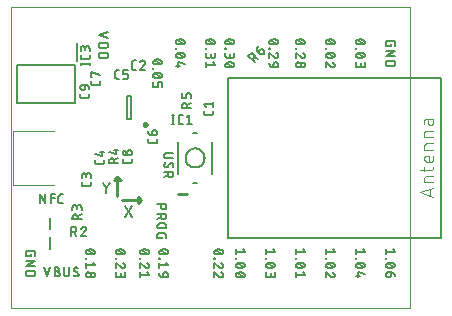
<source format=gto>
G75*
%MOIN*%
%OFA0B0*%
%FSLAX25Y25*%
%IPPOS*%
%LPD*%
%AMOC8*
5,1,8,0,0,1.08239X$1,22.5*
%
%ADD10C,0.00000*%
%ADD11C,0.01000*%
%ADD12C,0.00600*%
%ADD13C,0.00500*%
%ADD14C,0.00800*%
%ADD15C,0.00394*%
%ADD16C,0.00591*%
%ADD17C,0.00400*%
%ADD18C,0.00787*%
%ADD19C,0.00984*%
D10*
X0080331Y0048835D02*
X0080331Y0149228D01*
X0213402Y0149228D01*
X0213402Y0048835D01*
X0080331Y0048835D01*
D11*
X0122769Y0083880D02*
X0122769Y0086080D01*
X0122869Y0085980D02*
X0123869Y0084980D01*
X0122869Y0083980D01*
X0123869Y0084980D02*
X0117401Y0084980D01*
X0115882Y0086280D02*
X0115882Y0092749D01*
X0114882Y0091749D01*
X0114782Y0091649D02*
X0116982Y0091649D01*
X0116882Y0091749D02*
X0115882Y0092749D01*
X0136154Y0087035D02*
X0139154Y0087035D01*
D12*
X0120806Y0082880D02*
X0118540Y0079480D01*
X0120806Y0079480D02*
X0118540Y0082880D01*
X0112125Y0087198D02*
X0112125Y0088993D01*
X0110991Y0090598D01*
X0112125Y0088993D02*
X0113258Y0090598D01*
D13*
X0107002Y0090920D02*
X0107002Y0090244D01*
X0107000Y0090193D01*
X0106994Y0090143D01*
X0106985Y0090094D01*
X0106972Y0090045D01*
X0106955Y0089997D01*
X0106935Y0089951D01*
X0106911Y0089906D01*
X0106885Y0089863D01*
X0106855Y0089823D01*
X0106822Y0089784D01*
X0106786Y0089748D01*
X0106747Y0089715D01*
X0106707Y0089685D01*
X0106664Y0089659D01*
X0106619Y0089635D01*
X0106573Y0089615D01*
X0106525Y0089598D01*
X0106476Y0089585D01*
X0106427Y0089576D01*
X0106377Y0089570D01*
X0106326Y0089568D01*
X0104635Y0089568D01*
X0104584Y0089570D01*
X0104534Y0089576D01*
X0104485Y0089585D01*
X0104436Y0089598D01*
X0104388Y0089615D01*
X0104342Y0089635D01*
X0104297Y0089659D01*
X0104254Y0089685D01*
X0104214Y0089715D01*
X0104175Y0089748D01*
X0104139Y0089784D01*
X0104106Y0089823D01*
X0104076Y0089863D01*
X0104050Y0089906D01*
X0104026Y0089951D01*
X0104006Y0089997D01*
X0103989Y0090045D01*
X0103976Y0090094D01*
X0103967Y0090143D01*
X0103961Y0090193D01*
X0103959Y0090244D01*
X0103959Y0090920D01*
X0103959Y0092238D02*
X0103959Y0093252D01*
X0103961Y0093303D01*
X0103967Y0093353D01*
X0103976Y0093402D01*
X0103989Y0093451D01*
X0104006Y0093499D01*
X0104026Y0093545D01*
X0104050Y0093590D01*
X0104076Y0093633D01*
X0104106Y0093673D01*
X0104139Y0093712D01*
X0104175Y0093748D01*
X0104214Y0093781D01*
X0104254Y0093811D01*
X0104297Y0093837D01*
X0104342Y0093861D01*
X0104388Y0093881D01*
X0104436Y0093898D01*
X0104485Y0093911D01*
X0104534Y0093920D01*
X0104584Y0093926D01*
X0104635Y0093928D01*
X0104686Y0093926D01*
X0104736Y0093920D01*
X0104785Y0093911D01*
X0104834Y0093898D01*
X0104882Y0093881D01*
X0104928Y0093861D01*
X0104973Y0093837D01*
X0105016Y0093811D01*
X0105056Y0093781D01*
X0105095Y0093748D01*
X0105131Y0093712D01*
X0105164Y0093673D01*
X0105194Y0093633D01*
X0105220Y0093590D01*
X0105244Y0093545D01*
X0105264Y0093499D01*
X0105281Y0093451D01*
X0105294Y0093402D01*
X0105303Y0093353D01*
X0105309Y0093303D01*
X0105311Y0093252D01*
X0105311Y0092576D01*
X0105312Y0093083D02*
X0105314Y0093139D01*
X0105320Y0093196D01*
X0105329Y0093251D01*
X0105342Y0093306D01*
X0105359Y0093360D01*
X0105379Y0093413D01*
X0105403Y0093464D01*
X0105430Y0093514D01*
X0105460Y0093561D01*
X0105494Y0093607D01*
X0105530Y0093650D01*
X0105570Y0093690D01*
X0105611Y0093728D01*
X0105656Y0093763D01*
X0105702Y0093795D01*
X0105751Y0093824D01*
X0105801Y0093849D01*
X0105853Y0093872D01*
X0105907Y0093890D01*
X0105961Y0093905D01*
X0106016Y0093916D01*
X0106072Y0093924D01*
X0106129Y0093928D01*
X0106185Y0093928D01*
X0106242Y0093924D01*
X0106298Y0093916D01*
X0106353Y0093905D01*
X0106407Y0093890D01*
X0106461Y0093872D01*
X0106513Y0093849D01*
X0106563Y0093824D01*
X0106612Y0093795D01*
X0106658Y0093763D01*
X0106703Y0093728D01*
X0106744Y0093690D01*
X0106784Y0093650D01*
X0106820Y0093607D01*
X0106854Y0093561D01*
X0106884Y0093514D01*
X0106911Y0093464D01*
X0106935Y0093413D01*
X0106955Y0093360D01*
X0106972Y0093306D01*
X0106985Y0093251D01*
X0106994Y0093196D01*
X0107000Y0093139D01*
X0107002Y0093083D01*
X0107002Y0092238D01*
X0109060Y0097048D02*
X0110751Y0097048D01*
X0110802Y0097050D01*
X0110852Y0097056D01*
X0110901Y0097065D01*
X0110950Y0097078D01*
X0110998Y0097095D01*
X0111044Y0097115D01*
X0111089Y0097139D01*
X0111132Y0097165D01*
X0111172Y0097195D01*
X0111211Y0097228D01*
X0111247Y0097264D01*
X0111280Y0097303D01*
X0111310Y0097343D01*
X0111336Y0097386D01*
X0111360Y0097431D01*
X0111380Y0097477D01*
X0111397Y0097525D01*
X0111410Y0097574D01*
X0111419Y0097623D01*
X0111425Y0097673D01*
X0111427Y0097724D01*
X0111427Y0098400D01*
X0110751Y0099718D02*
X0108384Y0100394D01*
X0110075Y0100902D02*
X0111427Y0100902D01*
X0110751Y0101409D02*
X0110751Y0099718D01*
X0108384Y0097724D02*
X0108386Y0097673D01*
X0108392Y0097623D01*
X0108401Y0097574D01*
X0108414Y0097525D01*
X0108431Y0097477D01*
X0108451Y0097431D01*
X0108475Y0097386D01*
X0108501Y0097343D01*
X0108531Y0097303D01*
X0108564Y0097264D01*
X0108600Y0097228D01*
X0108639Y0097195D01*
X0108679Y0097165D01*
X0108722Y0097139D01*
X0108767Y0097115D01*
X0108813Y0097095D01*
X0108861Y0097078D01*
X0108910Y0097065D01*
X0108959Y0097056D01*
X0109009Y0097050D01*
X0109060Y0097048D01*
X0108384Y0097724D02*
X0108384Y0098400D01*
X0113108Y0098042D02*
X0113108Y0097196D01*
X0116152Y0097196D01*
X0114799Y0097196D02*
X0114799Y0098042D01*
X0114799Y0098211D02*
X0116152Y0098887D01*
X0117620Y0098597D02*
X0117620Y0097921D01*
X0117622Y0097870D01*
X0117628Y0097820D01*
X0117637Y0097771D01*
X0117650Y0097722D01*
X0117667Y0097674D01*
X0117687Y0097628D01*
X0117711Y0097583D01*
X0117737Y0097540D01*
X0117767Y0097500D01*
X0117800Y0097461D01*
X0117836Y0097425D01*
X0117875Y0097392D01*
X0117915Y0097362D01*
X0117958Y0097336D01*
X0118003Y0097312D01*
X0118049Y0097292D01*
X0118097Y0097275D01*
X0118146Y0097262D01*
X0118195Y0097253D01*
X0118245Y0097247D01*
X0118296Y0097245D01*
X0119987Y0097245D01*
X0120038Y0097247D01*
X0120088Y0097253D01*
X0120137Y0097262D01*
X0120186Y0097275D01*
X0120234Y0097292D01*
X0120280Y0097312D01*
X0120325Y0097336D01*
X0120368Y0097362D01*
X0120408Y0097392D01*
X0120447Y0097425D01*
X0120483Y0097461D01*
X0120516Y0097500D01*
X0120546Y0097540D01*
X0120572Y0097583D01*
X0120596Y0097628D01*
X0120616Y0097674D01*
X0120633Y0097722D01*
X0120646Y0097771D01*
X0120655Y0097820D01*
X0120661Y0097870D01*
X0120663Y0097921D01*
X0120663Y0098597D01*
X0119818Y0099915D02*
X0119874Y0099917D01*
X0119931Y0099923D01*
X0119986Y0099932D01*
X0120041Y0099945D01*
X0120095Y0099962D01*
X0120148Y0099982D01*
X0120199Y0100006D01*
X0120249Y0100033D01*
X0120296Y0100063D01*
X0120342Y0100097D01*
X0120385Y0100133D01*
X0120425Y0100173D01*
X0120463Y0100214D01*
X0120498Y0100259D01*
X0120530Y0100305D01*
X0120559Y0100354D01*
X0120584Y0100404D01*
X0120607Y0100456D01*
X0120625Y0100510D01*
X0120640Y0100564D01*
X0120651Y0100619D01*
X0120659Y0100675D01*
X0120663Y0100732D01*
X0120663Y0100788D01*
X0120659Y0100845D01*
X0120651Y0100901D01*
X0120640Y0100956D01*
X0120625Y0101010D01*
X0120607Y0101064D01*
X0120584Y0101116D01*
X0120559Y0101166D01*
X0120530Y0101215D01*
X0120498Y0101261D01*
X0120463Y0101306D01*
X0120425Y0101347D01*
X0120385Y0101387D01*
X0120342Y0101423D01*
X0120296Y0101457D01*
X0120249Y0101487D01*
X0120199Y0101514D01*
X0120148Y0101538D01*
X0120095Y0101558D01*
X0120041Y0101575D01*
X0119986Y0101588D01*
X0119931Y0101597D01*
X0119874Y0101603D01*
X0119818Y0101605D01*
X0119762Y0101603D01*
X0119705Y0101597D01*
X0119650Y0101588D01*
X0119595Y0101575D01*
X0119541Y0101558D01*
X0119488Y0101538D01*
X0119437Y0101514D01*
X0119387Y0101487D01*
X0119340Y0101457D01*
X0119294Y0101423D01*
X0119251Y0101387D01*
X0119211Y0101347D01*
X0119173Y0101306D01*
X0119138Y0101261D01*
X0119106Y0101215D01*
X0119077Y0101166D01*
X0119052Y0101116D01*
X0119029Y0101064D01*
X0119011Y0101010D01*
X0118996Y0100956D01*
X0118985Y0100901D01*
X0118977Y0100845D01*
X0118973Y0100788D01*
X0118973Y0100732D01*
X0118977Y0100675D01*
X0118985Y0100619D01*
X0118996Y0100564D01*
X0119011Y0100510D01*
X0119029Y0100456D01*
X0119052Y0100404D01*
X0119077Y0100354D01*
X0119106Y0100305D01*
X0119138Y0100259D01*
X0119173Y0100214D01*
X0119211Y0100173D01*
X0119251Y0100133D01*
X0119294Y0100097D01*
X0119340Y0100063D01*
X0119387Y0100033D01*
X0119437Y0100006D01*
X0119488Y0099982D01*
X0119541Y0099962D01*
X0119595Y0099945D01*
X0119650Y0099932D01*
X0119705Y0099923D01*
X0119762Y0099917D01*
X0119818Y0099915D01*
X0118296Y0100084D02*
X0118347Y0100086D01*
X0118397Y0100092D01*
X0118446Y0100101D01*
X0118495Y0100114D01*
X0118543Y0100131D01*
X0118589Y0100151D01*
X0118634Y0100175D01*
X0118677Y0100201D01*
X0118717Y0100231D01*
X0118756Y0100264D01*
X0118792Y0100300D01*
X0118825Y0100339D01*
X0118855Y0100379D01*
X0118881Y0100422D01*
X0118905Y0100467D01*
X0118925Y0100513D01*
X0118942Y0100561D01*
X0118955Y0100610D01*
X0118964Y0100659D01*
X0118970Y0100709D01*
X0118972Y0100760D01*
X0118970Y0100811D01*
X0118964Y0100861D01*
X0118955Y0100910D01*
X0118942Y0100959D01*
X0118925Y0101007D01*
X0118905Y0101053D01*
X0118881Y0101098D01*
X0118855Y0101141D01*
X0118825Y0101181D01*
X0118792Y0101220D01*
X0118756Y0101256D01*
X0118717Y0101289D01*
X0118677Y0101319D01*
X0118634Y0101345D01*
X0118589Y0101369D01*
X0118543Y0101389D01*
X0118495Y0101406D01*
X0118446Y0101419D01*
X0118397Y0101428D01*
X0118347Y0101434D01*
X0118296Y0101436D01*
X0118245Y0101434D01*
X0118195Y0101428D01*
X0118146Y0101419D01*
X0118097Y0101406D01*
X0118049Y0101389D01*
X0118003Y0101369D01*
X0117958Y0101345D01*
X0117915Y0101319D01*
X0117875Y0101289D01*
X0117836Y0101256D01*
X0117800Y0101220D01*
X0117767Y0101181D01*
X0117737Y0101141D01*
X0117711Y0101098D01*
X0117687Y0101053D01*
X0117667Y0101007D01*
X0117650Y0100959D01*
X0117637Y0100910D01*
X0117628Y0100861D01*
X0117622Y0100811D01*
X0117620Y0100760D01*
X0117622Y0100709D01*
X0117628Y0100659D01*
X0117637Y0100610D01*
X0117650Y0100561D01*
X0117667Y0100513D01*
X0117687Y0100467D01*
X0117711Y0100422D01*
X0117737Y0100379D01*
X0117767Y0100339D01*
X0117800Y0100300D01*
X0117836Y0100264D01*
X0117875Y0100231D01*
X0117915Y0100201D01*
X0117958Y0100175D01*
X0118003Y0100151D01*
X0118049Y0100131D01*
X0118097Y0100114D01*
X0118146Y0100101D01*
X0118195Y0100092D01*
X0118245Y0100086D01*
X0118296Y0100084D01*
X0116152Y0101540D02*
X0114799Y0101540D01*
X0115475Y0102048D02*
X0115475Y0100357D01*
X0113108Y0101033D01*
X0113109Y0098042D02*
X0113111Y0098098D01*
X0113117Y0098155D01*
X0113126Y0098210D01*
X0113139Y0098265D01*
X0113156Y0098319D01*
X0113176Y0098372D01*
X0113200Y0098423D01*
X0113227Y0098473D01*
X0113257Y0098520D01*
X0113291Y0098566D01*
X0113327Y0098609D01*
X0113367Y0098649D01*
X0113408Y0098687D01*
X0113453Y0098722D01*
X0113499Y0098754D01*
X0113548Y0098783D01*
X0113598Y0098808D01*
X0113650Y0098831D01*
X0113704Y0098849D01*
X0113758Y0098864D01*
X0113813Y0098875D01*
X0113869Y0098883D01*
X0113926Y0098887D01*
X0113982Y0098887D01*
X0114039Y0098883D01*
X0114095Y0098875D01*
X0114150Y0098864D01*
X0114204Y0098849D01*
X0114258Y0098831D01*
X0114310Y0098808D01*
X0114360Y0098783D01*
X0114409Y0098754D01*
X0114455Y0098722D01*
X0114500Y0098687D01*
X0114541Y0098649D01*
X0114581Y0098609D01*
X0114617Y0098566D01*
X0114651Y0098520D01*
X0114681Y0098473D01*
X0114708Y0098423D01*
X0114732Y0098372D01*
X0114752Y0098319D01*
X0114769Y0098265D01*
X0114782Y0098210D01*
X0114791Y0098155D01*
X0114797Y0098098D01*
X0114799Y0098042D01*
X0126100Y0104614D02*
X0126100Y0105290D01*
X0126101Y0104614D02*
X0126103Y0104563D01*
X0126109Y0104513D01*
X0126118Y0104464D01*
X0126131Y0104415D01*
X0126148Y0104367D01*
X0126168Y0104321D01*
X0126192Y0104276D01*
X0126218Y0104233D01*
X0126248Y0104193D01*
X0126281Y0104154D01*
X0126317Y0104118D01*
X0126356Y0104085D01*
X0126396Y0104055D01*
X0126439Y0104029D01*
X0126484Y0104005D01*
X0126530Y0103985D01*
X0126578Y0103968D01*
X0126627Y0103955D01*
X0126676Y0103946D01*
X0126726Y0103940D01*
X0126777Y0103938D01*
X0128467Y0103938D01*
X0128518Y0103940D01*
X0128568Y0103946D01*
X0128617Y0103955D01*
X0128666Y0103968D01*
X0128714Y0103985D01*
X0128760Y0104005D01*
X0128805Y0104029D01*
X0128848Y0104055D01*
X0128888Y0104085D01*
X0128927Y0104118D01*
X0128963Y0104154D01*
X0128996Y0104193D01*
X0129026Y0104233D01*
X0129052Y0104276D01*
X0129076Y0104321D01*
X0129096Y0104367D01*
X0129113Y0104415D01*
X0129126Y0104464D01*
X0129135Y0104513D01*
X0129141Y0104563D01*
X0129143Y0104614D01*
X0129144Y0104614D02*
X0129144Y0105290D01*
X0128298Y0106608D02*
X0127453Y0106608D01*
X0127453Y0107622D01*
X0127453Y0106607D02*
X0127380Y0106609D01*
X0127307Y0106615D01*
X0127234Y0106625D01*
X0127162Y0106639D01*
X0127091Y0106656D01*
X0127021Y0106678D01*
X0126952Y0106703D01*
X0126885Y0106732D01*
X0126819Y0106765D01*
X0126755Y0106801D01*
X0126694Y0106840D01*
X0126634Y0106883D01*
X0126577Y0106929D01*
X0126523Y0106978D01*
X0126471Y0107030D01*
X0126422Y0107084D01*
X0126376Y0107141D01*
X0126333Y0107201D01*
X0126294Y0107262D01*
X0126258Y0107326D01*
X0126225Y0107392D01*
X0126196Y0107459D01*
X0126171Y0107528D01*
X0126149Y0107598D01*
X0126132Y0107669D01*
X0126118Y0107741D01*
X0126108Y0107814D01*
X0126102Y0107887D01*
X0126100Y0107960D01*
X0127453Y0107622D02*
X0127455Y0107673D01*
X0127461Y0107723D01*
X0127470Y0107772D01*
X0127483Y0107821D01*
X0127500Y0107869D01*
X0127520Y0107915D01*
X0127544Y0107960D01*
X0127570Y0108003D01*
X0127600Y0108043D01*
X0127633Y0108082D01*
X0127669Y0108118D01*
X0127708Y0108151D01*
X0127748Y0108181D01*
X0127791Y0108207D01*
X0127836Y0108231D01*
X0127882Y0108251D01*
X0127930Y0108268D01*
X0127979Y0108281D01*
X0128028Y0108290D01*
X0128078Y0108296D01*
X0128129Y0108298D01*
X0128129Y0108299D02*
X0128298Y0108299D01*
X0128298Y0108298D02*
X0128354Y0108296D01*
X0128411Y0108290D01*
X0128466Y0108281D01*
X0128521Y0108268D01*
X0128575Y0108251D01*
X0128628Y0108231D01*
X0128679Y0108207D01*
X0128729Y0108180D01*
X0128776Y0108150D01*
X0128822Y0108116D01*
X0128865Y0108080D01*
X0128905Y0108040D01*
X0128943Y0107999D01*
X0128978Y0107954D01*
X0129010Y0107908D01*
X0129039Y0107859D01*
X0129064Y0107809D01*
X0129087Y0107757D01*
X0129105Y0107703D01*
X0129120Y0107649D01*
X0129131Y0107594D01*
X0129139Y0107538D01*
X0129143Y0107481D01*
X0129143Y0107425D01*
X0129139Y0107368D01*
X0129131Y0107312D01*
X0129120Y0107257D01*
X0129105Y0107203D01*
X0129087Y0107149D01*
X0129064Y0107097D01*
X0129039Y0107047D01*
X0129010Y0106998D01*
X0128978Y0106952D01*
X0128943Y0106907D01*
X0128905Y0106866D01*
X0128865Y0106826D01*
X0128822Y0106790D01*
X0128776Y0106756D01*
X0128729Y0106726D01*
X0128679Y0106699D01*
X0128628Y0106675D01*
X0128575Y0106655D01*
X0128521Y0106638D01*
X0128466Y0106625D01*
X0128411Y0106616D01*
X0128354Y0106610D01*
X0128298Y0106608D01*
X0134221Y0110305D02*
X0134898Y0110305D01*
X0134559Y0110305D02*
X0134559Y0113348D01*
X0134221Y0113348D02*
X0134898Y0113348D01*
X0136252Y0112672D02*
X0136252Y0110981D01*
X0136253Y0110981D02*
X0136255Y0110930D01*
X0136261Y0110880D01*
X0136270Y0110831D01*
X0136283Y0110782D01*
X0136300Y0110734D01*
X0136320Y0110688D01*
X0136344Y0110643D01*
X0136370Y0110600D01*
X0136400Y0110560D01*
X0136433Y0110521D01*
X0136469Y0110485D01*
X0136508Y0110452D01*
X0136548Y0110422D01*
X0136591Y0110396D01*
X0136636Y0110372D01*
X0136682Y0110352D01*
X0136730Y0110335D01*
X0136779Y0110322D01*
X0136828Y0110313D01*
X0136878Y0110307D01*
X0136929Y0110305D01*
X0137605Y0110305D01*
X0138923Y0110305D02*
X0140613Y0110305D01*
X0139768Y0110305D02*
X0139768Y0113348D01*
X0138923Y0112672D01*
X0137605Y0113348D02*
X0136929Y0113348D01*
X0136878Y0113346D01*
X0136828Y0113340D01*
X0136779Y0113331D01*
X0136730Y0113318D01*
X0136682Y0113301D01*
X0136636Y0113281D01*
X0136591Y0113257D01*
X0136548Y0113231D01*
X0136508Y0113201D01*
X0136469Y0113168D01*
X0136433Y0113132D01*
X0136400Y0113093D01*
X0136370Y0113053D01*
X0136344Y0113010D01*
X0136320Y0112965D01*
X0136300Y0112919D01*
X0136283Y0112871D01*
X0136270Y0112822D01*
X0136261Y0112773D01*
X0136255Y0112723D01*
X0136253Y0112672D01*
X0137423Y0115700D02*
X0137423Y0116546D01*
X0137424Y0116546D02*
X0137426Y0116602D01*
X0137432Y0116659D01*
X0137441Y0116714D01*
X0137454Y0116769D01*
X0137471Y0116823D01*
X0137491Y0116876D01*
X0137515Y0116927D01*
X0137542Y0116977D01*
X0137572Y0117024D01*
X0137606Y0117070D01*
X0137642Y0117113D01*
X0137682Y0117153D01*
X0137723Y0117191D01*
X0137768Y0117226D01*
X0137814Y0117258D01*
X0137863Y0117287D01*
X0137913Y0117312D01*
X0137965Y0117335D01*
X0138019Y0117353D01*
X0138073Y0117368D01*
X0138128Y0117379D01*
X0138184Y0117387D01*
X0138241Y0117391D01*
X0138297Y0117391D01*
X0138354Y0117387D01*
X0138410Y0117379D01*
X0138465Y0117368D01*
X0138519Y0117353D01*
X0138573Y0117335D01*
X0138625Y0117312D01*
X0138675Y0117287D01*
X0138724Y0117258D01*
X0138770Y0117226D01*
X0138815Y0117191D01*
X0138856Y0117153D01*
X0138896Y0117113D01*
X0138932Y0117070D01*
X0138966Y0117024D01*
X0138996Y0116977D01*
X0139023Y0116927D01*
X0139047Y0116876D01*
X0139067Y0116823D01*
X0139084Y0116769D01*
X0139097Y0116714D01*
X0139106Y0116659D01*
X0139112Y0116602D01*
X0139114Y0116546D01*
X0139114Y0115700D01*
X0139114Y0116715D02*
X0140467Y0117391D01*
X0140467Y0118861D02*
X0140467Y0119875D01*
X0140466Y0119875D02*
X0140464Y0119926D01*
X0140458Y0119976D01*
X0140449Y0120025D01*
X0140436Y0120074D01*
X0140419Y0120122D01*
X0140399Y0120168D01*
X0140375Y0120213D01*
X0140349Y0120256D01*
X0140319Y0120296D01*
X0140286Y0120335D01*
X0140250Y0120371D01*
X0140211Y0120404D01*
X0140171Y0120434D01*
X0140128Y0120460D01*
X0140083Y0120484D01*
X0140037Y0120504D01*
X0139989Y0120521D01*
X0139940Y0120534D01*
X0139891Y0120543D01*
X0139841Y0120549D01*
X0139790Y0120551D01*
X0139790Y0120552D02*
X0139452Y0120552D01*
X0139452Y0120551D02*
X0139401Y0120549D01*
X0139351Y0120543D01*
X0139302Y0120534D01*
X0139253Y0120521D01*
X0139205Y0120504D01*
X0139159Y0120484D01*
X0139114Y0120460D01*
X0139071Y0120434D01*
X0139031Y0120404D01*
X0138992Y0120371D01*
X0138956Y0120335D01*
X0138923Y0120296D01*
X0138893Y0120256D01*
X0138867Y0120213D01*
X0138843Y0120168D01*
X0138823Y0120122D01*
X0138806Y0120074D01*
X0138793Y0120025D01*
X0138784Y0119976D01*
X0138778Y0119926D01*
X0138776Y0119875D01*
X0138776Y0118861D01*
X0137423Y0118861D01*
X0137423Y0120552D01*
X0144722Y0116902D02*
X0147766Y0116902D01*
X0147766Y0116057D02*
X0147766Y0117747D01*
X0145399Y0116057D02*
X0144722Y0116902D01*
X0144722Y0114739D02*
X0144722Y0114063D01*
X0144723Y0114063D02*
X0144725Y0114012D01*
X0144731Y0113962D01*
X0144740Y0113913D01*
X0144753Y0113864D01*
X0144770Y0113816D01*
X0144790Y0113770D01*
X0144814Y0113725D01*
X0144840Y0113682D01*
X0144870Y0113642D01*
X0144903Y0113603D01*
X0144939Y0113567D01*
X0144978Y0113534D01*
X0145018Y0113504D01*
X0145061Y0113478D01*
X0145106Y0113454D01*
X0145152Y0113434D01*
X0145200Y0113417D01*
X0145249Y0113404D01*
X0145298Y0113395D01*
X0145348Y0113389D01*
X0145399Y0113387D01*
X0145399Y0113386D02*
X0147089Y0113386D01*
X0147089Y0113387D02*
X0147140Y0113389D01*
X0147190Y0113395D01*
X0147239Y0113404D01*
X0147288Y0113417D01*
X0147336Y0113434D01*
X0147382Y0113454D01*
X0147427Y0113478D01*
X0147470Y0113504D01*
X0147510Y0113534D01*
X0147549Y0113567D01*
X0147585Y0113603D01*
X0147618Y0113642D01*
X0147648Y0113682D01*
X0147674Y0113725D01*
X0147698Y0113770D01*
X0147718Y0113816D01*
X0147735Y0113864D01*
X0147748Y0113913D01*
X0147757Y0113962D01*
X0147763Y0114012D01*
X0147765Y0114063D01*
X0147766Y0114063D02*
X0147766Y0114739D01*
X0140467Y0115700D02*
X0137423Y0115700D01*
X0130750Y0122509D02*
X0130750Y0124200D01*
X0129397Y0124200D01*
X0129397Y0123185D01*
X0129395Y0123134D01*
X0129389Y0123084D01*
X0129380Y0123035D01*
X0129367Y0122986D01*
X0129350Y0122938D01*
X0129330Y0122892D01*
X0129306Y0122847D01*
X0129280Y0122804D01*
X0129250Y0122764D01*
X0129217Y0122725D01*
X0129181Y0122689D01*
X0129142Y0122656D01*
X0129102Y0122626D01*
X0129059Y0122600D01*
X0129014Y0122576D01*
X0128968Y0122556D01*
X0128920Y0122539D01*
X0128871Y0122526D01*
X0128822Y0122517D01*
X0128772Y0122511D01*
X0128721Y0122509D01*
X0128383Y0122509D01*
X0128332Y0122511D01*
X0128282Y0122517D01*
X0128233Y0122526D01*
X0128184Y0122539D01*
X0128136Y0122556D01*
X0128090Y0122576D01*
X0128045Y0122600D01*
X0128002Y0122626D01*
X0127962Y0122656D01*
X0127923Y0122689D01*
X0127887Y0122725D01*
X0127854Y0122764D01*
X0127824Y0122804D01*
X0127798Y0122847D01*
X0127774Y0122892D01*
X0127754Y0122938D01*
X0127737Y0122986D01*
X0127724Y0123035D01*
X0127715Y0123084D01*
X0127709Y0123134D01*
X0127707Y0123185D01*
X0127707Y0124200D01*
X0128129Y0127135D02*
X0128215Y0127175D01*
X0128302Y0127212D01*
X0128391Y0127245D01*
X0128481Y0127275D01*
X0128572Y0127302D01*
X0128664Y0127325D01*
X0128757Y0127344D01*
X0128850Y0127360D01*
X0128944Y0127373D01*
X0129039Y0127382D01*
X0129133Y0127387D01*
X0129228Y0127389D01*
X0129228Y0125698D02*
X0129323Y0125700D01*
X0129417Y0125705D01*
X0129512Y0125714D01*
X0129606Y0125727D01*
X0129699Y0125743D01*
X0129792Y0125762D01*
X0129884Y0125785D01*
X0129975Y0125812D01*
X0130065Y0125842D01*
X0130154Y0125875D01*
X0130241Y0125912D01*
X0130327Y0125952D01*
X0130074Y0125867D02*
X0128383Y0127220D01*
X0127706Y0126543D02*
X0127708Y0126495D01*
X0127714Y0126446D01*
X0127723Y0126399D01*
X0127736Y0126352D01*
X0127752Y0126306D01*
X0127773Y0126262D01*
X0127796Y0126220D01*
X0127823Y0126179D01*
X0127852Y0126141D01*
X0127885Y0126105D01*
X0127920Y0126072D01*
X0127958Y0126041D01*
X0127998Y0126014D01*
X0128040Y0125989D01*
X0128084Y0125968D01*
X0128129Y0125951D01*
X0127706Y0126543D02*
X0127708Y0126591D01*
X0127714Y0126640D01*
X0127723Y0126687D01*
X0127736Y0126734D01*
X0127752Y0126780D01*
X0127773Y0126824D01*
X0127796Y0126866D01*
X0127823Y0126907D01*
X0127852Y0126945D01*
X0127885Y0126981D01*
X0127920Y0127014D01*
X0127958Y0127045D01*
X0127998Y0127072D01*
X0128040Y0127097D01*
X0128084Y0127118D01*
X0128129Y0127135D01*
X0128129Y0125952D02*
X0128215Y0125912D01*
X0128302Y0125875D01*
X0128391Y0125842D01*
X0128481Y0125812D01*
X0128572Y0125785D01*
X0128664Y0125762D01*
X0128757Y0125743D01*
X0128850Y0125727D01*
X0128944Y0125714D01*
X0129039Y0125705D01*
X0129133Y0125700D01*
X0129228Y0125698D01*
X0129228Y0127389D02*
X0129323Y0127387D01*
X0129417Y0127382D01*
X0129512Y0127373D01*
X0129606Y0127360D01*
X0129699Y0127344D01*
X0129792Y0127325D01*
X0129884Y0127302D01*
X0129975Y0127275D01*
X0130065Y0127245D01*
X0130154Y0127212D01*
X0130241Y0127175D01*
X0130327Y0127135D01*
X0130750Y0126543D02*
X0130748Y0126495D01*
X0130742Y0126446D01*
X0130733Y0126399D01*
X0130720Y0126352D01*
X0130704Y0126306D01*
X0130683Y0126262D01*
X0130660Y0126220D01*
X0130633Y0126179D01*
X0130604Y0126141D01*
X0130571Y0126105D01*
X0130536Y0126072D01*
X0130498Y0126041D01*
X0130458Y0126014D01*
X0130416Y0125989D01*
X0130372Y0125968D01*
X0130327Y0125951D01*
X0130750Y0126543D02*
X0130748Y0126591D01*
X0130742Y0126640D01*
X0130733Y0126687D01*
X0130720Y0126734D01*
X0130704Y0126780D01*
X0130683Y0126824D01*
X0130660Y0126866D01*
X0130633Y0126907D01*
X0130604Y0126945D01*
X0130571Y0126981D01*
X0130536Y0127014D01*
X0130498Y0127045D01*
X0130458Y0127072D01*
X0130416Y0127097D01*
X0130372Y0127118D01*
X0130327Y0127135D01*
X0127876Y0128691D02*
X0127707Y0128691D01*
X0127707Y0128860D01*
X0127876Y0128860D01*
X0127876Y0128691D01*
X0128129Y0131599D02*
X0128215Y0131639D01*
X0128302Y0131676D01*
X0128391Y0131709D01*
X0128481Y0131739D01*
X0128572Y0131766D01*
X0128664Y0131789D01*
X0128757Y0131808D01*
X0128850Y0131824D01*
X0128944Y0131837D01*
X0129039Y0131846D01*
X0129133Y0131851D01*
X0129228Y0131853D01*
X0129228Y0130162D02*
X0129323Y0130164D01*
X0129417Y0130169D01*
X0129512Y0130178D01*
X0129606Y0130191D01*
X0129699Y0130207D01*
X0129792Y0130226D01*
X0129884Y0130249D01*
X0129975Y0130276D01*
X0130065Y0130306D01*
X0130154Y0130339D01*
X0130241Y0130376D01*
X0130327Y0130416D01*
X0130074Y0130332D02*
X0128383Y0131684D01*
X0127706Y0131008D02*
X0127708Y0130960D01*
X0127714Y0130911D01*
X0127723Y0130864D01*
X0127736Y0130817D01*
X0127752Y0130771D01*
X0127773Y0130727D01*
X0127796Y0130685D01*
X0127823Y0130644D01*
X0127852Y0130606D01*
X0127885Y0130570D01*
X0127920Y0130537D01*
X0127958Y0130506D01*
X0127998Y0130479D01*
X0128040Y0130454D01*
X0128084Y0130433D01*
X0128129Y0130416D01*
X0127706Y0131008D02*
X0127708Y0131056D01*
X0127714Y0131105D01*
X0127723Y0131152D01*
X0127736Y0131199D01*
X0127752Y0131245D01*
X0127773Y0131289D01*
X0127796Y0131331D01*
X0127823Y0131372D01*
X0127852Y0131410D01*
X0127885Y0131446D01*
X0127920Y0131479D01*
X0127958Y0131510D01*
X0127998Y0131537D01*
X0128040Y0131562D01*
X0128084Y0131583D01*
X0128129Y0131600D01*
X0128129Y0130416D02*
X0128215Y0130376D01*
X0128302Y0130339D01*
X0128391Y0130306D01*
X0128481Y0130276D01*
X0128572Y0130249D01*
X0128664Y0130226D01*
X0128757Y0130207D01*
X0128850Y0130191D01*
X0128944Y0130178D01*
X0129039Y0130169D01*
X0129133Y0130164D01*
X0129228Y0130162D01*
X0129228Y0131853D02*
X0129323Y0131851D01*
X0129417Y0131846D01*
X0129512Y0131837D01*
X0129606Y0131824D01*
X0129699Y0131808D01*
X0129792Y0131789D01*
X0129884Y0131766D01*
X0129975Y0131739D01*
X0130065Y0131709D01*
X0130154Y0131676D01*
X0130241Y0131639D01*
X0130327Y0131599D01*
X0130750Y0131008D02*
X0130748Y0130960D01*
X0130742Y0130911D01*
X0130733Y0130864D01*
X0130720Y0130817D01*
X0130704Y0130771D01*
X0130683Y0130727D01*
X0130660Y0130685D01*
X0130633Y0130644D01*
X0130604Y0130606D01*
X0130571Y0130570D01*
X0130536Y0130537D01*
X0130498Y0130506D01*
X0130458Y0130479D01*
X0130416Y0130454D01*
X0130372Y0130433D01*
X0130327Y0130416D01*
X0130750Y0131008D02*
X0130748Y0131056D01*
X0130742Y0131105D01*
X0130733Y0131152D01*
X0130720Y0131199D01*
X0130704Y0131245D01*
X0130683Y0131289D01*
X0130660Y0131331D01*
X0130633Y0131372D01*
X0130604Y0131410D01*
X0130571Y0131446D01*
X0130536Y0131479D01*
X0130498Y0131510D01*
X0130458Y0131537D01*
X0130416Y0131562D01*
X0130372Y0131583D01*
X0130327Y0131600D01*
X0135344Y0129709D02*
X0136697Y0129709D01*
X0136021Y0129202D02*
X0136021Y0130893D01*
X0138388Y0130216D01*
X0136866Y0134082D02*
X0136771Y0134080D01*
X0136677Y0134075D01*
X0136582Y0134066D01*
X0136488Y0134053D01*
X0136395Y0134037D01*
X0136302Y0134018D01*
X0136210Y0133995D01*
X0136119Y0133968D01*
X0136029Y0133938D01*
X0135940Y0133905D01*
X0135853Y0133868D01*
X0135767Y0133828D01*
X0136021Y0133913D02*
X0137712Y0132560D01*
X0137965Y0132644D02*
X0138010Y0132661D01*
X0138054Y0132682D01*
X0138096Y0132707D01*
X0138136Y0132734D01*
X0138174Y0132765D01*
X0138209Y0132798D01*
X0138242Y0132834D01*
X0138271Y0132872D01*
X0138298Y0132913D01*
X0138321Y0132955D01*
X0138342Y0132999D01*
X0138358Y0133045D01*
X0138371Y0133092D01*
X0138380Y0133139D01*
X0138386Y0133188D01*
X0138388Y0133236D01*
X0138386Y0133284D01*
X0138380Y0133333D01*
X0138371Y0133380D01*
X0138358Y0133427D01*
X0138342Y0133473D01*
X0138321Y0133517D01*
X0138298Y0133559D01*
X0138271Y0133600D01*
X0138242Y0133638D01*
X0138209Y0133674D01*
X0138174Y0133707D01*
X0138136Y0133738D01*
X0138096Y0133765D01*
X0138054Y0133790D01*
X0138010Y0133811D01*
X0137965Y0133828D01*
X0137965Y0132645D02*
X0137879Y0132605D01*
X0137792Y0132568D01*
X0137703Y0132535D01*
X0137613Y0132505D01*
X0137522Y0132478D01*
X0137430Y0132455D01*
X0137337Y0132436D01*
X0137244Y0132420D01*
X0137150Y0132407D01*
X0137055Y0132398D01*
X0136961Y0132393D01*
X0136866Y0132391D01*
X0136866Y0134082D02*
X0136961Y0134080D01*
X0137055Y0134075D01*
X0137150Y0134066D01*
X0137244Y0134053D01*
X0137337Y0134037D01*
X0137430Y0134018D01*
X0137522Y0133995D01*
X0137613Y0133968D01*
X0137703Y0133938D01*
X0137792Y0133905D01*
X0137879Y0133868D01*
X0137965Y0133828D01*
X0136866Y0132391D02*
X0136771Y0132393D01*
X0136677Y0132398D01*
X0136582Y0132407D01*
X0136488Y0132420D01*
X0136395Y0132436D01*
X0136302Y0132455D01*
X0136210Y0132478D01*
X0136119Y0132505D01*
X0136029Y0132535D01*
X0135940Y0132568D01*
X0135853Y0132605D01*
X0135767Y0132645D01*
X0135767Y0132644D02*
X0135722Y0132661D01*
X0135678Y0132682D01*
X0135636Y0132707D01*
X0135596Y0132734D01*
X0135558Y0132765D01*
X0135523Y0132798D01*
X0135490Y0132834D01*
X0135461Y0132872D01*
X0135434Y0132913D01*
X0135411Y0132955D01*
X0135390Y0132999D01*
X0135374Y0133045D01*
X0135361Y0133092D01*
X0135352Y0133139D01*
X0135346Y0133188D01*
X0135344Y0133236D01*
X0135346Y0133284D01*
X0135352Y0133333D01*
X0135361Y0133380D01*
X0135374Y0133427D01*
X0135390Y0133473D01*
X0135411Y0133517D01*
X0135434Y0133559D01*
X0135461Y0133600D01*
X0135490Y0133638D01*
X0135523Y0133674D01*
X0135558Y0133707D01*
X0135596Y0133738D01*
X0135636Y0133765D01*
X0135678Y0133790D01*
X0135722Y0133811D01*
X0135767Y0133828D01*
X0135514Y0135384D02*
X0135344Y0135384D01*
X0135344Y0135553D01*
X0135514Y0135553D01*
X0135514Y0135384D01*
X0135767Y0138292D02*
X0135853Y0138332D01*
X0135940Y0138369D01*
X0136029Y0138402D01*
X0136119Y0138432D01*
X0136210Y0138459D01*
X0136302Y0138482D01*
X0136395Y0138501D01*
X0136488Y0138517D01*
X0136582Y0138530D01*
X0136677Y0138539D01*
X0136771Y0138544D01*
X0136866Y0138546D01*
X0136866Y0136855D02*
X0136961Y0136857D01*
X0137055Y0136862D01*
X0137150Y0136871D01*
X0137244Y0136884D01*
X0137337Y0136900D01*
X0137430Y0136919D01*
X0137522Y0136942D01*
X0137613Y0136969D01*
X0137703Y0136999D01*
X0137792Y0137032D01*
X0137879Y0137069D01*
X0137965Y0137109D01*
X0137712Y0137024D02*
X0136021Y0138377D01*
X0135344Y0137701D02*
X0135346Y0137653D01*
X0135352Y0137604D01*
X0135361Y0137557D01*
X0135374Y0137510D01*
X0135390Y0137464D01*
X0135411Y0137420D01*
X0135434Y0137378D01*
X0135461Y0137337D01*
X0135490Y0137299D01*
X0135523Y0137263D01*
X0135558Y0137230D01*
X0135596Y0137199D01*
X0135636Y0137172D01*
X0135678Y0137147D01*
X0135722Y0137126D01*
X0135767Y0137109D01*
X0135344Y0137701D02*
X0135346Y0137749D01*
X0135352Y0137798D01*
X0135361Y0137845D01*
X0135374Y0137892D01*
X0135390Y0137938D01*
X0135411Y0137982D01*
X0135434Y0138024D01*
X0135461Y0138065D01*
X0135490Y0138103D01*
X0135523Y0138139D01*
X0135558Y0138172D01*
X0135596Y0138203D01*
X0135636Y0138230D01*
X0135678Y0138255D01*
X0135722Y0138276D01*
X0135767Y0138293D01*
X0135767Y0137109D02*
X0135853Y0137069D01*
X0135940Y0137032D01*
X0136029Y0136999D01*
X0136119Y0136969D01*
X0136210Y0136942D01*
X0136302Y0136919D01*
X0136395Y0136900D01*
X0136488Y0136884D01*
X0136582Y0136871D01*
X0136677Y0136862D01*
X0136771Y0136857D01*
X0136866Y0136855D01*
X0136866Y0138546D02*
X0136961Y0138544D01*
X0137055Y0138539D01*
X0137150Y0138530D01*
X0137244Y0138517D01*
X0137337Y0138501D01*
X0137430Y0138482D01*
X0137522Y0138459D01*
X0137613Y0138432D01*
X0137703Y0138402D01*
X0137792Y0138369D01*
X0137879Y0138332D01*
X0137965Y0138292D01*
X0138388Y0137701D02*
X0138386Y0137653D01*
X0138380Y0137604D01*
X0138371Y0137557D01*
X0138358Y0137510D01*
X0138342Y0137464D01*
X0138321Y0137420D01*
X0138298Y0137378D01*
X0138271Y0137337D01*
X0138242Y0137299D01*
X0138209Y0137263D01*
X0138174Y0137230D01*
X0138136Y0137199D01*
X0138096Y0137172D01*
X0138054Y0137147D01*
X0138010Y0137126D01*
X0137965Y0137109D01*
X0138388Y0137701D02*
X0138386Y0137749D01*
X0138380Y0137798D01*
X0138371Y0137845D01*
X0138358Y0137892D01*
X0138342Y0137938D01*
X0138321Y0137982D01*
X0138298Y0138024D01*
X0138271Y0138065D01*
X0138242Y0138103D01*
X0138209Y0138139D01*
X0138174Y0138172D01*
X0138136Y0138203D01*
X0138096Y0138230D01*
X0138054Y0138255D01*
X0138010Y0138276D01*
X0137965Y0138293D01*
X0145344Y0135553D02*
X0145344Y0135384D01*
X0145514Y0135384D01*
X0145514Y0135553D01*
X0145344Y0135553D01*
X0145344Y0134082D02*
X0145344Y0133236D01*
X0145345Y0133236D02*
X0145347Y0133180D01*
X0145353Y0133123D01*
X0145362Y0133068D01*
X0145375Y0133013D01*
X0145392Y0132959D01*
X0145412Y0132906D01*
X0145436Y0132855D01*
X0145463Y0132805D01*
X0145493Y0132758D01*
X0145527Y0132712D01*
X0145563Y0132669D01*
X0145603Y0132629D01*
X0145644Y0132591D01*
X0145689Y0132556D01*
X0145735Y0132524D01*
X0145784Y0132495D01*
X0145834Y0132470D01*
X0145886Y0132447D01*
X0145940Y0132429D01*
X0145994Y0132414D01*
X0146049Y0132403D01*
X0146105Y0132395D01*
X0146162Y0132391D01*
X0146218Y0132391D01*
X0146275Y0132395D01*
X0146331Y0132403D01*
X0146386Y0132414D01*
X0146440Y0132429D01*
X0146494Y0132447D01*
X0146546Y0132470D01*
X0146596Y0132495D01*
X0146645Y0132524D01*
X0146691Y0132556D01*
X0146736Y0132591D01*
X0146777Y0132629D01*
X0146817Y0132669D01*
X0146853Y0132712D01*
X0146887Y0132758D01*
X0146917Y0132805D01*
X0146944Y0132855D01*
X0146968Y0132906D01*
X0146988Y0132959D01*
X0147005Y0133013D01*
X0147018Y0133068D01*
X0147027Y0133123D01*
X0147033Y0133180D01*
X0147035Y0133236D01*
X0147035Y0133067D02*
X0147035Y0133743D01*
X0147036Y0133067D02*
X0147038Y0133016D01*
X0147044Y0132966D01*
X0147053Y0132917D01*
X0147066Y0132868D01*
X0147083Y0132820D01*
X0147103Y0132774D01*
X0147127Y0132729D01*
X0147153Y0132686D01*
X0147183Y0132646D01*
X0147216Y0132607D01*
X0147252Y0132571D01*
X0147291Y0132538D01*
X0147331Y0132508D01*
X0147374Y0132482D01*
X0147419Y0132458D01*
X0147465Y0132438D01*
X0147513Y0132421D01*
X0147562Y0132408D01*
X0147611Y0132399D01*
X0147661Y0132393D01*
X0147712Y0132391D01*
X0147763Y0132393D01*
X0147813Y0132399D01*
X0147862Y0132408D01*
X0147911Y0132421D01*
X0147959Y0132438D01*
X0148005Y0132458D01*
X0148050Y0132482D01*
X0148093Y0132508D01*
X0148133Y0132538D01*
X0148172Y0132571D01*
X0148208Y0132607D01*
X0148241Y0132646D01*
X0148271Y0132686D01*
X0148297Y0132729D01*
X0148321Y0132774D01*
X0148341Y0132820D01*
X0148358Y0132868D01*
X0148371Y0132917D01*
X0148380Y0132966D01*
X0148386Y0133016D01*
X0148388Y0133067D01*
X0148388Y0134082D01*
X0146866Y0138546D02*
X0146771Y0138544D01*
X0146677Y0138539D01*
X0146582Y0138530D01*
X0146488Y0138517D01*
X0146395Y0138501D01*
X0146302Y0138482D01*
X0146210Y0138459D01*
X0146119Y0138432D01*
X0146029Y0138402D01*
X0145940Y0138369D01*
X0145853Y0138332D01*
X0145767Y0138292D01*
X0146021Y0138377D02*
X0147712Y0137024D01*
X0147965Y0137109D02*
X0148010Y0137126D01*
X0148054Y0137147D01*
X0148096Y0137172D01*
X0148136Y0137199D01*
X0148174Y0137230D01*
X0148209Y0137263D01*
X0148242Y0137299D01*
X0148271Y0137337D01*
X0148298Y0137378D01*
X0148321Y0137420D01*
X0148342Y0137464D01*
X0148358Y0137510D01*
X0148371Y0137557D01*
X0148380Y0137604D01*
X0148386Y0137653D01*
X0148388Y0137701D01*
X0148386Y0137749D01*
X0148380Y0137798D01*
X0148371Y0137845D01*
X0148358Y0137892D01*
X0148342Y0137938D01*
X0148321Y0137982D01*
X0148298Y0138024D01*
X0148271Y0138065D01*
X0148242Y0138103D01*
X0148209Y0138139D01*
X0148174Y0138172D01*
X0148136Y0138203D01*
X0148096Y0138230D01*
X0148054Y0138255D01*
X0148010Y0138276D01*
X0147965Y0138293D01*
X0147965Y0137109D02*
X0147879Y0137069D01*
X0147792Y0137032D01*
X0147703Y0136999D01*
X0147613Y0136969D01*
X0147522Y0136942D01*
X0147430Y0136919D01*
X0147337Y0136900D01*
X0147244Y0136884D01*
X0147150Y0136871D01*
X0147055Y0136862D01*
X0146961Y0136857D01*
X0146866Y0136855D01*
X0146866Y0138546D02*
X0146961Y0138544D01*
X0147055Y0138539D01*
X0147150Y0138530D01*
X0147244Y0138517D01*
X0147337Y0138501D01*
X0147430Y0138482D01*
X0147522Y0138459D01*
X0147613Y0138432D01*
X0147703Y0138402D01*
X0147792Y0138369D01*
X0147879Y0138332D01*
X0147965Y0138292D01*
X0146866Y0136855D02*
X0146771Y0136857D01*
X0146677Y0136862D01*
X0146582Y0136871D01*
X0146488Y0136884D01*
X0146395Y0136900D01*
X0146302Y0136919D01*
X0146210Y0136942D01*
X0146119Y0136969D01*
X0146029Y0136999D01*
X0145940Y0137032D01*
X0145853Y0137069D01*
X0145767Y0137109D01*
X0145722Y0137126D01*
X0145678Y0137147D01*
X0145636Y0137172D01*
X0145596Y0137199D01*
X0145558Y0137230D01*
X0145523Y0137263D01*
X0145490Y0137299D01*
X0145461Y0137337D01*
X0145434Y0137378D01*
X0145411Y0137420D01*
X0145390Y0137464D01*
X0145374Y0137510D01*
X0145361Y0137557D01*
X0145352Y0137604D01*
X0145346Y0137653D01*
X0145344Y0137701D01*
X0145346Y0137749D01*
X0145352Y0137798D01*
X0145361Y0137845D01*
X0145374Y0137892D01*
X0145390Y0137938D01*
X0145411Y0137982D01*
X0145434Y0138024D01*
X0145461Y0138065D01*
X0145490Y0138103D01*
X0145523Y0138139D01*
X0145558Y0138172D01*
X0145596Y0138203D01*
X0145636Y0138230D01*
X0145678Y0138255D01*
X0145722Y0138276D01*
X0145767Y0138293D01*
X0151801Y0135553D02*
X0151801Y0135384D01*
X0151970Y0135384D01*
X0151970Y0135553D01*
X0151801Y0135553D01*
X0151801Y0134082D02*
X0151801Y0133236D01*
X0151802Y0133236D02*
X0151804Y0133180D01*
X0151810Y0133123D01*
X0151819Y0133068D01*
X0151832Y0133013D01*
X0151849Y0132959D01*
X0151869Y0132906D01*
X0151893Y0132855D01*
X0151920Y0132805D01*
X0151950Y0132758D01*
X0151984Y0132712D01*
X0152020Y0132669D01*
X0152060Y0132629D01*
X0152101Y0132591D01*
X0152146Y0132556D01*
X0152192Y0132524D01*
X0152241Y0132495D01*
X0152291Y0132470D01*
X0152343Y0132447D01*
X0152397Y0132429D01*
X0152451Y0132414D01*
X0152506Y0132403D01*
X0152562Y0132395D01*
X0152619Y0132391D01*
X0152675Y0132391D01*
X0152732Y0132395D01*
X0152788Y0132403D01*
X0152843Y0132414D01*
X0152897Y0132429D01*
X0152951Y0132447D01*
X0153003Y0132470D01*
X0153053Y0132495D01*
X0153102Y0132524D01*
X0153148Y0132556D01*
X0153193Y0132591D01*
X0153234Y0132629D01*
X0153274Y0132669D01*
X0153310Y0132712D01*
X0153344Y0132758D01*
X0153374Y0132805D01*
X0153401Y0132855D01*
X0153425Y0132906D01*
X0153445Y0132959D01*
X0153462Y0133013D01*
X0153475Y0133068D01*
X0153484Y0133123D01*
X0153490Y0133180D01*
X0153492Y0133236D01*
X0153492Y0133067D02*
X0153492Y0133743D01*
X0153492Y0133067D02*
X0153494Y0133016D01*
X0153500Y0132966D01*
X0153509Y0132917D01*
X0153522Y0132868D01*
X0153539Y0132820D01*
X0153559Y0132774D01*
X0153583Y0132729D01*
X0153609Y0132686D01*
X0153639Y0132646D01*
X0153672Y0132607D01*
X0153708Y0132571D01*
X0153747Y0132538D01*
X0153787Y0132508D01*
X0153830Y0132482D01*
X0153875Y0132458D01*
X0153921Y0132438D01*
X0153969Y0132421D01*
X0154018Y0132408D01*
X0154067Y0132399D01*
X0154117Y0132393D01*
X0154168Y0132391D01*
X0154219Y0132393D01*
X0154269Y0132399D01*
X0154318Y0132408D01*
X0154367Y0132421D01*
X0154415Y0132438D01*
X0154461Y0132458D01*
X0154506Y0132482D01*
X0154549Y0132508D01*
X0154589Y0132538D01*
X0154628Y0132571D01*
X0154664Y0132607D01*
X0154697Y0132646D01*
X0154727Y0132686D01*
X0154753Y0132729D01*
X0154777Y0132774D01*
X0154797Y0132820D01*
X0154814Y0132868D01*
X0154827Y0132917D01*
X0154836Y0132966D01*
X0154842Y0133016D01*
X0154844Y0133067D01*
X0154844Y0134082D01*
X0153323Y0138546D02*
X0153228Y0138544D01*
X0153134Y0138539D01*
X0153039Y0138530D01*
X0152945Y0138517D01*
X0152852Y0138501D01*
X0152759Y0138482D01*
X0152667Y0138459D01*
X0152576Y0138432D01*
X0152486Y0138402D01*
X0152397Y0138369D01*
X0152310Y0138332D01*
X0152224Y0138292D01*
X0152477Y0138377D02*
X0154168Y0137024D01*
X0154422Y0137109D02*
X0154467Y0137126D01*
X0154511Y0137147D01*
X0154553Y0137172D01*
X0154593Y0137199D01*
X0154631Y0137230D01*
X0154666Y0137263D01*
X0154699Y0137299D01*
X0154728Y0137337D01*
X0154755Y0137378D01*
X0154778Y0137420D01*
X0154799Y0137464D01*
X0154815Y0137510D01*
X0154828Y0137557D01*
X0154837Y0137604D01*
X0154843Y0137653D01*
X0154845Y0137701D01*
X0154843Y0137749D01*
X0154837Y0137798D01*
X0154828Y0137845D01*
X0154815Y0137892D01*
X0154799Y0137938D01*
X0154778Y0137982D01*
X0154755Y0138024D01*
X0154728Y0138065D01*
X0154699Y0138103D01*
X0154666Y0138139D01*
X0154631Y0138172D01*
X0154593Y0138203D01*
X0154553Y0138230D01*
X0154511Y0138255D01*
X0154467Y0138276D01*
X0154422Y0138293D01*
X0154422Y0137109D02*
X0154336Y0137069D01*
X0154249Y0137032D01*
X0154160Y0136999D01*
X0154070Y0136969D01*
X0153979Y0136942D01*
X0153887Y0136919D01*
X0153794Y0136900D01*
X0153701Y0136884D01*
X0153607Y0136871D01*
X0153512Y0136862D01*
X0153418Y0136857D01*
X0153323Y0136855D01*
X0153323Y0138546D02*
X0153418Y0138544D01*
X0153512Y0138539D01*
X0153607Y0138530D01*
X0153701Y0138517D01*
X0153794Y0138501D01*
X0153887Y0138482D01*
X0153979Y0138459D01*
X0154070Y0138432D01*
X0154160Y0138402D01*
X0154249Y0138369D01*
X0154336Y0138332D01*
X0154422Y0138292D01*
X0153323Y0136855D02*
X0153228Y0136857D01*
X0153134Y0136862D01*
X0153039Y0136871D01*
X0152945Y0136884D01*
X0152852Y0136900D01*
X0152759Y0136919D01*
X0152667Y0136942D01*
X0152576Y0136969D01*
X0152486Y0136999D01*
X0152397Y0137032D01*
X0152310Y0137069D01*
X0152224Y0137109D01*
X0152179Y0137126D01*
X0152135Y0137147D01*
X0152093Y0137172D01*
X0152053Y0137199D01*
X0152015Y0137230D01*
X0151980Y0137263D01*
X0151947Y0137299D01*
X0151918Y0137337D01*
X0151891Y0137378D01*
X0151868Y0137420D01*
X0151847Y0137464D01*
X0151831Y0137510D01*
X0151818Y0137557D01*
X0151809Y0137604D01*
X0151803Y0137653D01*
X0151801Y0137701D01*
X0151803Y0137749D01*
X0151809Y0137798D01*
X0151818Y0137845D01*
X0151831Y0137892D01*
X0151847Y0137938D01*
X0151868Y0137982D01*
X0151891Y0138024D01*
X0151918Y0138065D01*
X0151947Y0138103D01*
X0151980Y0138139D01*
X0152015Y0138172D01*
X0152053Y0138203D01*
X0152093Y0138230D01*
X0152135Y0138255D01*
X0152179Y0138276D01*
X0152224Y0138293D01*
X0159537Y0133059D02*
X0160135Y0133657D01*
X0160178Y0133696D01*
X0160222Y0133732D01*
X0160270Y0133766D01*
X0160319Y0133796D01*
X0160370Y0133822D01*
X0160423Y0133845D01*
X0160477Y0133864D01*
X0160533Y0133880D01*
X0160589Y0133892D01*
X0160647Y0133900D01*
X0160704Y0133904D01*
X0160762Y0133904D01*
X0160819Y0133900D01*
X0160877Y0133892D01*
X0160933Y0133880D01*
X0160989Y0133864D01*
X0161043Y0133845D01*
X0161096Y0133822D01*
X0161147Y0133796D01*
X0161196Y0133766D01*
X0161244Y0133732D01*
X0161288Y0133696D01*
X0161331Y0133657D01*
X0161370Y0133614D01*
X0161406Y0133570D01*
X0161440Y0133522D01*
X0161470Y0133473D01*
X0161496Y0133422D01*
X0161519Y0133369D01*
X0161538Y0133315D01*
X0161554Y0133259D01*
X0161566Y0133203D01*
X0161574Y0133145D01*
X0161578Y0133088D01*
X0161578Y0133030D01*
X0161574Y0132973D01*
X0161566Y0132915D01*
X0161554Y0132859D01*
X0161538Y0132803D01*
X0161519Y0132749D01*
X0161496Y0132696D01*
X0161470Y0132645D01*
X0161440Y0132596D01*
X0161406Y0132548D01*
X0161370Y0132504D01*
X0161331Y0132461D01*
X0161330Y0132462D02*
X0160733Y0131864D01*
X0161450Y0132581D02*
X0162885Y0132103D01*
X0161689Y0130907D02*
X0159537Y0133059D01*
X0162728Y0134338D02*
X0163446Y0135055D01*
X0162728Y0134337D02*
X0162680Y0134389D01*
X0162634Y0134443D01*
X0162590Y0134499D01*
X0162550Y0134557D01*
X0162513Y0134618D01*
X0162479Y0134680D01*
X0162449Y0134744D01*
X0162422Y0134809D01*
X0162398Y0134876D01*
X0162378Y0134944D01*
X0162362Y0135013D01*
X0162349Y0135082D01*
X0162339Y0135153D01*
X0162334Y0135223D01*
X0162332Y0135294D01*
X0162334Y0135365D01*
X0162339Y0135435D01*
X0162349Y0135506D01*
X0162362Y0135575D01*
X0162378Y0135644D01*
X0162398Y0135712D01*
X0162422Y0135779D01*
X0162449Y0135844D01*
X0162479Y0135908D01*
X0162513Y0135971D01*
X0162550Y0136031D01*
X0162590Y0136089D01*
X0162634Y0136145D01*
X0162680Y0136199D01*
X0162728Y0136251D01*
X0162728Y0134338D02*
X0163326Y0133740D01*
X0163326Y0133741D02*
X0163368Y0133702D01*
X0163411Y0133666D01*
X0163457Y0133633D01*
X0163506Y0133604D01*
X0163556Y0133578D01*
X0163607Y0133555D01*
X0163660Y0133535D01*
X0163714Y0133519D01*
X0163770Y0133507D01*
X0163825Y0133499D01*
X0163882Y0133494D01*
X0163938Y0133493D01*
X0163994Y0133496D01*
X0164051Y0133503D01*
X0164106Y0133513D01*
X0164161Y0133527D01*
X0164214Y0133544D01*
X0164267Y0133566D01*
X0164318Y0133590D01*
X0164367Y0133618D01*
X0164414Y0133649D01*
X0164459Y0133684D01*
X0164501Y0133721D01*
X0164541Y0133761D01*
X0164578Y0133803D01*
X0164613Y0133848D01*
X0164644Y0133895D01*
X0164672Y0133944D01*
X0164696Y0133995D01*
X0164718Y0134048D01*
X0164735Y0134101D01*
X0164749Y0134156D01*
X0164759Y0134211D01*
X0164766Y0134267D01*
X0164769Y0134324D01*
X0164768Y0134380D01*
X0164763Y0134437D01*
X0164755Y0134492D01*
X0164743Y0134548D01*
X0164727Y0134602D01*
X0164707Y0134655D01*
X0164684Y0134706D01*
X0164658Y0134756D01*
X0164629Y0134805D01*
X0164596Y0134851D01*
X0164560Y0134894D01*
X0164521Y0134936D01*
X0164522Y0134936D02*
X0164402Y0135055D01*
X0164365Y0135089D01*
X0164325Y0135121D01*
X0164284Y0135149D01*
X0164240Y0135175D01*
X0164194Y0135197D01*
X0164147Y0135215D01*
X0164099Y0135230D01*
X0164050Y0135241D01*
X0164000Y0135249D01*
X0163949Y0135253D01*
X0163899Y0135253D01*
X0163848Y0135249D01*
X0163798Y0135241D01*
X0163749Y0135230D01*
X0163701Y0135215D01*
X0163654Y0135197D01*
X0163608Y0135175D01*
X0163564Y0135149D01*
X0163523Y0135121D01*
X0163483Y0135089D01*
X0163446Y0135055D01*
X0166526Y0135384D02*
X0166526Y0135553D01*
X0166695Y0135553D01*
X0166695Y0135384D01*
X0166526Y0135384D01*
X0166526Y0134082D02*
X0166526Y0132391D01*
X0166526Y0134082D02*
X0168216Y0132644D01*
X0169568Y0133152D02*
X0169566Y0133213D01*
X0169560Y0133275D01*
X0169551Y0133335D01*
X0169537Y0133395D01*
X0169520Y0133454D01*
X0169499Y0133512D01*
X0169475Y0133568D01*
X0169447Y0133623D01*
X0169416Y0133676D01*
X0169381Y0133727D01*
X0169343Y0133775D01*
X0169303Y0133821D01*
X0169259Y0133865D01*
X0169213Y0133905D01*
X0169165Y0133943D01*
X0169114Y0133977D01*
X0169061Y0134009D01*
X0169006Y0134036D01*
X0168950Y0134061D01*
X0168892Y0134081D01*
X0168216Y0132645D02*
X0168256Y0132606D01*
X0168298Y0132570D01*
X0168342Y0132537D01*
X0168388Y0132507D01*
X0168436Y0132480D01*
X0168486Y0132457D01*
X0168538Y0132437D01*
X0168590Y0132421D01*
X0168644Y0132408D01*
X0168698Y0132398D01*
X0168753Y0132393D01*
X0168808Y0132391D01*
X0168862Y0132393D01*
X0168916Y0132399D01*
X0168970Y0132408D01*
X0169022Y0132422D01*
X0169074Y0132439D01*
X0169124Y0132460D01*
X0169173Y0132484D01*
X0169219Y0132512D01*
X0169264Y0132543D01*
X0169306Y0132577D01*
X0169346Y0132614D01*
X0169383Y0132654D01*
X0169417Y0132696D01*
X0169448Y0132741D01*
X0169476Y0132787D01*
X0169500Y0132836D01*
X0169521Y0132886D01*
X0169538Y0132938D01*
X0169552Y0132990D01*
X0169561Y0133044D01*
X0169567Y0133098D01*
X0169569Y0133152D01*
X0168724Y0130893D02*
X0168554Y0130893D01*
X0168554Y0130892D02*
X0168503Y0130890D01*
X0168453Y0130884D01*
X0168404Y0130875D01*
X0168355Y0130862D01*
X0168307Y0130845D01*
X0168261Y0130825D01*
X0168216Y0130801D01*
X0168173Y0130775D01*
X0168133Y0130745D01*
X0168094Y0130712D01*
X0168058Y0130676D01*
X0168025Y0130637D01*
X0167995Y0130597D01*
X0167969Y0130554D01*
X0167945Y0130509D01*
X0167925Y0130463D01*
X0167908Y0130415D01*
X0167895Y0130366D01*
X0167886Y0130317D01*
X0167880Y0130267D01*
X0167878Y0130216D01*
X0167878Y0129202D01*
X0168724Y0129202D01*
X0168780Y0129204D01*
X0168837Y0129210D01*
X0168892Y0129219D01*
X0168947Y0129232D01*
X0169001Y0129249D01*
X0169054Y0129269D01*
X0169105Y0129293D01*
X0169155Y0129320D01*
X0169202Y0129350D01*
X0169248Y0129384D01*
X0169291Y0129420D01*
X0169331Y0129460D01*
X0169369Y0129501D01*
X0169404Y0129546D01*
X0169436Y0129592D01*
X0169465Y0129641D01*
X0169490Y0129691D01*
X0169513Y0129743D01*
X0169531Y0129797D01*
X0169546Y0129851D01*
X0169557Y0129906D01*
X0169565Y0129962D01*
X0169569Y0130019D01*
X0169569Y0130075D01*
X0169565Y0130132D01*
X0169557Y0130188D01*
X0169546Y0130243D01*
X0169531Y0130297D01*
X0169513Y0130351D01*
X0169490Y0130403D01*
X0169465Y0130453D01*
X0169436Y0130502D01*
X0169404Y0130548D01*
X0169369Y0130593D01*
X0169331Y0130634D01*
X0169291Y0130674D01*
X0169248Y0130710D01*
X0169202Y0130744D01*
X0169155Y0130774D01*
X0169105Y0130801D01*
X0169054Y0130825D01*
X0169001Y0130845D01*
X0168947Y0130862D01*
X0168892Y0130875D01*
X0168837Y0130884D01*
X0168780Y0130890D01*
X0168724Y0130892D01*
X0167878Y0129201D02*
X0167807Y0129203D01*
X0167737Y0129208D01*
X0167666Y0129218D01*
X0167597Y0129231D01*
X0167528Y0129247D01*
X0167460Y0129267D01*
X0167393Y0129291D01*
X0167328Y0129318D01*
X0167264Y0129348D01*
X0167202Y0129382D01*
X0167141Y0129419D01*
X0167083Y0129459D01*
X0167027Y0129503D01*
X0166973Y0129549D01*
X0166921Y0129597D01*
X0166873Y0129649D01*
X0166827Y0129703D01*
X0166783Y0129759D01*
X0166743Y0129817D01*
X0166706Y0129878D01*
X0166672Y0129940D01*
X0166642Y0130004D01*
X0166615Y0130069D01*
X0166591Y0130136D01*
X0166571Y0130204D01*
X0166555Y0130273D01*
X0166542Y0130342D01*
X0166532Y0130413D01*
X0166527Y0130483D01*
X0166525Y0130554D01*
X0166948Y0138292D02*
X0167034Y0138332D01*
X0167121Y0138369D01*
X0167210Y0138402D01*
X0167300Y0138432D01*
X0167391Y0138459D01*
X0167483Y0138482D01*
X0167576Y0138501D01*
X0167669Y0138517D01*
X0167763Y0138530D01*
X0167858Y0138539D01*
X0167952Y0138544D01*
X0168047Y0138546D01*
X0168047Y0136855D02*
X0168142Y0136857D01*
X0168236Y0136862D01*
X0168331Y0136871D01*
X0168425Y0136884D01*
X0168518Y0136900D01*
X0168611Y0136919D01*
X0168703Y0136942D01*
X0168794Y0136969D01*
X0168884Y0136999D01*
X0168973Y0137032D01*
X0169060Y0137069D01*
X0169146Y0137109D01*
X0168893Y0137024D02*
X0167202Y0138377D01*
X0166525Y0137701D02*
X0166527Y0137653D01*
X0166533Y0137604D01*
X0166542Y0137557D01*
X0166555Y0137510D01*
X0166571Y0137464D01*
X0166592Y0137420D01*
X0166615Y0137378D01*
X0166642Y0137337D01*
X0166671Y0137299D01*
X0166704Y0137263D01*
X0166739Y0137230D01*
X0166777Y0137199D01*
X0166817Y0137172D01*
X0166859Y0137147D01*
X0166903Y0137126D01*
X0166948Y0137109D01*
X0166525Y0137701D02*
X0166527Y0137749D01*
X0166533Y0137798D01*
X0166542Y0137845D01*
X0166555Y0137892D01*
X0166571Y0137938D01*
X0166592Y0137982D01*
X0166615Y0138024D01*
X0166642Y0138065D01*
X0166671Y0138103D01*
X0166704Y0138139D01*
X0166739Y0138172D01*
X0166777Y0138203D01*
X0166817Y0138230D01*
X0166859Y0138255D01*
X0166903Y0138276D01*
X0166948Y0138293D01*
X0166948Y0137109D02*
X0167034Y0137069D01*
X0167121Y0137032D01*
X0167210Y0136999D01*
X0167300Y0136969D01*
X0167391Y0136942D01*
X0167483Y0136919D01*
X0167576Y0136900D01*
X0167669Y0136884D01*
X0167763Y0136871D01*
X0167858Y0136862D01*
X0167952Y0136857D01*
X0168047Y0136855D01*
X0168047Y0138546D02*
X0168142Y0138544D01*
X0168236Y0138539D01*
X0168331Y0138530D01*
X0168425Y0138517D01*
X0168518Y0138501D01*
X0168611Y0138482D01*
X0168703Y0138459D01*
X0168794Y0138432D01*
X0168884Y0138402D01*
X0168973Y0138369D01*
X0169060Y0138332D01*
X0169146Y0138292D01*
X0169569Y0137701D02*
X0169567Y0137653D01*
X0169561Y0137604D01*
X0169552Y0137557D01*
X0169539Y0137510D01*
X0169523Y0137464D01*
X0169502Y0137420D01*
X0169479Y0137378D01*
X0169452Y0137337D01*
X0169423Y0137299D01*
X0169390Y0137263D01*
X0169355Y0137230D01*
X0169317Y0137199D01*
X0169277Y0137172D01*
X0169235Y0137147D01*
X0169191Y0137126D01*
X0169146Y0137109D01*
X0169569Y0137701D02*
X0169567Y0137749D01*
X0169561Y0137798D01*
X0169552Y0137845D01*
X0169539Y0137892D01*
X0169523Y0137938D01*
X0169502Y0137982D01*
X0169479Y0138024D01*
X0169452Y0138065D01*
X0169423Y0138103D01*
X0169390Y0138139D01*
X0169355Y0138172D01*
X0169317Y0138203D01*
X0169277Y0138230D01*
X0169235Y0138255D01*
X0169191Y0138276D01*
X0169146Y0138293D01*
X0175344Y0135553D02*
X0175344Y0135384D01*
X0175514Y0135384D01*
X0175514Y0135553D01*
X0175344Y0135553D01*
X0175344Y0134082D02*
X0175344Y0132391D01*
X0175344Y0134082D02*
X0177035Y0132644D01*
X0178387Y0133152D02*
X0178385Y0133213D01*
X0178379Y0133275D01*
X0178370Y0133335D01*
X0178356Y0133395D01*
X0178339Y0133454D01*
X0178318Y0133512D01*
X0178294Y0133568D01*
X0178266Y0133623D01*
X0178235Y0133676D01*
X0178200Y0133727D01*
X0178162Y0133775D01*
X0178122Y0133821D01*
X0178078Y0133865D01*
X0178032Y0133905D01*
X0177984Y0133943D01*
X0177933Y0133977D01*
X0177880Y0134009D01*
X0177825Y0134036D01*
X0177769Y0134061D01*
X0177711Y0134081D01*
X0177035Y0132645D02*
X0177075Y0132606D01*
X0177117Y0132570D01*
X0177161Y0132537D01*
X0177207Y0132507D01*
X0177255Y0132480D01*
X0177305Y0132457D01*
X0177357Y0132437D01*
X0177409Y0132421D01*
X0177463Y0132408D01*
X0177517Y0132398D01*
X0177572Y0132393D01*
X0177627Y0132391D01*
X0177681Y0132393D01*
X0177735Y0132399D01*
X0177789Y0132408D01*
X0177841Y0132422D01*
X0177893Y0132439D01*
X0177943Y0132460D01*
X0177992Y0132484D01*
X0178038Y0132512D01*
X0178083Y0132543D01*
X0178125Y0132577D01*
X0178165Y0132614D01*
X0178202Y0132654D01*
X0178236Y0132696D01*
X0178267Y0132741D01*
X0178295Y0132787D01*
X0178319Y0132836D01*
X0178340Y0132886D01*
X0178357Y0132938D01*
X0178371Y0132990D01*
X0178380Y0133044D01*
X0178386Y0133098D01*
X0178388Y0133152D01*
X0176866Y0138546D02*
X0176771Y0138544D01*
X0176677Y0138539D01*
X0176582Y0138530D01*
X0176488Y0138517D01*
X0176395Y0138501D01*
X0176302Y0138482D01*
X0176210Y0138459D01*
X0176119Y0138432D01*
X0176029Y0138402D01*
X0175940Y0138369D01*
X0175853Y0138332D01*
X0175767Y0138292D01*
X0176021Y0138377D02*
X0177712Y0137024D01*
X0177965Y0137109D02*
X0178010Y0137126D01*
X0178054Y0137147D01*
X0178096Y0137172D01*
X0178136Y0137199D01*
X0178174Y0137230D01*
X0178209Y0137263D01*
X0178242Y0137299D01*
X0178271Y0137337D01*
X0178298Y0137378D01*
X0178321Y0137420D01*
X0178342Y0137464D01*
X0178358Y0137510D01*
X0178371Y0137557D01*
X0178380Y0137604D01*
X0178386Y0137653D01*
X0178388Y0137701D01*
X0178386Y0137749D01*
X0178380Y0137798D01*
X0178371Y0137845D01*
X0178358Y0137892D01*
X0178342Y0137938D01*
X0178321Y0137982D01*
X0178298Y0138024D01*
X0178271Y0138065D01*
X0178242Y0138103D01*
X0178209Y0138139D01*
X0178174Y0138172D01*
X0178136Y0138203D01*
X0178096Y0138230D01*
X0178054Y0138255D01*
X0178010Y0138276D01*
X0177965Y0138293D01*
X0177965Y0137109D02*
X0177879Y0137069D01*
X0177792Y0137032D01*
X0177703Y0136999D01*
X0177613Y0136969D01*
X0177522Y0136942D01*
X0177430Y0136919D01*
X0177337Y0136900D01*
X0177244Y0136884D01*
X0177150Y0136871D01*
X0177055Y0136862D01*
X0176961Y0136857D01*
X0176866Y0136855D01*
X0176866Y0138546D02*
X0176961Y0138544D01*
X0177055Y0138539D01*
X0177150Y0138530D01*
X0177244Y0138517D01*
X0177337Y0138501D01*
X0177430Y0138482D01*
X0177522Y0138459D01*
X0177613Y0138432D01*
X0177703Y0138402D01*
X0177792Y0138369D01*
X0177879Y0138332D01*
X0177965Y0138292D01*
X0176866Y0136855D02*
X0176771Y0136857D01*
X0176677Y0136862D01*
X0176582Y0136871D01*
X0176488Y0136884D01*
X0176395Y0136900D01*
X0176302Y0136919D01*
X0176210Y0136942D01*
X0176119Y0136969D01*
X0176029Y0136999D01*
X0175940Y0137032D01*
X0175853Y0137069D01*
X0175767Y0137109D01*
X0175722Y0137126D01*
X0175678Y0137147D01*
X0175636Y0137172D01*
X0175596Y0137199D01*
X0175558Y0137230D01*
X0175523Y0137263D01*
X0175490Y0137299D01*
X0175461Y0137337D01*
X0175434Y0137378D01*
X0175411Y0137420D01*
X0175390Y0137464D01*
X0175374Y0137510D01*
X0175361Y0137557D01*
X0175352Y0137604D01*
X0175346Y0137653D01*
X0175344Y0137701D01*
X0175346Y0137749D01*
X0175352Y0137798D01*
X0175361Y0137845D01*
X0175374Y0137892D01*
X0175390Y0137938D01*
X0175411Y0137982D01*
X0175434Y0138024D01*
X0175461Y0138065D01*
X0175490Y0138103D01*
X0175523Y0138139D01*
X0175558Y0138172D01*
X0175596Y0138203D01*
X0175636Y0138230D01*
X0175678Y0138255D01*
X0175722Y0138276D01*
X0175767Y0138293D01*
X0185344Y0135553D02*
X0185344Y0135384D01*
X0185514Y0135384D01*
X0185514Y0135553D01*
X0185344Y0135553D01*
X0185767Y0138292D02*
X0185853Y0138332D01*
X0185940Y0138369D01*
X0186029Y0138402D01*
X0186119Y0138432D01*
X0186210Y0138459D01*
X0186302Y0138482D01*
X0186395Y0138501D01*
X0186488Y0138517D01*
X0186582Y0138530D01*
X0186677Y0138539D01*
X0186771Y0138544D01*
X0186866Y0138546D01*
X0186866Y0136855D02*
X0186961Y0136857D01*
X0187055Y0136862D01*
X0187150Y0136871D01*
X0187244Y0136884D01*
X0187337Y0136900D01*
X0187430Y0136919D01*
X0187522Y0136942D01*
X0187613Y0136969D01*
X0187703Y0136999D01*
X0187792Y0137032D01*
X0187879Y0137069D01*
X0187965Y0137109D01*
X0187712Y0137024D02*
X0186021Y0138377D01*
X0185344Y0137701D02*
X0185346Y0137653D01*
X0185352Y0137604D01*
X0185361Y0137557D01*
X0185374Y0137510D01*
X0185390Y0137464D01*
X0185411Y0137420D01*
X0185434Y0137378D01*
X0185461Y0137337D01*
X0185490Y0137299D01*
X0185523Y0137263D01*
X0185558Y0137230D01*
X0185596Y0137199D01*
X0185636Y0137172D01*
X0185678Y0137147D01*
X0185722Y0137126D01*
X0185767Y0137109D01*
X0185344Y0137701D02*
X0185346Y0137749D01*
X0185352Y0137798D01*
X0185361Y0137845D01*
X0185374Y0137892D01*
X0185390Y0137938D01*
X0185411Y0137982D01*
X0185434Y0138024D01*
X0185461Y0138065D01*
X0185490Y0138103D01*
X0185523Y0138139D01*
X0185558Y0138172D01*
X0185596Y0138203D01*
X0185636Y0138230D01*
X0185678Y0138255D01*
X0185722Y0138276D01*
X0185767Y0138293D01*
X0185767Y0137109D02*
X0185853Y0137069D01*
X0185940Y0137032D01*
X0186029Y0136999D01*
X0186119Y0136969D01*
X0186210Y0136942D01*
X0186302Y0136919D01*
X0186395Y0136900D01*
X0186488Y0136884D01*
X0186582Y0136871D01*
X0186677Y0136862D01*
X0186771Y0136857D01*
X0186866Y0136855D01*
X0186866Y0138546D02*
X0186961Y0138544D01*
X0187055Y0138539D01*
X0187150Y0138530D01*
X0187244Y0138517D01*
X0187337Y0138501D01*
X0187430Y0138482D01*
X0187522Y0138459D01*
X0187613Y0138432D01*
X0187703Y0138402D01*
X0187792Y0138369D01*
X0187879Y0138332D01*
X0187965Y0138292D01*
X0188388Y0137701D02*
X0188386Y0137653D01*
X0188380Y0137604D01*
X0188371Y0137557D01*
X0188358Y0137510D01*
X0188342Y0137464D01*
X0188321Y0137420D01*
X0188298Y0137378D01*
X0188271Y0137337D01*
X0188242Y0137299D01*
X0188209Y0137263D01*
X0188174Y0137230D01*
X0188136Y0137199D01*
X0188096Y0137172D01*
X0188054Y0137147D01*
X0188010Y0137126D01*
X0187965Y0137109D01*
X0188388Y0137701D02*
X0188386Y0137749D01*
X0188380Y0137798D01*
X0188371Y0137845D01*
X0188358Y0137892D01*
X0188342Y0137938D01*
X0188321Y0137982D01*
X0188298Y0138024D01*
X0188271Y0138065D01*
X0188242Y0138103D01*
X0188209Y0138139D01*
X0188174Y0138172D01*
X0188136Y0138203D01*
X0188096Y0138230D01*
X0188054Y0138255D01*
X0188010Y0138276D01*
X0187965Y0138293D01*
X0186866Y0132391D02*
X0186771Y0132393D01*
X0186677Y0132398D01*
X0186582Y0132407D01*
X0186488Y0132420D01*
X0186395Y0132436D01*
X0186302Y0132455D01*
X0186210Y0132478D01*
X0186119Y0132505D01*
X0186029Y0132535D01*
X0185940Y0132568D01*
X0185853Y0132605D01*
X0185767Y0132645D01*
X0185767Y0132644D02*
X0185722Y0132661D01*
X0185678Y0132682D01*
X0185636Y0132707D01*
X0185596Y0132734D01*
X0185558Y0132765D01*
X0185523Y0132798D01*
X0185490Y0132834D01*
X0185461Y0132872D01*
X0185434Y0132913D01*
X0185411Y0132955D01*
X0185390Y0132999D01*
X0185374Y0133045D01*
X0185361Y0133092D01*
X0185352Y0133139D01*
X0185346Y0133188D01*
X0185344Y0133236D01*
X0185346Y0133284D01*
X0185352Y0133333D01*
X0185361Y0133380D01*
X0185374Y0133427D01*
X0185390Y0133473D01*
X0185411Y0133517D01*
X0185434Y0133559D01*
X0185461Y0133600D01*
X0185490Y0133638D01*
X0185523Y0133674D01*
X0185558Y0133707D01*
X0185596Y0133738D01*
X0185636Y0133765D01*
X0185678Y0133790D01*
X0185722Y0133811D01*
X0185767Y0133828D01*
X0186021Y0133913D02*
X0187712Y0132560D01*
X0187965Y0132644D02*
X0188010Y0132661D01*
X0188054Y0132682D01*
X0188096Y0132707D01*
X0188136Y0132734D01*
X0188174Y0132765D01*
X0188209Y0132798D01*
X0188242Y0132834D01*
X0188271Y0132872D01*
X0188298Y0132913D01*
X0188321Y0132955D01*
X0188342Y0132999D01*
X0188358Y0133045D01*
X0188371Y0133092D01*
X0188380Y0133139D01*
X0188386Y0133188D01*
X0188388Y0133236D01*
X0188386Y0133284D01*
X0188380Y0133333D01*
X0188371Y0133380D01*
X0188358Y0133427D01*
X0188342Y0133473D01*
X0188321Y0133517D01*
X0188298Y0133559D01*
X0188271Y0133600D01*
X0188242Y0133638D01*
X0188209Y0133674D01*
X0188174Y0133707D01*
X0188136Y0133738D01*
X0188096Y0133765D01*
X0188054Y0133790D01*
X0188010Y0133811D01*
X0187965Y0133828D01*
X0187965Y0132645D02*
X0187879Y0132605D01*
X0187792Y0132568D01*
X0187703Y0132535D01*
X0187613Y0132505D01*
X0187522Y0132478D01*
X0187430Y0132455D01*
X0187337Y0132436D01*
X0187244Y0132420D01*
X0187150Y0132407D01*
X0187055Y0132398D01*
X0186961Y0132393D01*
X0186866Y0132391D01*
X0186866Y0134082D02*
X0186961Y0134080D01*
X0187055Y0134075D01*
X0187150Y0134066D01*
X0187244Y0134053D01*
X0187337Y0134037D01*
X0187430Y0134018D01*
X0187522Y0133995D01*
X0187613Y0133968D01*
X0187703Y0133938D01*
X0187792Y0133905D01*
X0187879Y0133868D01*
X0187965Y0133828D01*
X0186866Y0134082D02*
X0186771Y0134080D01*
X0186677Y0134075D01*
X0186582Y0134066D01*
X0186488Y0134053D01*
X0186395Y0134037D01*
X0186302Y0134018D01*
X0186210Y0133995D01*
X0186119Y0133968D01*
X0186029Y0133938D01*
X0185940Y0133905D01*
X0185853Y0133868D01*
X0185767Y0133828D01*
X0185344Y0130893D02*
X0185344Y0129202D01*
X0185344Y0130893D02*
X0187035Y0129455D01*
X0188387Y0129963D02*
X0188385Y0130024D01*
X0188379Y0130086D01*
X0188370Y0130146D01*
X0188356Y0130206D01*
X0188339Y0130265D01*
X0188318Y0130323D01*
X0188294Y0130379D01*
X0188266Y0130434D01*
X0188235Y0130487D01*
X0188200Y0130538D01*
X0188162Y0130586D01*
X0188122Y0130632D01*
X0188078Y0130676D01*
X0188032Y0130716D01*
X0187984Y0130754D01*
X0187933Y0130788D01*
X0187880Y0130820D01*
X0187825Y0130847D01*
X0187769Y0130872D01*
X0187711Y0130892D01*
X0187035Y0129456D02*
X0187075Y0129417D01*
X0187117Y0129381D01*
X0187161Y0129348D01*
X0187207Y0129318D01*
X0187255Y0129291D01*
X0187305Y0129268D01*
X0187357Y0129248D01*
X0187409Y0129232D01*
X0187463Y0129219D01*
X0187517Y0129209D01*
X0187572Y0129204D01*
X0187627Y0129202D01*
X0187681Y0129204D01*
X0187735Y0129210D01*
X0187789Y0129219D01*
X0187841Y0129233D01*
X0187893Y0129250D01*
X0187943Y0129271D01*
X0187992Y0129295D01*
X0188038Y0129323D01*
X0188083Y0129354D01*
X0188125Y0129388D01*
X0188165Y0129425D01*
X0188202Y0129465D01*
X0188236Y0129507D01*
X0188267Y0129552D01*
X0188295Y0129598D01*
X0188319Y0129647D01*
X0188340Y0129697D01*
X0188357Y0129749D01*
X0188371Y0129801D01*
X0188380Y0129855D01*
X0188386Y0129909D01*
X0188388Y0129963D01*
X0195344Y0130047D02*
X0195344Y0130893D01*
X0195345Y0130047D02*
X0195347Y0129991D01*
X0195353Y0129934D01*
X0195362Y0129879D01*
X0195375Y0129824D01*
X0195392Y0129770D01*
X0195412Y0129717D01*
X0195436Y0129666D01*
X0195463Y0129616D01*
X0195493Y0129569D01*
X0195527Y0129523D01*
X0195563Y0129480D01*
X0195603Y0129440D01*
X0195644Y0129402D01*
X0195689Y0129367D01*
X0195735Y0129335D01*
X0195784Y0129306D01*
X0195834Y0129281D01*
X0195886Y0129258D01*
X0195940Y0129240D01*
X0195994Y0129225D01*
X0196049Y0129214D01*
X0196105Y0129206D01*
X0196162Y0129202D01*
X0196218Y0129202D01*
X0196275Y0129206D01*
X0196331Y0129214D01*
X0196386Y0129225D01*
X0196440Y0129240D01*
X0196494Y0129258D01*
X0196546Y0129281D01*
X0196596Y0129306D01*
X0196645Y0129335D01*
X0196691Y0129367D01*
X0196736Y0129402D01*
X0196777Y0129440D01*
X0196817Y0129480D01*
X0196853Y0129523D01*
X0196887Y0129569D01*
X0196917Y0129616D01*
X0196944Y0129666D01*
X0196968Y0129717D01*
X0196988Y0129770D01*
X0197005Y0129824D01*
X0197018Y0129879D01*
X0197027Y0129934D01*
X0197033Y0129991D01*
X0197035Y0130047D01*
X0197035Y0129878D02*
X0197035Y0130554D01*
X0197036Y0129878D02*
X0197038Y0129827D01*
X0197044Y0129777D01*
X0197053Y0129728D01*
X0197066Y0129679D01*
X0197083Y0129631D01*
X0197103Y0129585D01*
X0197127Y0129540D01*
X0197153Y0129497D01*
X0197183Y0129457D01*
X0197216Y0129418D01*
X0197252Y0129382D01*
X0197291Y0129349D01*
X0197331Y0129319D01*
X0197374Y0129293D01*
X0197419Y0129269D01*
X0197465Y0129249D01*
X0197513Y0129232D01*
X0197562Y0129219D01*
X0197611Y0129210D01*
X0197661Y0129204D01*
X0197712Y0129202D01*
X0197763Y0129204D01*
X0197813Y0129210D01*
X0197862Y0129219D01*
X0197911Y0129232D01*
X0197959Y0129249D01*
X0198005Y0129269D01*
X0198050Y0129293D01*
X0198093Y0129319D01*
X0198133Y0129349D01*
X0198172Y0129382D01*
X0198208Y0129418D01*
X0198241Y0129457D01*
X0198271Y0129497D01*
X0198297Y0129540D01*
X0198321Y0129585D01*
X0198341Y0129631D01*
X0198358Y0129679D01*
X0198371Y0129728D01*
X0198380Y0129777D01*
X0198386Y0129827D01*
X0198388Y0129878D01*
X0198388Y0130893D01*
X0196866Y0134082D02*
X0196771Y0134080D01*
X0196677Y0134075D01*
X0196582Y0134066D01*
X0196488Y0134053D01*
X0196395Y0134037D01*
X0196302Y0134018D01*
X0196210Y0133995D01*
X0196119Y0133968D01*
X0196029Y0133938D01*
X0195940Y0133905D01*
X0195853Y0133868D01*
X0195767Y0133828D01*
X0196021Y0133913D02*
X0197712Y0132560D01*
X0197965Y0132644D02*
X0198010Y0132661D01*
X0198054Y0132682D01*
X0198096Y0132707D01*
X0198136Y0132734D01*
X0198174Y0132765D01*
X0198209Y0132798D01*
X0198242Y0132834D01*
X0198271Y0132872D01*
X0198298Y0132913D01*
X0198321Y0132955D01*
X0198342Y0132999D01*
X0198358Y0133045D01*
X0198371Y0133092D01*
X0198380Y0133139D01*
X0198386Y0133188D01*
X0198388Y0133236D01*
X0198386Y0133284D01*
X0198380Y0133333D01*
X0198371Y0133380D01*
X0198358Y0133427D01*
X0198342Y0133473D01*
X0198321Y0133517D01*
X0198298Y0133559D01*
X0198271Y0133600D01*
X0198242Y0133638D01*
X0198209Y0133674D01*
X0198174Y0133707D01*
X0198136Y0133738D01*
X0198096Y0133765D01*
X0198054Y0133790D01*
X0198010Y0133811D01*
X0197965Y0133828D01*
X0197965Y0132645D02*
X0197879Y0132605D01*
X0197792Y0132568D01*
X0197703Y0132535D01*
X0197613Y0132505D01*
X0197522Y0132478D01*
X0197430Y0132455D01*
X0197337Y0132436D01*
X0197244Y0132420D01*
X0197150Y0132407D01*
X0197055Y0132398D01*
X0196961Y0132393D01*
X0196866Y0132391D01*
X0196866Y0134082D02*
X0196961Y0134080D01*
X0197055Y0134075D01*
X0197150Y0134066D01*
X0197244Y0134053D01*
X0197337Y0134037D01*
X0197430Y0134018D01*
X0197522Y0133995D01*
X0197613Y0133968D01*
X0197703Y0133938D01*
X0197792Y0133905D01*
X0197879Y0133868D01*
X0197965Y0133828D01*
X0196866Y0132391D02*
X0196771Y0132393D01*
X0196677Y0132398D01*
X0196582Y0132407D01*
X0196488Y0132420D01*
X0196395Y0132436D01*
X0196302Y0132455D01*
X0196210Y0132478D01*
X0196119Y0132505D01*
X0196029Y0132535D01*
X0195940Y0132568D01*
X0195853Y0132605D01*
X0195767Y0132645D01*
X0195767Y0132644D02*
X0195722Y0132661D01*
X0195678Y0132682D01*
X0195636Y0132707D01*
X0195596Y0132734D01*
X0195558Y0132765D01*
X0195523Y0132798D01*
X0195490Y0132834D01*
X0195461Y0132872D01*
X0195434Y0132913D01*
X0195411Y0132955D01*
X0195390Y0132999D01*
X0195374Y0133045D01*
X0195361Y0133092D01*
X0195352Y0133139D01*
X0195346Y0133188D01*
X0195344Y0133236D01*
X0195346Y0133284D01*
X0195352Y0133333D01*
X0195361Y0133380D01*
X0195374Y0133427D01*
X0195390Y0133473D01*
X0195411Y0133517D01*
X0195434Y0133559D01*
X0195461Y0133600D01*
X0195490Y0133638D01*
X0195523Y0133674D01*
X0195558Y0133707D01*
X0195596Y0133738D01*
X0195636Y0133765D01*
X0195678Y0133790D01*
X0195722Y0133811D01*
X0195767Y0133828D01*
X0195514Y0135384D02*
X0195344Y0135384D01*
X0195344Y0135553D01*
X0195514Y0135553D01*
X0195514Y0135384D01*
X0195767Y0138292D02*
X0195853Y0138332D01*
X0195940Y0138369D01*
X0196029Y0138402D01*
X0196119Y0138432D01*
X0196210Y0138459D01*
X0196302Y0138482D01*
X0196395Y0138501D01*
X0196488Y0138517D01*
X0196582Y0138530D01*
X0196677Y0138539D01*
X0196771Y0138544D01*
X0196866Y0138546D01*
X0196866Y0136855D02*
X0196961Y0136857D01*
X0197055Y0136862D01*
X0197150Y0136871D01*
X0197244Y0136884D01*
X0197337Y0136900D01*
X0197430Y0136919D01*
X0197522Y0136942D01*
X0197613Y0136969D01*
X0197703Y0136999D01*
X0197792Y0137032D01*
X0197879Y0137069D01*
X0197965Y0137109D01*
X0197712Y0137024D02*
X0196021Y0138377D01*
X0195344Y0137701D02*
X0195346Y0137653D01*
X0195352Y0137604D01*
X0195361Y0137557D01*
X0195374Y0137510D01*
X0195390Y0137464D01*
X0195411Y0137420D01*
X0195434Y0137378D01*
X0195461Y0137337D01*
X0195490Y0137299D01*
X0195523Y0137263D01*
X0195558Y0137230D01*
X0195596Y0137199D01*
X0195636Y0137172D01*
X0195678Y0137147D01*
X0195722Y0137126D01*
X0195767Y0137109D01*
X0195344Y0137701D02*
X0195346Y0137749D01*
X0195352Y0137798D01*
X0195361Y0137845D01*
X0195374Y0137892D01*
X0195390Y0137938D01*
X0195411Y0137982D01*
X0195434Y0138024D01*
X0195461Y0138065D01*
X0195490Y0138103D01*
X0195523Y0138139D01*
X0195558Y0138172D01*
X0195596Y0138203D01*
X0195636Y0138230D01*
X0195678Y0138255D01*
X0195722Y0138276D01*
X0195767Y0138293D01*
X0195767Y0137109D02*
X0195853Y0137069D01*
X0195940Y0137032D01*
X0196029Y0136999D01*
X0196119Y0136969D01*
X0196210Y0136942D01*
X0196302Y0136919D01*
X0196395Y0136900D01*
X0196488Y0136884D01*
X0196582Y0136871D01*
X0196677Y0136862D01*
X0196771Y0136857D01*
X0196866Y0136855D01*
X0196866Y0138546D02*
X0196961Y0138544D01*
X0197055Y0138539D01*
X0197150Y0138530D01*
X0197244Y0138517D01*
X0197337Y0138501D01*
X0197430Y0138482D01*
X0197522Y0138459D01*
X0197613Y0138432D01*
X0197703Y0138402D01*
X0197792Y0138369D01*
X0197879Y0138332D01*
X0197965Y0138292D01*
X0198388Y0137701D02*
X0198386Y0137653D01*
X0198380Y0137604D01*
X0198371Y0137557D01*
X0198358Y0137510D01*
X0198342Y0137464D01*
X0198321Y0137420D01*
X0198298Y0137378D01*
X0198271Y0137337D01*
X0198242Y0137299D01*
X0198209Y0137263D01*
X0198174Y0137230D01*
X0198136Y0137199D01*
X0198096Y0137172D01*
X0198054Y0137147D01*
X0198010Y0137126D01*
X0197965Y0137109D01*
X0198388Y0137701D02*
X0198386Y0137749D01*
X0198380Y0137798D01*
X0198371Y0137845D01*
X0198358Y0137892D01*
X0198342Y0137938D01*
X0198321Y0137982D01*
X0198298Y0138024D01*
X0198271Y0138065D01*
X0198242Y0138103D01*
X0198209Y0138139D01*
X0198174Y0138172D01*
X0198136Y0138203D01*
X0198096Y0138230D01*
X0198054Y0138255D01*
X0198010Y0138276D01*
X0197965Y0138293D01*
X0205344Y0137445D02*
X0205344Y0136430D01*
X0207035Y0136430D01*
X0207035Y0136937D01*
X0207712Y0138121D02*
X0207763Y0138119D01*
X0207813Y0138113D01*
X0207862Y0138104D01*
X0207911Y0138091D01*
X0207959Y0138074D01*
X0208005Y0138054D01*
X0208050Y0138030D01*
X0208093Y0138004D01*
X0208133Y0137974D01*
X0208172Y0137941D01*
X0208208Y0137905D01*
X0208241Y0137866D01*
X0208271Y0137826D01*
X0208297Y0137783D01*
X0208321Y0137738D01*
X0208341Y0137692D01*
X0208358Y0137644D01*
X0208371Y0137595D01*
X0208380Y0137546D01*
X0208386Y0137496D01*
X0208388Y0137445D01*
X0208388Y0136430D01*
X0208388Y0134719D02*
X0205344Y0134719D01*
X0205344Y0133029D02*
X0208388Y0133029D01*
X0208388Y0134719D02*
X0205344Y0133029D01*
X0205344Y0131318D02*
X0205344Y0130472D01*
X0205344Y0131318D02*
X0208388Y0131318D01*
X0208388Y0130472D01*
X0208387Y0130472D02*
X0208385Y0130417D01*
X0208380Y0130362D01*
X0208371Y0130307D01*
X0208358Y0130253D01*
X0208342Y0130200D01*
X0208323Y0130149D01*
X0208300Y0130098D01*
X0208274Y0130049D01*
X0208245Y0130003D01*
X0208212Y0129958D01*
X0208177Y0129915D01*
X0208140Y0129874D01*
X0208099Y0129837D01*
X0208056Y0129802D01*
X0208011Y0129769D01*
X0207964Y0129740D01*
X0207916Y0129714D01*
X0207865Y0129691D01*
X0207814Y0129672D01*
X0207761Y0129656D01*
X0207707Y0129643D01*
X0207652Y0129634D01*
X0207597Y0129629D01*
X0207542Y0129627D01*
X0206190Y0129627D01*
X0206135Y0129629D01*
X0206080Y0129634D01*
X0206025Y0129643D01*
X0205971Y0129656D01*
X0205918Y0129672D01*
X0205867Y0129691D01*
X0205816Y0129714D01*
X0205768Y0129740D01*
X0205721Y0129769D01*
X0205676Y0129802D01*
X0205633Y0129837D01*
X0205592Y0129874D01*
X0205555Y0129915D01*
X0205520Y0129958D01*
X0205487Y0130003D01*
X0205458Y0130050D01*
X0205432Y0130098D01*
X0205409Y0130149D01*
X0205390Y0130200D01*
X0205374Y0130253D01*
X0205361Y0130307D01*
X0205352Y0130362D01*
X0205347Y0130417D01*
X0205345Y0130472D01*
X0205345Y0137445D02*
X0205347Y0137496D01*
X0205353Y0137546D01*
X0205362Y0137595D01*
X0205375Y0137644D01*
X0205392Y0137692D01*
X0205412Y0137738D01*
X0205436Y0137783D01*
X0205462Y0137826D01*
X0205492Y0137866D01*
X0205525Y0137905D01*
X0205561Y0137941D01*
X0205600Y0137974D01*
X0205640Y0138004D01*
X0205683Y0138030D01*
X0205728Y0138054D01*
X0205774Y0138074D01*
X0205822Y0138091D01*
X0205871Y0138104D01*
X0205920Y0138113D01*
X0205970Y0138119D01*
X0206021Y0138121D01*
X0207712Y0138121D01*
X0177712Y0130723D02*
X0177661Y0130721D01*
X0177611Y0130715D01*
X0177562Y0130706D01*
X0177513Y0130693D01*
X0177465Y0130676D01*
X0177419Y0130656D01*
X0177374Y0130632D01*
X0177331Y0130606D01*
X0177291Y0130576D01*
X0177252Y0130543D01*
X0177216Y0130507D01*
X0177183Y0130468D01*
X0177153Y0130428D01*
X0177127Y0130385D01*
X0177103Y0130340D01*
X0177083Y0130294D01*
X0177066Y0130246D01*
X0177053Y0130197D01*
X0177044Y0130148D01*
X0177038Y0130098D01*
X0177036Y0130047D01*
X0177038Y0129996D01*
X0177044Y0129946D01*
X0177053Y0129897D01*
X0177066Y0129848D01*
X0177083Y0129800D01*
X0177103Y0129754D01*
X0177127Y0129709D01*
X0177153Y0129666D01*
X0177183Y0129626D01*
X0177216Y0129587D01*
X0177252Y0129551D01*
X0177291Y0129518D01*
X0177331Y0129488D01*
X0177374Y0129462D01*
X0177419Y0129438D01*
X0177465Y0129418D01*
X0177513Y0129401D01*
X0177562Y0129388D01*
X0177611Y0129379D01*
X0177661Y0129373D01*
X0177712Y0129371D01*
X0177763Y0129373D01*
X0177813Y0129379D01*
X0177862Y0129388D01*
X0177911Y0129401D01*
X0177959Y0129418D01*
X0178005Y0129438D01*
X0178050Y0129462D01*
X0178093Y0129488D01*
X0178133Y0129518D01*
X0178172Y0129551D01*
X0178208Y0129587D01*
X0178241Y0129626D01*
X0178271Y0129666D01*
X0178297Y0129709D01*
X0178321Y0129754D01*
X0178341Y0129800D01*
X0178358Y0129848D01*
X0178371Y0129897D01*
X0178380Y0129946D01*
X0178386Y0129996D01*
X0178388Y0130047D01*
X0178386Y0130098D01*
X0178380Y0130148D01*
X0178371Y0130197D01*
X0178358Y0130246D01*
X0178341Y0130294D01*
X0178321Y0130340D01*
X0178297Y0130385D01*
X0178271Y0130428D01*
X0178241Y0130468D01*
X0178208Y0130507D01*
X0178172Y0130543D01*
X0178133Y0130576D01*
X0178093Y0130606D01*
X0178050Y0130632D01*
X0178005Y0130656D01*
X0177959Y0130676D01*
X0177911Y0130693D01*
X0177862Y0130706D01*
X0177813Y0130715D01*
X0177763Y0130721D01*
X0177712Y0130723D01*
X0176190Y0130892D02*
X0176134Y0130890D01*
X0176077Y0130884D01*
X0176022Y0130875D01*
X0175967Y0130862D01*
X0175913Y0130845D01*
X0175860Y0130825D01*
X0175809Y0130801D01*
X0175759Y0130774D01*
X0175712Y0130744D01*
X0175666Y0130710D01*
X0175623Y0130674D01*
X0175583Y0130634D01*
X0175545Y0130593D01*
X0175510Y0130548D01*
X0175478Y0130502D01*
X0175449Y0130453D01*
X0175424Y0130403D01*
X0175401Y0130351D01*
X0175383Y0130297D01*
X0175368Y0130243D01*
X0175357Y0130188D01*
X0175349Y0130132D01*
X0175345Y0130075D01*
X0175345Y0130019D01*
X0175349Y0129962D01*
X0175357Y0129906D01*
X0175368Y0129851D01*
X0175383Y0129797D01*
X0175401Y0129743D01*
X0175424Y0129691D01*
X0175449Y0129641D01*
X0175478Y0129592D01*
X0175510Y0129546D01*
X0175545Y0129501D01*
X0175583Y0129460D01*
X0175623Y0129420D01*
X0175666Y0129384D01*
X0175712Y0129350D01*
X0175759Y0129320D01*
X0175809Y0129293D01*
X0175860Y0129269D01*
X0175913Y0129249D01*
X0175967Y0129232D01*
X0176022Y0129219D01*
X0176077Y0129210D01*
X0176134Y0129204D01*
X0176190Y0129202D01*
X0176246Y0129204D01*
X0176303Y0129210D01*
X0176358Y0129219D01*
X0176413Y0129232D01*
X0176467Y0129249D01*
X0176520Y0129269D01*
X0176571Y0129293D01*
X0176621Y0129320D01*
X0176668Y0129350D01*
X0176714Y0129384D01*
X0176757Y0129420D01*
X0176797Y0129460D01*
X0176835Y0129501D01*
X0176870Y0129546D01*
X0176902Y0129592D01*
X0176931Y0129641D01*
X0176956Y0129691D01*
X0176979Y0129743D01*
X0176997Y0129797D01*
X0177012Y0129851D01*
X0177023Y0129906D01*
X0177031Y0129962D01*
X0177035Y0130019D01*
X0177035Y0130075D01*
X0177031Y0130132D01*
X0177023Y0130188D01*
X0177012Y0130243D01*
X0176997Y0130297D01*
X0176979Y0130351D01*
X0176956Y0130403D01*
X0176931Y0130453D01*
X0176902Y0130502D01*
X0176870Y0130548D01*
X0176835Y0130593D01*
X0176797Y0130634D01*
X0176757Y0130674D01*
X0176714Y0130710D01*
X0176668Y0130744D01*
X0176621Y0130774D01*
X0176571Y0130801D01*
X0176520Y0130825D01*
X0176467Y0130845D01*
X0176413Y0130862D01*
X0176358Y0130875D01*
X0176303Y0130884D01*
X0176246Y0130890D01*
X0176190Y0130892D01*
X0154845Y0130047D02*
X0154843Y0129999D01*
X0154837Y0129950D01*
X0154828Y0129903D01*
X0154815Y0129856D01*
X0154799Y0129810D01*
X0154778Y0129766D01*
X0154755Y0129724D01*
X0154728Y0129683D01*
X0154699Y0129645D01*
X0154666Y0129609D01*
X0154631Y0129576D01*
X0154593Y0129545D01*
X0154553Y0129518D01*
X0154511Y0129493D01*
X0154467Y0129472D01*
X0154422Y0129455D01*
X0154168Y0129371D02*
X0152477Y0130724D01*
X0151801Y0130047D02*
X0151803Y0129999D01*
X0151809Y0129950D01*
X0151818Y0129903D01*
X0151831Y0129856D01*
X0151847Y0129810D01*
X0151868Y0129766D01*
X0151891Y0129724D01*
X0151918Y0129683D01*
X0151947Y0129645D01*
X0151980Y0129609D01*
X0152015Y0129576D01*
X0152053Y0129545D01*
X0152093Y0129518D01*
X0152135Y0129493D01*
X0152179Y0129472D01*
X0152224Y0129455D01*
X0151801Y0130047D02*
X0151803Y0130095D01*
X0151809Y0130144D01*
X0151818Y0130191D01*
X0151831Y0130238D01*
X0151847Y0130284D01*
X0151868Y0130328D01*
X0151891Y0130370D01*
X0151918Y0130411D01*
X0151947Y0130449D01*
X0151980Y0130485D01*
X0152015Y0130518D01*
X0152053Y0130549D01*
X0152093Y0130576D01*
X0152135Y0130601D01*
X0152179Y0130622D01*
X0152224Y0130639D01*
X0153323Y0129202D02*
X0153418Y0129204D01*
X0153512Y0129209D01*
X0153607Y0129218D01*
X0153701Y0129231D01*
X0153794Y0129247D01*
X0153887Y0129266D01*
X0153979Y0129289D01*
X0154070Y0129316D01*
X0154160Y0129346D01*
X0154249Y0129379D01*
X0154336Y0129416D01*
X0154422Y0129456D01*
X0154845Y0130047D02*
X0154843Y0130095D01*
X0154837Y0130144D01*
X0154828Y0130191D01*
X0154815Y0130238D01*
X0154799Y0130284D01*
X0154778Y0130328D01*
X0154755Y0130370D01*
X0154728Y0130411D01*
X0154699Y0130449D01*
X0154666Y0130485D01*
X0154631Y0130518D01*
X0154593Y0130549D01*
X0154553Y0130576D01*
X0154511Y0130601D01*
X0154467Y0130622D01*
X0154422Y0130639D01*
X0153323Y0129202D02*
X0153228Y0129204D01*
X0153134Y0129209D01*
X0153039Y0129218D01*
X0152945Y0129231D01*
X0152852Y0129247D01*
X0152759Y0129266D01*
X0152667Y0129289D01*
X0152576Y0129316D01*
X0152486Y0129346D01*
X0152397Y0129379D01*
X0152310Y0129416D01*
X0152224Y0129456D01*
X0153323Y0130893D02*
X0153418Y0130891D01*
X0153512Y0130886D01*
X0153607Y0130877D01*
X0153701Y0130864D01*
X0153794Y0130848D01*
X0153887Y0130829D01*
X0153979Y0130806D01*
X0154070Y0130779D01*
X0154160Y0130749D01*
X0154249Y0130716D01*
X0154336Y0130679D01*
X0154422Y0130639D01*
X0153323Y0130893D02*
X0153228Y0130891D01*
X0153134Y0130886D01*
X0153039Y0130877D01*
X0152945Y0130864D01*
X0152852Y0130848D01*
X0152759Y0130829D01*
X0152667Y0130806D01*
X0152576Y0130779D01*
X0152486Y0130749D01*
X0152397Y0130716D01*
X0152310Y0130679D01*
X0152224Y0130639D01*
X0148388Y0130047D02*
X0145344Y0130047D01*
X0145344Y0129202D02*
X0145344Y0130893D01*
X0147712Y0130893D02*
X0148388Y0130047D01*
X0125031Y0128463D02*
X0123340Y0128463D01*
X0124777Y0130153D01*
X0124270Y0131505D02*
X0124209Y0131503D01*
X0124147Y0131497D01*
X0124087Y0131488D01*
X0124027Y0131474D01*
X0123968Y0131457D01*
X0123910Y0131436D01*
X0123854Y0131412D01*
X0123799Y0131384D01*
X0123746Y0131353D01*
X0123695Y0131318D01*
X0123647Y0131280D01*
X0123601Y0131240D01*
X0123557Y0131196D01*
X0123517Y0131150D01*
X0123479Y0131102D01*
X0123445Y0131051D01*
X0123413Y0130998D01*
X0123386Y0130943D01*
X0123361Y0130887D01*
X0123341Y0130829D01*
X0124777Y0130153D02*
X0124816Y0130193D01*
X0124852Y0130235D01*
X0124885Y0130279D01*
X0124915Y0130325D01*
X0124942Y0130373D01*
X0124965Y0130423D01*
X0124985Y0130475D01*
X0125001Y0130527D01*
X0125014Y0130581D01*
X0125024Y0130635D01*
X0125029Y0130690D01*
X0125031Y0130745D01*
X0125029Y0130799D01*
X0125023Y0130853D01*
X0125014Y0130907D01*
X0125000Y0130959D01*
X0124983Y0131011D01*
X0124962Y0131061D01*
X0124938Y0131110D01*
X0124910Y0131156D01*
X0124879Y0131201D01*
X0124845Y0131243D01*
X0124808Y0131283D01*
X0124768Y0131320D01*
X0124726Y0131354D01*
X0124681Y0131385D01*
X0124635Y0131413D01*
X0124586Y0131437D01*
X0124536Y0131458D01*
X0124484Y0131475D01*
X0124432Y0131489D01*
X0124378Y0131498D01*
X0124324Y0131504D01*
X0124270Y0131506D01*
X0122022Y0131506D02*
X0121346Y0131506D01*
X0121295Y0131504D01*
X0121245Y0131498D01*
X0121196Y0131489D01*
X0121147Y0131476D01*
X0121099Y0131459D01*
X0121053Y0131439D01*
X0121008Y0131415D01*
X0120965Y0131389D01*
X0120925Y0131359D01*
X0120886Y0131326D01*
X0120850Y0131290D01*
X0120817Y0131251D01*
X0120787Y0131211D01*
X0120761Y0131168D01*
X0120737Y0131123D01*
X0120717Y0131077D01*
X0120700Y0131029D01*
X0120687Y0130980D01*
X0120678Y0130931D01*
X0120672Y0130881D01*
X0120670Y0130830D01*
X0120670Y0129139D01*
X0120672Y0129088D01*
X0120678Y0129038D01*
X0120687Y0128989D01*
X0120700Y0128940D01*
X0120717Y0128892D01*
X0120737Y0128846D01*
X0120761Y0128801D01*
X0120787Y0128758D01*
X0120817Y0128718D01*
X0120850Y0128679D01*
X0120886Y0128643D01*
X0120925Y0128610D01*
X0120965Y0128580D01*
X0121008Y0128554D01*
X0121053Y0128530D01*
X0121099Y0128510D01*
X0121147Y0128493D01*
X0121196Y0128480D01*
X0121245Y0128471D01*
X0121295Y0128465D01*
X0121346Y0128463D01*
X0122022Y0128463D01*
X0119519Y0128474D02*
X0117828Y0128474D01*
X0117828Y0127122D01*
X0118843Y0127122D01*
X0118894Y0127120D01*
X0118944Y0127114D01*
X0118993Y0127105D01*
X0119042Y0127092D01*
X0119090Y0127075D01*
X0119136Y0127055D01*
X0119181Y0127031D01*
X0119224Y0127005D01*
X0119264Y0126975D01*
X0119303Y0126942D01*
X0119339Y0126906D01*
X0119372Y0126867D01*
X0119402Y0126827D01*
X0119428Y0126784D01*
X0119452Y0126739D01*
X0119472Y0126693D01*
X0119489Y0126645D01*
X0119502Y0126596D01*
X0119511Y0126547D01*
X0119517Y0126497D01*
X0119519Y0126446D01*
X0119519Y0126107D01*
X0119517Y0126056D01*
X0119511Y0126006D01*
X0119502Y0125957D01*
X0119489Y0125908D01*
X0119472Y0125860D01*
X0119452Y0125814D01*
X0119428Y0125769D01*
X0119402Y0125726D01*
X0119372Y0125686D01*
X0119339Y0125647D01*
X0119303Y0125611D01*
X0119264Y0125578D01*
X0119224Y0125548D01*
X0119181Y0125522D01*
X0119136Y0125498D01*
X0119090Y0125478D01*
X0119042Y0125461D01*
X0118993Y0125448D01*
X0118944Y0125439D01*
X0118894Y0125433D01*
X0118843Y0125431D01*
X0117828Y0125431D01*
X0116511Y0125431D02*
X0115834Y0125431D01*
X0115783Y0125433D01*
X0115733Y0125439D01*
X0115684Y0125448D01*
X0115635Y0125461D01*
X0115587Y0125478D01*
X0115541Y0125498D01*
X0115496Y0125522D01*
X0115453Y0125548D01*
X0115413Y0125578D01*
X0115374Y0125611D01*
X0115338Y0125647D01*
X0115305Y0125686D01*
X0115275Y0125726D01*
X0115249Y0125769D01*
X0115225Y0125814D01*
X0115205Y0125860D01*
X0115188Y0125908D01*
X0115175Y0125957D01*
X0115166Y0126006D01*
X0115160Y0126056D01*
X0115158Y0126107D01*
X0115158Y0127798D01*
X0115160Y0127849D01*
X0115166Y0127899D01*
X0115175Y0127948D01*
X0115188Y0127997D01*
X0115205Y0128045D01*
X0115225Y0128091D01*
X0115249Y0128136D01*
X0115275Y0128179D01*
X0115305Y0128219D01*
X0115338Y0128258D01*
X0115374Y0128294D01*
X0115413Y0128327D01*
X0115453Y0128357D01*
X0115496Y0128383D01*
X0115541Y0128407D01*
X0115587Y0128427D01*
X0115635Y0128444D01*
X0115684Y0128457D01*
X0115733Y0128466D01*
X0115783Y0128472D01*
X0115834Y0128474D01*
X0116511Y0128474D01*
X0111873Y0132352D02*
X0110521Y0132352D01*
X0110466Y0132354D01*
X0110411Y0132359D01*
X0110356Y0132368D01*
X0110302Y0132381D01*
X0110249Y0132397D01*
X0110198Y0132416D01*
X0110147Y0132439D01*
X0110099Y0132465D01*
X0110052Y0132494D01*
X0110007Y0132527D01*
X0109964Y0132562D01*
X0109923Y0132599D01*
X0109886Y0132640D01*
X0109851Y0132683D01*
X0109818Y0132728D01*
X0109789Y0132775D01*
X0109763Y0132823D01*
X0109740Y0132874D01*
X0109721Y0132925D01*
X0109705Y0132978D01*
X0109692Y0133032D01*
X0109683Y0133087D01*
X0109678Y0133142D01*
X0109676Y0133197D01*
X0109675Y0133197D02*
X0109675Y0134042D01*
X0112719Y0134042D01*
X0112719Y0133197D01*
X0112718Y0133197D02*
X0112716Y0133142D01*
X0112711Y0133087D01*
X0112702Y0133032D01*
X0112689Y0132978D01*
X0112673Y0132925D01*
X0112654Y0132874D01*
X0112631Y0132823D01*
X0112605Y0132774D01*
X0112576Y0132728D01*
X0112543Y0132683D01*
X0112508Y0132640D01*
X0112471Y0132599D01*
X0112430Y0132562D01*
X0112387Y0132527D01*
X0112342Y0132494D01*
X0112295Y0132465D01*
X0112247Y0132439D01*
X0112196Y0132416D01*
X0112145Y0132397D01*
X0112092Y0132381D01*
X0112038Y0132368D01*
X0111983Y0132359D01*
X0111928Y0132354D01*
X0111873Y0132352D01*
X0111873Y0135753D02*
X0110521Y0135753D01*
X0110521Y0135754D02*
X0110466Y0135756D01*
X0110411Y0135761D01*
X0110356Y0135770D01*
X0110302Y0135783D01*
X0110249Y0135799D01*
X0110198Y0135818D01*
X0110147Y0135841D01*
X0110099Y0135867D01*
X0110052Y0135896D01*
X0110007Y0135929D01*
X0109964Y0135964D01*
X0109923Y0136001D01*
X0109886Y0136042D01*
X0109851Y0136085D01*
X0109818Y0136130D01*
X0109789Y0136177D01*
X0109763Y0136225D01*
X0109740Y0136276D01*
X0109721Y0136327D01*
X0109705Y0136380D01*
X0109692Y0136434D01*
X0109683Y0136489D01*
X0109678Y0136544D01*
X0109676Y0136599D01*
X0109675Y0136599D02*
X0109675Y0137444D01*
X0112719Y0137444D01*
X0112719Y0136599D01*
X0112718Y0136599D02*
X0112716Y0136544D01*
X0112711Y0136489D01*
X0112702Y0136434D01*
X0112689Y0136380D01*
X0112673Y0136327D01*
X0112654Y0136276D01*
X0112631Y0136225D01*
X0112605Y0136176D01*
X0112576Y0136130D01*
X0112543Y0136085D01*
X0112508Y0136042D01*
X0112471Y0136001D01*
X0112430Y0135964D01*
X0112387Y0135929D01*
X0112342Y0135896D01*
X0112295Y0135867D01*
X0112247Y0135841D01*
X0112196Y0135818D01*
X0112145Y0135799D01*
X0112092Y0135783D01*
X0112038Y0135770D01*
X0111983Y0135761D01*
X0111928Y0135756D01*
X0111873Y0135754D01*
X0112719Y0138879D02*
X0109675Y0139894D01*
X0112719Y0140908D01*
X0106656Y0135437D02*
X0106656Y0134592D01*
X0106655Y0135437D02*
X0106653Y0135493D01*
X0106647Y0135550D01*
X0106638Y0135605D01*
X0106625Y0135660D01*
X0106608Y0135714D01*
X0106588Y0135767D01*
X0106564Y0135818D01*
X0106537Y0135868D01*
X0106507Y0135915D01*
X0106473Y0135961D01*
X0106437Y0136004D01*
X0106397Y0136044D01*
X0106356Y0136082D01*
X0106311Y0136117D01*
X0106265Y0136149D01*
X0106216Y0136178D01*
X0106166Y0136203D01*
X0106114Y0136226D01*
X0106060Y0136244D01*
X0106006Y0136259D01*
X0105951Y0136270D01*
X0105895Y0136278D01*
X0105838Y0136282D01*
X0105782Y0136282D01*
X0105725Y0136278D01*
X0105669Y0136270D01*
X0105614Y0136259D01*
X0105560Y0136244D01*
X0105506Y0136226D01*
X0105454Y0136203D01*
X0105404Y0136178D01*
X0105355Y0136149D01*
X0105309Y0136117D01*
X0105264Y0136082D01*
X0105223Y0136044D01*
X0105183Y0136004D01*
X0105147Y0135961D01*
X0105113Y0135915D01*
X0105083Y0135868D01*
X0105056Y0135818D01*
X0105032Y0135767D01*
X0105012Y0135714D01*
X0104995Y0135660D01*
X0104982Y0135605D01*
X0104973Y0135550D01*
X0104967Y0135493D01*
X0104965Y0135437D01*
X0104965Y0135606D02*
X0104965Y0134930D01*
X0104964Y0135606D02*
X0104962Y0135657D01*
X0104956Y0135707D01*
X0104947Y0135756D01*
X0104934Y0135805D01*
X0104917Y0135853D01*
X0104897Y0135899D01*
X0104873Y0135944D01*
X0104847Y0135987D01*
X0104817Y0136027D01*
X0104784Y0136066D01*
X0104748Y0136102D01*
X0104709Y0136135D01*
X0104669Y0136165D01*
X0104626Y0136191D01*
X0104581Y0136215D01*
X0104535Y0136235D01*
X0104487Y0136252D01*
X0104438Y0136265D01*
X0104389Y0136274D01*
X0104339Y0136280D01*
X0104288Y0136282D01*
X0104237Y0136280D01*
X0104187Y0136274D01*
X0104138Y0136265D01*
X0104089Y0136252D01*
X0104041Y0136235D01*
X0103995Y0136215D01*
X0103950Y0136191D01*
X0103907Y0136165D01*
X0103867Y0136135D01*
X0103828Y0136102D01*
X0103792Y0136066D01*
X0103759Y0136027D01*
X0103729Y0135987D01*
X0103703Y0135944D01*
X0103679Y0135899D01*
X0103659Y0135853D01*
X0103642Y0135805D01*
X0103629Y0135756D01*
X0103620Y0135707D01*
X0103614Y0135657D01*
X0103612Y0135606D01*
X0103612Y0134592D01*
X0103612Y0133274D02*
X0103612Y0132598D01*
X0103614Y0132547D01*
X0103620Y0132497D01*
X0103629Y0132448D01*
X0103642Y0132399D01*
X0103659Y0132351D01*
X0103679Y0132305D01*
X0103703Y0132260D01*
X0103729Y0132217D01*
X0103759Y0132177D01*
X0103792Y0132138D01*
X0103828Y0132102D01*
X0103867Y0132069D01*
X0103907Y0132039D01*
X0103950Y0132013D01*
X0103995Y0131989D01*
X0104041Y0131969D01*
X0104089Y0131952D01*
X0104138Y0131939D01*
X0104187Y0131930D01*
X0104237Y0131924D01*
X0104288Y0131922D01*
X0105979Y0131922D01*
X0106030Y0131924D01*
X0106080Y0131930D01*
X0106129Y0131939D01*
X0106178Y0131952D01*
X0106226Y0131969D01*
X0106272Y0131989D01*
X0106317Y0132013D01*
X0106360Y0132039D01*
X0106400Y0132069D01*
X0106439Y0132102D01*
X0106475Y0132138D01*
X0106508Y0132177D01*
X0106538Y0132217D01*
X0106564Y0132260D01*
X0106588Y0132305D01*
X0106608Y0132351D01*
X0106625Y0132399D01*
X0106638Y0132448D01*
X0106647Y0132497D01*
X0106653Y0132547D01*
X0106655Y0132598D01*
X0106656Y0132598D02*
X0106656Y0133274D01*
X0106656Y0130567D02*
X0106656Y0129891D01*
X0106656Y0130229D02*
X0103612Y0130229D01*
X0103612Y0129891D02*
X0103612Y0130567D01*
X0107108Y0127590D02*
X0110152Y0126745D01*
X0110152Y0124582D02*
X0110152Y0123905D01*
X0110151Y0123905D02*
X0110149Y0123854D01*
X0110143Y0123804D01*
X0110134Y0123755D01*
X0110121Y0123706D01*
X0110104Y0123658D01*
X0110084Y0123612D01*
X0110060Y0123567D01*
X0110034Y0123524D01*
X0110004Y0123484D01*
X0109971Y0123445D01*
X0109935Y0123409D01*
X0109896Y0123376D01*
X0109856Y0123346D01*
X0109813Y0123320D01*
X0109768Y0123296D01*
X0109722Y0123276D01*
X0109674Y0123259D01*
X0109625Y0123246D01*
X0109576Y0123237D01*
X0109526Y0123231D01*
X0109475Y0123229D01*
X0107785Y0123229D01*
X0107734Y0123231D01*
X0107684Y0123237D01*
X0107635Y0123246D01*
X0107586Y0123259D01*
X0107538Y0123276D01*
X0107492Y0123296D01*
X0107447Y0123320D01*
X0107404Y0123346D01*
X0107364Y0123376D01*
X0107325Y0123409D01*
X0107289Y0123445D01*
X0107256Y0123484D01*
X0107226Y0123524D01*
X0107200Y0123567D01*
X0107176Y0123612D01*
X0107156Y0123658D01*
X0107139Y0123706D01*
X0107126Y0123755D01*
X0107117Y0123804D01*
X0107111Y0123854D01*
X0107109Y0123905D01*
X0107108Y0123905D02*
X0107108Y0124582D01*
X0107108Y0125899D02*
X0107108Y0127590D01*
X0107108Y0125899D02*
X0107446Y0125899D01*
X0105138Y0123456D02*
X0104292Y0123456D01*
X0104236Y0123454D01*
X0104179Y0123448D01*
X0104124Y0123439D01*
X0104069Y0123426D01*
X0104015Y0123409D01*
X0103962Y0123389D01*
X0103911Y0123365D01*
X0103861Y0123338D01*
X0103814Y0123308D01*
X0103768Y0123274D01*
X0103725Y0123238D01*
X0103685Y0123198D01*
X0103647Y0123157D01*
X0103612Y0123112D01*
X0103580Y0123066D01*
X0103551Y0123017D01*
X0103526Y0122967D01*
X0103503Y0122915D01*
X0103485Y0122861D01*
X0103470Y0122807D01*
X0103459Y0122752D01*
X0103451Y0122696D01*
X0103447Y0122639D01*
X0103447Y0122583D01*
X0103451Y0122526D01*
X0103459Y0122470D01*
X0103470Y0122415D01*
X0103485Y0122361D01*
X0103503Y0122307D01*
X0103526Y0122255D01*
X0103551Y0122205D01*
X0103580Y0122156D01*
X0103612Y0122110D01*
X0103647Y0122065D01*
X0103685Y0122024D01*
X0103725Y0121984D01*
X0103768Y0121948D01*
X0103814Y0121914D01*
X0103861Y0121884D01*
X0103911Y0121857D01*
X0103962Y0121833D01*
X0104015Y0121813D01*
X0104069Y0121796D01*
X0104124Y0121783D01*
X0104179Y0121774D01*
X0104236Y0121768D01*
X0104292Y0121766D01*
X0104292Y0121765D02*
X0104461Y0121765D01*
X0104461Y0121766D02*
X0104512Y0121768D01*
X0104562Y0121774D01*
X0104611Y0121783D01*
X0104660Y0121796D01*
X0104708Y0121813D01*
X0104754Y0121833D01*
X0104799Y0121857D01*
X0104842Y0121883D01*
X0104882Y0121913D01*
X0104921Y0121946D01*
X0104957Y0121982D01*
X0104990Y0122021D01*
X0105020Y0122061D01*
X0105046Y0122104D01*
X0105070Y0122149D01*
X0105090Y0122195D01*
X0105107Y0122243D01*
X0105120Y0122292D01*
X0105129Y0122341D01*
X0105135Y0122391D01*
X0105137Y0122442D01*
X0105138Y0122442D02*
X0105138Y0123456D01*
X0105138Y0123457D02*
X0105209Y0123455D01*
X0105279Y0123450D01*
X0105350Y0123440D01*
X0105419Y0123427D01*
X0105488Y0123411D01*
X0105556Y0123391D01*
X0105623Y0123367D01*
X0105688Y0123340D01*
X0105752Y0123310D01*
X0105815Y0123276D01*
X0105875Y0123239D01*
X0105933Y0123199D01*
X0105989Y0123155D01*
X0106043Y0123109D01*
X0106095Y0123061D01*
X0106143Y0123009D01*
X0106189Y0122955D01*
X0106233Y0122899D01*
X0106273Y0122841D01*
X0106310Y0122780D01*
X0106344Y0122718D01*
X0106374Y0122654D01*
X0106401Y0122589D01*
X0106425Y0122522D01*
X0106445Y0122454D01*
X0106461Y0122385D01*
X0106474Y0122316D01*
X0106484Y0122245D01*
X0106489Y0122175D01*
X0106491Y0122104D01*
X0106490Y0120448D02*
X0106490Y0119771D01*
X0106488Y0119720D01*
X0106482Y0119670D01*
X0106473Y0119621D01*
X0106460Y0119572D01*
X0106443Y0119524D01*
X0106423Y0119478D01*
X0106399Y0119433D01*
X0106373Y0119390D01*
X0106343Y0119350D01*
X0106310Y0119311D01*
X0106274Y0119275D01*
X0106235Y0119242D01*
X0106195Y0119212D01*
X0106152Y0119186D01*
X0106107Y0119162D01*
X0106061Y0119142D01*
X0106013Y0119125D01*
X0105964Y0119112D01*
X0105915Y0119103D01*
X0105865Y0119097D01*
X0105814Y0119095D01*
X0104123Y0119095D01*
X0104072Y0119097D01*
X0104022Y0119103D01*
X0103973Y0119112D01*
X0103924Y0119125D01*
X0103876Y0119142D01*
X0103830Y0119162D01*
X0103785Y0119186D01*
X0103742Y0119212D01*
X0103702Y0119242D01*
X0103663Y0119275D01*
X0103627Y0119311D01*
X0103594Y0119350D01*
X0103564Y0119390D01*
X0103538Y0119433D01*
X0103514Y0119478D01*
X0103494Y0119524D01*
X0103477Y0119572D01*
X0103464Y0119621D01*
X0103455Y0119670D01*
X0103449Y0119720D01*
X0103447Y0119771D01*
X0103447Y0120448D01*
X0132308Y0100718D02*
X0134506Y0100718D01*
X0134506Y0099027D02*
X0132308Y0099027D01*
X0132252Y0099029D01*
X0132195Y0099035D01*
X0132140Y0099044D01*
X0132085Y0099057D01*
X0132031Y0099074D01*
X0131978Y0099094D01*
X0131927Y0099118D01*
X0131877Y0099145D01*
X0131830Y0099175D01*
X0131784Y0099209D01*
X0131741Y0099245D01*
X0131701Y0099285D01*
X0131663Y0099326D01*
X0131628Y0099371D01*
X0131596Y0099417D01*
X0131567Y0099466D01*
X0131542Y0099516D01*
X0131519Y0099568D01*
X0131501Y0099622D01*
X0131486Y0099676D01*
X0131475Y0099731D01*
X0131467Y0099787D01*
X0131463Y0099844D01*
X0131463Y0099900D01*
X0131467Y0099957D01*
X0131475Y0100013D01*
X0131486Y0100068D01*
X0131501Y0100122D01*
X0131519Y0100176D01*
X0131542Y0100228D01*
X0131567Y0100278D01*
X0131596Y0100327D01*
X0131628Y0100373D01*
X0131663Y0100418D01*
X0131701Y0100459D01*
X0131741Y0100499D01*
X0131784Y0100535D01*
X0131830Y0100569D01*
X0131877Y0100599D01*
X0131927Y0100626D01*
X0131978Y0100650D01*
X0132031Y0100670D01*
X0132085Y0100687D01*
X0132140Y0100700D01*
X0132195Y0100709D01*
X0132252Y0100715D01*
X0132308Y0100717D01*
X0133238Y0097106D02*
X0132731Y0096176D01*
X0131462Y0096514D02*
X0131464Y0096589D01*
X0131470Y0096664D01*
X0131480Y0096739D01*
X0131494Y0096813D01*
X0131511Y0096886D01*
X0131533Y0096958D01*
X0131558Y0097029D01*
X0131587Y0097098D01*
X0131619Y0097166D01*
X0131655Y0097232D01*
X0131695Y0097296D01*
X0131738Y0097358D01*
X0131784Y0097417D01*
X0131833Y0097474D01*
X0131885Y0097529D01*
X0132731Y0096176D02*
X0132703Y0096133D01*
X0132673Y0096093D01*
X0132639Y0096054D01*
X0132603Y0096018D01*
X0132564Y0095985D01*
X0132523Y0095955D01*
X0132480Y0095929D01*
X0132435Y0095905D01*
X0132388Y0095885D01*
X0132340Y0095868D01*
X0132291Y0095855D01*
X0132241Y0095846D01*
X0132190Y0095840D01*
X0132139Y0095838D01*
X0132088Y0095840D01*
X0132038Y0095846D01*
X0131989Y0095855D01*
X0131940Y0095868D01*
X0131892Y0095885D01*
X0131846Y0095905D01*
X0131801Y0095929D01*
X0131758Y0095955D01*
X0131718Y0095985D01*
X0131679Y0096018D01*
X0131643Y0096054D01*
X0131610Y0096093D01*
X0131580Y0096133D01*
X0131554Y0096176D01*
X0131530Y0096221D01*
X0131510Y0096267D01*
X0131493Y0096315D01*
X0131480Y0096364D01*
X0131471Y0096413D01*
X0131465Y0096463D01*
X0131463Y0096514D01*
X0134252Y0096007D02*
X0134292Y0096063D01*
X0134328Y0096120D01*
X0134361Y0096179D01*
X0134391Y0096241D01*
X0134418Y0096303D01*
X0134441Y0096367D01*
X0134461Y0096432D01*
X0134477Y0096498D01*
X0134490Y0096565D01*
X0134499Y0096632D01*
X0134504Y0096700D01*
X0134506Y0096768D01*
X0134504Y0096819D01*
X0134498Y0096869D01*
X0134489Y0096918D01*
X0134476Y0096967D01*
X0134459Y0097015D01*
X0134439Y0097061D01*
X0134415Y0097106D01*
X0134389Y0097149D01*
X0134359Y0097189D01*
X0134326Y0097228D01*
X0134290Y0097264D01*
X0134251Y0097297D01*
X0134211Y0097327D01*
X0134168Y0097353D01*
X0134123Y0097377D01*
X0134077Y0097397D01*
X0134029Y0097414D01*
X0133980Y0097427D01*
X0133931Y0097436D01*
X0133881Y0097442D01*
X0133830Y0097444D01*
X0133779Y0097442D01*
X0133728Y0097436D01*
X0133678Y0097427D01*
X0133629Y0097414D01*
X0133581Y0097397D01*
X0133534Y0097377D01*
X0133489Y0097353D01*
X0133446Y0097327D01*
X0133405Y0097297D01*
X0133366Y0097264D01*
X0133330Y0097228D01*
X0133296Y0097189D01*
X0133266Y0097149D01*
X0133238Y0097106D01*
X0132815Y0094311D02*
X0132815Y0093466D01*
X0132815Y0093297D02*
X0131463Y0092621D01*
X0131463Y0094311D02*
X0134506Y0094311D01*
X0134506Y0093466D01*
X0134504Y0093410D01*
X0134498Y0093353D01*
X0134489Y0093298D01*
X0134476Y0093243D01*
X0134459Y0093189D01*
X0134439Y0093136D01*
X0134415Y0093085D01*
X0134388Y0093035D01*
X0134358Y0092988D01*
X0134324Y0092942D01*
X0134288Y0092899D01*
X0134248Y0092859D01*
X0134207Y0092821D01*
X0134162Y0092786D01*
X0134116Y0092754D01*
X0134067Y0092725D01*
X0134017Y0092700D01*
X0133965Y0092677D01*
X0133911Y0092659D01*
X0133857Y0092644D01*
X0133802Y0092633D01*
X0133746Y0092625D01*
X0133689Y0092621D01*
X0133633Y0092621D01*
X0133576Y0092625D01*
X0133520Y0092633D01*
X0133465Y0092644D01*
X0133411Y0092659D01*
X0133357Y0092677D01*
X0133305Y0092700D01*
X0133255Y0092725D01*
X0133206Y0092754D01*
X0133160Y0092786D01*
X0133115Y0092821D01*
X0133074Y0092859D01*
X0133034Y0092899D01*
X0132998Y0092942D01*
X0132964Y0092988D01*
X0132934Y0093035D01*
X0132907Y0093085D01*
X0132883Y0093136D01*
X0132863Y0093189D01*
X0132846Y0093243D01*
X0132833Y0093298D01*
X0132824Y0093353D01*
X0132818Y0093410D01*
X0132816Y0093466D01*
X0138579Y0099031D02*
X0138581Y0099143D01*
X0138587Y0099256D01*
X0138597Y0099368D01*
X0138611Y0099479D01*
X0138629Y0099591D01*
X0138651Y0099701D01*
X0138676Y0099810D01*
X0138706Y0099919D01*
X0138739Y0100026D01*
X0138777Y0100132D01*
X0138818Y0100237D01*
X0138862Y0100340D01*
X0138910Y0100442D01*
X0138962Y0100542D01*
X0139018Y0100640D01*
X0139077Y0100736D01*
X0139139Y0100829D01*
X0139204Y0100921D01*
X0139273Y0101010D01*
X0139345Y0101097D01*
X0139420Y0101181D01*
X0139497Y0101262D01*
X0139578Y0101340D01*
X0139661Y0101416D01*
X0139747Y0101488D01*
X0139836Y0101558D01*
X0139926Y0101624D01*
X0140020Y0101687D01*
X0140115Y0101747D01*
X0140212Y0101803D01*
X0140312Y0101856D01*
X0140413Y0101905D01*
X0140516Y0101951D01*
X0140620Y0101993D01*
X0140726Y0102031D01*
X0140833Y0102065D01*
X0140941Y0102096D01*
X0141051Y0102122D01*
X0141161Y0102145D01*
X0141272Y0102164D01*
X0141383Y0102179D01*
X0141495Y0102190D01*
X0141607Y0102197D01*
X0141720Y0102200D01*
X0141832Y0102199D01*
X0141945Y0102194D01*
X0142057Y0102185D01*
X0142169Y0102172D01*
X0142280Y0102155D01*
X0142390Y0102134D01*
X0142500Y0102109D01*
X0142609Y0102081D01*
X0142717Y0102048D01*
X0142823Y0102012D01*
X0142928Y0101972D01*
X0143032Y0101928D01*
X0143134Y0101881D01*
X0143234Y0101830D01*
X0143332Y0101775D01*
X0143429Y0101717D01*
X0143523Y0101656D01*
X0143615Y0101591D01*
X0143705Y0101524D01*
X0143792Y0101453D01*
X0143877Y0101378D01*
X0143959Y0101301D01*
X0144038Y0101222D01*
X0144114Y0101139D01*
X0144188Y0101054D01*
X0144258Y0100966D01*
X0144325Y0100875D01*
X0144389Y0100783D01*
X0144449Y0100688D01*
X0144506Y0100591D01*
X0144560Y0100492D01*
X0144610Y0100391D01*
X0144657Y0100289D01*
X0144699Y0100185D01*
X0144739Y0100080D01*
X0144774Y0099973D01*
X0144805Y0099865D01*
X0144833Y0099756D01*
X0144857Y0099646D01*
X0144877Y0099535D01*
X0144893Y0099424D01*
X0144905Y0099312D01*
X0144913Y0099200D01*
X0144917Y0099087D01*
X0144917Y0098975D01*
X0144913Y0098862D01*
X0144905Y0098750D01*
X0144893Y0098638D01*
X0144877Y0098527D01*
X0144857Y0098416D01*
X0144833Y0098306D01*
X0144805Y0098197D01*
X0144774Y0098089D01*
X0144739Y0097982D01*
X0144699Y0097877D01*
X0144657Y0097773D01*
X0144610Y0097671D01*
X0144560Y0097570D01*
X0144506Y0097471D01*
X0144449Y0097374D01*
X0144389Y0097279D01*
X0144325Y0097187D01*
X0144258Y0097096D01*
X0144188Y0097008D01*
X0144114Y0096923D01*
X0144038Y0096840D01*
X0143959Y0096761D01*
X0143877Y0096684D01*
X0143792Y0096609D01*
X0143705Y0096538D01*
X0143615Y0096471D01*
X0143523Y0096406D01*
X0143429Y0096345D01*
X0143333Y0096287D01*
X0143234Y0096232D01*
X0143134Y0096181D01*
X0143032Y0096134D01*
X0142928Y0096090D01*
X0142823Y0096050D01*
X0142717Y0096014D01*
X0142609Y0095981D01*
X0142500Y0095953D01*
X0142390Y0095928D01*
X0142280Y0095907D01*
X0142169Y0095890D01*
X0142057Y0095877D01*
X0141945Y0095868D01*
X0141832Y0095863D01*
X0141720Y0095862D01*
X0141607Y0095865D01*
X0141495Y0095872D01*
X0141383Y0095883D01*
X0141272Y0095898D01*
X0141161Y0095917D01*
X0141051Y0095940D01*
X0140941Y0095966D01*
X0140833Y0095997D01*
X0140726Y0096031D01*
X0140620Y0096069D01*
X0140516Y0096111D01*
X0140413Y0096157D01*
X0140312Y0096206D01*
X0140212Y0096259D01*
X0140115Y0096315D01*
X0140020Y0096375D01*
X0139926Y0096438D01*
X0139836Y0096504D01*
X0139747Y0096574D01*
X0139661Y0096646D01*
X0139578Y0096722D01*
X0139497Y0096800D01*
X0139420Y0096881D01*
X0139345Y0096965D01*
X0139273Y0097052D01*
X0139204Y0097141D01*
X0139139Y0097233D01*
X0139077Y0097326D01*
X0139018Y0097422D01*
X0138962Y0097520D01*
X0138910Y0097620D01*
X0138862Y0097722D01*
X0138818Y0097825D01*
X0138777Y0097930D01*
X0138739Y0098036D01*
X0138706Y0098143D01*
X0138676Y0098252D01*
X0138651Y0098361D01*
X0138629Y0098471D01*
X0138611Y0098583D01*
X0138597Y0098694D01*
X0138587Y0098806D01*
X0138581Y0098919D01*
X0138579Y0099031D01*
X0132169Y0083525D02*
X0129126Y0083525D01*
X0130478Y0083525D02*
X0130478Y0082679D01*
X0130479Y0082679D02*
X0130481Y0082623D01*
X0130487Y0082566D01*
X0130496Y0082511D01*
X0130509Y0082456D01*
X0130526Y0082402D01*
X0130546Y0082349D01*
X0130570Y0082298D01*
X0130597Y0082248D01*
X0130627Y0082201D01*
X0130661Y0082155D01*
X0130697Y0082112D01*
X0130737Y0082072D01*
X0130778Y0082034D01*
X0130823Y0081999D01*
X0130869Y0081967D01*
X0130918Y0081938D01*
X0130968Y0081913D01*
X0131020Y0081890D01*
X0131074Y0081872D01*
X0131128Y0081857D01*
X0131183Y0081846D01*
X0131239Y0081838D01*
X0131296Y0081834D01*
X0131352Y0081834D01*
X0131409Y0081838D01*
X0131465Y0081846D01*
X0131520Y0081857D01*
X0131574Y0081872D01*
X0131628Y0081890D01*
X0131680Y0081913D01*
X0131730Y0081938D01*
X0131779Y0081967D01*
X0131825Y0081999D01*
X0131870Y0082034D01*
X0131911Y0082072D01*
X0131951Y0082112D01*
X0131987Y0082155D01*
X0132021Y0082201D01*
X0132051Y0082248D01*
X0132078Y0082298D01*
X0132102Y0082349D01*
X0132122Y0082402D01*
X0132139Y0082456D01*
X0132152Y0082511D01*
X0132161Y0082566D01*
X0132167Y0082623D01*
X0132169Y0082679D01*
X0132169Y0083525D01*
X0132169Y0080373D02*
X0129126Y0080373D01*
X0130478Y0080373D02*
X0130478Y0079527D01*
X0130478Y0079358D02*
X0129126Y0078682D01*
X0129971Y0077212D02*
X0131324Y0077212D01*
X0131380Y0077210D01*
X0131437Y0077204D01*
X0131492Y0077195D01*
X0131547Y0077182D01*
X0131601Y0077165D01*
X0131654Y0077145D01*
X0131705Y0077121D01*
X0131755Y0077094D01*
X0131802Y0077064D01*
X0131848Y0077030D01*
X0131891Y0076994D01*
X0131931Y0076954D01*
X0131969Y0076913D01*
X0132004Y0076868D01*
X0132036Y0076822D01*
X0132065Y0076773D01*
X0132090Y0076723D01*
X0132113Y0076671D01*
X0132131Y0076617D01*
X0132146Y0076563D01*
X0132157Y0076508D01*
X0132165Y0076452D01*
X0132169Y0076395D01*
X0132169Y0076339D01*
X0132165Y0076282D01*
X0132157Y0076226D01*
X0132146Y0076171D01*
X0132131Y0076117D01*
X0132113Y0076063D01*
X0132090Y0076011D01*
X0132065Y0075961D01*
X0132036Y0075912D01*
X0132004Y0075866D01*
X0131969Y0075821D01*
X0131931Y0075780D01*
X0131891Y0075740D01*
X0131848Y0075704D01*
X0131802Y0075670D01*
X0131755Y0075640D01*
X0131705Y0075613D01*
X0131654Y0075589D01*
X0131601Y0075569D01*
X0131547Y0075552D01*
X0131492Y0075539D01*
X0131437Y0075530D01*
X0131380Y0075524D01*
X0131324Y0075522D01*
X0131324Y0075521D02*
X0129971Y0075521D01*
X0129971Y0075522D02*
X0129915Y0075524D01*
X0129858Y0075530D01*
X0129803Y0075539D01*
X0129748Y0075552D01*
X0129694Y0075569D01*
X0129641Y0075589D01*
X0129590Y0075613D01*
X0129540Y0075640D01*
X0129493Y0075670D01*
X0129447Y0075704D01*
X0129404Y0075740D01*
X0129364Y0075780D01*
X0129326Y0075821D01*
X0129291Y0075866D01*
X0129259Y0075912D01*
X0129230Y0075961D01*
X0129205Y0076011D01*
X0129182Y0076063D01*
X0129164Y0076117D01*
X0129149Y0076171D01*
X0129138Y0076226D01*
X0129130Y0076282D01*
X0129126Y0076339D01*
X0129126Y0076395D01*
X0129130Y0076452D01*
X0129138Y0076508D01*
X0129149Y0076563D01*
X0129164Y0076617D01*
X0129182Y0076671D01*
X0129205Y0076723D01*
X0129230Y0076773D01*
X0129259Y0076822D01*
X0129291Y0076868D01*
X0129326Y0076913D01*
X0129364Y0076954D01*
X0129404Y0076994D01*
X0129447Y0077030D01*
X0129493Y0077064D01*
X0129540Y0077094D01*
X0129590Y0077121D01*
X0129641Y0077145D01*
X0129694Y0077165D01*
X0129748Y0077182D01*
X0129803Y0077195D01*
X0129858Y0077204D01*
X0129915Y0077210D01*
X0129971Y0077212D01*
X0129802Y0073917D02*
X0131493Y0073917D01*
X0131544Y0073915D01*
X0131594Y0073909D01*
X0131643Y0073900D01*
X0131692Y0073887D01*
X0131740Y0073870D01*
X0131786Y0073850D01*
X0131831Y0073826D01*
X0131874Y0073800D01*
X0131914Y0073770D01*
X0131953Y0073737D01*
X0131989Y0073701D01*
X0132022Y0073662D01*
X0132052Y0073622D01*
X0132078Y0073579D01*
X0132102Y0073534D01*
X0132122Y0073488D01*
X0132139Y0073440D01*
X0132152Y0073391D01*
X0132161Y0073342D01*
X0132167Y0073292D01*
X0132169Y0073241D01*
X0132169Y0072226D01*
X0130816Y0072226D02*
X0129126Y0072226D01*
X0129126Y0073241D01*
X0129128Y0073292D01*
X0129134Y0073342D01*
X0129143Y0073391D01*
X0129156Y0073440D01*
X0129173Y0073488D01*
X0129193Y0073534D01*
X0129217Y0073579D01*
X0129243Y0073622D01*
X0129273Y0073662D01*
X0129306Y0073701D01*
X0129342Y0073737D01*
X0129381Y0073770D01*
X0129421Y0073800D01*
X0129464Y0073826D01*
X0129509Y0073850D01*
X0129555Y0073870D01*
X0129603Y0073887D01*
X0129652Y0073900D01*
X0129701Y0073909D01*
X0129751Y0073915D01*
X0129802Y0073917D01*
X0130816Y0072733D02*
X0130816Y0072226D01*
X0130255Y0067109D02*
X0130341Y0067069D01*
X0130428Y0067032D01*
X0130517Y0066999D01*
X0130607Y0066969D01*
X0130698Y0066942D01*
X0130790Y0066919D01*
X0130883Y0066900D01*
X0130976Y0066884D01*
X0131070Y0066871D01*
X0131165Y0066862D01*
X0131259Y0066857D01*
X0131354Y0066855D01*
X0131354Y0068546D02*
X0131449Y0068544D01*
X0131543Y0068539D01*
X0131638Y0068530D01*
X0131732Y0068517D01*
X0131825Y0068501D01*
X0131918Y0068482D01*
X0132010Y0068459D01*
X0132101Y0068432D01*
X0132191Y0068402D01*
X0132280Y0068369D01*
X0132367Y0068332D01*
X0132453Y0068292D01*
X0132876Y0067701D02*
X0132874Y0067653D01*
X0132868Y0067604D01*
X0132859Y0067557D01*
X0132846Y0067510D01*
X0132830Y0067464D01*
X0132809Y0067420D01*
X0132786Y0067378D01*
X0132759Y0067337D01*
X0132730Y0067299D01*
X0132697Y0067263D01*
X0132662Y0067230D01*
X0132624Y0067199D01*
X0132584Y0067172D01*
X0132542Y0067147D01*
X0132498Y0067126D01*
X0132453Y0067109D01*
X0132200Y0067024D02*
X0130509Y0068377D01*
X0129832Y0067701D02*
X0129834Y0067653D01*
X0129840Y0067604D01*
X0129849Y0067557D01*
X0129862Y0067510D01*
X0129878Y0067464D01*
X0129899Y0067420D01*
X0129922Y0067378D01*
X0129949Y0067337D01*
X0129978Y0067299D01*
X0130011Y0067263D01*
X0130046Y0067230D01*
X0130084Y0067199D01*
X0130124Y0067172D01*
X0130166Y0067147D01*
X0130210Y0067126D01*
X0130255Y0067109D01*
X0129832Y0067701D02*
X0129834Y0067749D01*
X0129840Y0067798D01*
X0129849Y0067845D01*
X0129862Y0067892D01*
X0129878Y0067938D01*
X0129899Y0067982D01*
X0129922Y0068024D01*
X0129949Y0068065D01*
X0129978Y0068103D01*
X0130011Y0068139D01*
X0130046Y0068172D01*
X0130084Y0068203D01*
X0130124Y0068230D01*
X0130166Y0068255D01*
X0130210Y0068276D01*
X0130255Y0068293D01*
X0131354Y0066855D02*
X0131449Y0066857D01*
X0131543Y0066862D01*
X0131638Y0066871D01*
X0131732Y0066884D01*
X0131825Y0066900D01*
X0131918Y0066919D01*
X0132010Y0066942D01*
X0132101Y0066969D01*
X0132191Y0066999D01*
X0132280Y0067032D01*
X0132367Y0067069D01*
X0132453Y0067109D01*
X0132876Y0067701D02*
X0132874Y0067749D01*
X0132868Y0067798D01*
X0132859Y0067845D01*
X0132846Y0067892D01*
X0132830Y0067938D01*
X0132809Y0067982D01*
X0132786Y0068024D01*
X0132759Y0068065D01*
X0132730Y0068103D01*
X0132697Y0068139D01*
X0132662Y0068172D01*
X0132624Y0068203D01*
X0132584Y0068230D01*
X0132542Y0068255D01*
X0132498Y0068276D01*
X0132453Y0068293D01*
X0131354Y0068546D02*
X0131259Y0068544D01*
X0131165Y0068539D01*
X0131070Y0068530D01*
X0130976Y0068517D01*
X0130883Y0068501D01*
X0130790Y0068482D01*
X0130698Y0068459D01*
X0130607Y0068432D01*
X0130517Y0068402D01*
X0130428Y0068369D01*
X0130341Y0068332D01*
X0130255Y0068292D01*
X0130002Y0065553D02*
X0130002Y0065384D01*
X0129833Y0065384D01*
X0129833Y0065553D01*
X0130002Y0065553D01*
X0129833Y0064082D02*
X0129833Y0062391D01*
X0129833Y0063236D02*
X0132876Y0063236D01*
X0132200Y0064082D01*
X0132031Y0060893D02*
X0131862Y0060893D01*
X0131862Y0060892D02*
X0131811Y0060890D01*
X0131761Y0060884D01*
X0131712Y0060875D01*
X0131663Y0060862D01*
X0131615Y0060845D01*
X0131569Y0060825D01*
X0131524Y0060801D01*
X0131481Y0060775D01*
X0131441Y0060745D01*
X0131402Y0060712D01*
X0131366Y0060676D01*
X0131333Y0060637D01*
X0131303Y0060597D01*
X0131277Y0060554D01*
X0131253Y0060509D01*
X0131233Y0060463D01*
X0131216Y0060415D01*
X0131203Y0060366D01*
X0131194Y0060317D01*
X0131188Y0060267D01*
X0131186Y0060216D01*
X0131185Y0060216D02*
X0131185Y0059202D01*
X0132031Y0059202D01*
X0132087Y0059204D01*
X0132144Y0059210D01*
X0132199Y0059219D01*
X0132254Y0059232D01*
X0132308Y0059249D01*
X0132361Y0059269D01*
X0132412Y0059293D01*
X0132462Y0059320D01*
X0132509Y0059350D01*
X0132555Y0059384D01*
X0132598Y0059420D01*
X0132638Y0059460D01*
X0132676Y0059501D01*
X0132711Y0059546D01*
X0132743Y0059592D01*
X0132772Y0059641D01*
X0132797Y0059691D01*
X0132820Y0059743D01*
X0132838Y0059797D01*
X0132853Y0059851D01*
X0132864Y0059906D01*
X0132872Y0059962D01*
X0132876Y0060019D01*
X0132876Y0060075D01*
X0132872Y0060132D01*
X0132864Y0060188D01*
X0132853Y0060243D01*
X0132838Y0060297D01*
X0132820Y0060351D01*
X0132797Y0060403D01*
X0132772Y0060453D01*
X0132743Y0060502D01*
X0132711Y0060548D01*
X0132676Y0060593D01*
X0132638Y0060634D01*
X0132598Y0060674D01*
X0132555Y0060710D01*
X0132509Y0060744D01*
X0132462Y0060774D01*
X0132412Y0060801D01*
X0132361Y0060825D01*
X0132308Y0060845D01*
X0132254Y0060862D01*
X0132199Y0060875D01*
X0132144Y0060884D01*
X0132087Y0060890D01*
X0132031Y0060892D01*
X0131185Y0059201D02*
X0131114Y0059203D01*
X0131044Y0059208D01*
X0130973Y0059218D01*
X0130904Y0059231D01*
X0130835Y0059247D01*
X0130767Y0059267D01*
X0130700Y0059291D01*
X0130635Y0059318D01*
X0130571Y0059348D01*
X0130509Y0059382D01*
X0130448Y0059419D01*
X0130390Y0059459D01*
X0130334Y0059503D01*
X0130280Y0059549D01*
X0130228Y0059597D01*
X0130180Y0059649D01*
X0130134Y0059703D01*
X0130090Y0059759D01*
X0130050Y0059817D01*
X0130013Y0059878D01*
X0129979Y0059940D01*
X0129949Y0060004D01*
X0129922Y0060069D01*
X0129898Y0060136D01*
X0129878Y0060204D01*
X0129862Y0060273D01*
X0129849Y0060342D01*
X0129839Y0060413D01*
X0129834Y0060483D01*
X0129832Y0060554D01*
X0126419Y0060047D02*
X0123376Y0060047D01*
X0123376Y0059202D02*
X0123376Y0060893D01*
X0123376Y0062391D02*
X0123376Y0064082D01*
X0125067Y0062644D01*
X0126419Y0063152D02*
X0126417Y0063213D01*
X0126411Y0063275D01*
X0126402Y0063335D01*
X0126388Y0063395D01*
X0126371Y0063454D01*
X0126350Y0063512D01*
X0126326Y0063568D01*
X0126298Y0063623D01*
X0126267Y0063676D01*
X0126232Y0063727D01*
X0126194Y0063775D01*
X0126154Y0063821D01*
X0126110Y0063865D01*
X0126064Y0063905D01*
X0126016Y0063943D01*
X0125965Y0063977D01*
X0125912Y0064009D01*
X0125857Y0064036D01*
X0125801Y0064061D01*
X0125743Y0064081D01*
X0125066Y0062645D02*
X0125106Y0062606D01*
X0125148Y0062570D01*
X0125192Y0062537D01*
X0125238Y0062507D01*
X0125286Y0062480D01*
X0125336Y0062457D01*
X0125388Y0062437D01*
X0125440Y0062421D01*
X0125494Y0062408D01*
X0125548Y0062398D01*
X0125603Y0062393D01*
X0125658Y0062391D01*
X0125712Y0062393D01*
X0125766Y0062399D01*
X0125820Y0062408D01*
X0125872Y0062422D01*
X0125924Y0062439D01*
X0125974Y0062460D01*
X0126023Y0062484D01*
X0126069Y0062512D01*
X0126114Y0062543D01*
X0126156Y0062577D01*
X0126196Y0062614D01*
X0126233Y0062654D01*
X0126267Y0062696D01*
X0126298Y0062741D01*
X0126326Y0062787D01*
X0126350Y0062836D01*
X0126371Y0062886D01*
X0126388Y0062938D01*
X0126402Y0062990D01*
X0126411Y0063044D01*
X0126417Y0063098D01*
X0126419Y0063152D01*
X0125743Y0060893D02*
X0126419Y0060047D01*
X0118388Y0059878D02*
X0118388Y0060893D01*
X0118388Y0059878D02*
X0118386Y0059827D01*
X0118380Y0059777D01*
X0118371Y0059728D01*
X0118358Y0059679D01*
X0118341Y0059631D01*
X0118321Y0059585D01*
X0118297Y0059540D01*
X0118271Y0059497D01*
X0118241Y0059457D01*
X0118208Y0059418D01*
X0118172Y0059382D01*
X0118133Y0059349D01*
X0118093Y0059319D01*
X0118050Y0059293D01*
X0118005Y0059269D01*
X0117959Y0059249D01*
X0117911Y0059232D01*
X0117862Y0059219D01*
X0117813Y0059210D01*
X0117763Y0059204D01*
X0117712Y0059202D01*
X0117661Y0059204D01*
X0117611Y0059210D01*
X0117562Y0059219D01*
X0117513Y0059232D01*
X0117465Y0059249D01*
X0117419Y0059269D01*
X0117374Y0059293D01*
X0117331Y0059319D01*
X0117291Y0059349D01*
X0117252Y0059382D01*
X0117216Y0059418D01*
X0117183Y0059457D01*
X0117153Y0059497D01*
X0117127Y0059540D01*
X0117103Y0059585D01*
X0117083Y0059631D01*
X0117066Y0059679D01*
X0117053Y0059728D01*
X0117044Y0059777D01*
X0117038Y0059827D01*
X0117036Y0059878D01*
X0117035Y0059878D02*
X0117035Y0060554D01*
X0117035Y0060047D02*
X0117033Y0059991D01*
X0117027Y0059934D01*
X0117018Y0059879D01*
X0117005Y0059824D01*
X0116988Y0059770D01*
X0116968Y0059717D01*
X0116944Y0059666D01*
X0116917Y0059616D01*
X0116887Y0059569D01*
X0116853Y0059523D01*
X0116817Y0059480D01*
X0116777Y0059440D01*
X0116736Y0059402D01*
X0116691Y0059367D01*
X0116645Y0059335D01*
X0116596Y0059306D01*
X0116546Y0059281D01*
X0116494Y0059258D01*
X0116440Y0059240D01*
X0116386Y0059225D01*
X0116331Y0059214D01*
X0116275Y0059206D01*
X0116218Y0059202D01*
X0116162Y0059202D01*
X0116105Y0059206D01*
X0116049Y0059214D01*
X0115994Y0059225D01*
X0115940Y0059240D01*
X0115886Y0059258D01*
X0115834Y0059281D01*
X0115784Y0059306D01*
X0115735Y0059335D01*
X0115689Y0059367D01*
X0115644Y0059402D01*
X0115603Y0059440D01*
X0115563Y0059480D01*
X0115527Y0059523D01*
X0115493Y0059569D01*
X0115463Y0059616D01*
X0115436Y0059666D01*
X0115412Y0059717D01*
X0115392Y0059770D01*
X0115375Y0059824D01*
X0115362Y0059879D01*
X0115353Y0059934D01*
X0115347Y0059991D01*
X0115345Y0060047D01*
X0115344Y0060047D02*
X0115344Y0060893D01*
X0115344Y0062391D02*
X0115344Y0064082D01*
X0117035Y0062644D01*
X0118387Y0063152D02*
X0118385Y0063213D01*
X0118379Y0063275D01*
X0118370Y0063335D01*
X0118356Y0063395D01*
X0118339Y0063454D01*
X0118318Y0063512D01*
X0118294Y0063568D01*
X0118266Y0063623D01*
X0118235Y0063676D01*
X0118200Y0063727D01*
X0118162Y0063775D01*
X0118122Y0063821D01*
X0118078Y0063865D01*
X0118032Y0063905D01*
X0117984Y0063943D01*
X0117933Y0063977D01*
X0117880Y0064009D01*
X0117825Y0064036D01*
X0117769Y0064061D01*
X0117711Y0064081D01*
X0117035Y0062645D02*
X0117075Y0062606D01*
X0117117Y0062570D01*
X0117161Y0062537D01*
X0117207Y0062507D01*
X0117255Y0062480D01*
X0117305Y0062457D01*
X0117357Y0062437D01*
X0117409Y0062421D01*
X0117463Y0062408D01*
X0117517Y0062398D01*
X0117572Y0062393D01*
X0117627Y0062391D01*
X0117681Y0062393D01*
X0117735Y0062399D01*
X0117789Y0062408D01*
X0117841Y0062422D01*
X0117893Y0062439D01*
X0117943Y0062460D01*
X0117992Y0062484D01*
X0118038Y0062512D01*
X0118083Y0062543D01*
X0118125Y0062577D01*
X0118165Y0062614D01*
X0118202Y0062654D01*
X0118236Y0062696D01*
X0118267Y0062741D01*
X0118295Y0062787D01*
X0118319Y0062836D01*
X0118340Y0062886D01*
X0118357Y0062938D01*
X0118371Y0062990D01*
X0118380Y0063044D01*
X0118386Y0063098D01*
X0118388Y0063152D01*
X0116866Y0068546D02*
X0116771Y0068544D01*
X0116677Y0068539D01*
X0116582Y0068530D01*
X0116488Y0068517D01*
X0116395Y0068501D01*
X0116302Y0068482D01*
X0116210Y0068459D01*
X0116119Y0068432D01*
X0116029Y0068402D01*
X0115940Y0068369D01*
X0115853Y0068332D01*
X0115767Y0068292D01*
X0116021Y0068377D02*
X0117712Y0067024D01*
X0117965Y0067109D02*
X0118010Y0067126D01*
X0118054Y0067147D01*
X0118096Y0067172D01*
X0118136Y0067199D01*
X0118174Y0067230D01*
X0118209Y0067263D01*
X0118242Y0067299D01*
X0118271Y0067337D01*
X0118298Y0067378D01*
X0118321Y0067420D01*
X0118342Y0067464D01*
X0118358Y0067510D01*
X0118371Y0067557D01*
X0118380Y0067604D01*
X0118386Y0067653D01*
X0118388Y0067701D01*
X0118386Y0067749D01*
X0118380Y0067798D01*
X0118371Y0067845D01*
X0118358Y0067892D01*
X0118342Y0067938D01*
X0118321Y0067982D01*
X0118298Y0068024D01*
X0118271Y0068065D01*
X0118242Y0068103D01*
X0118209Y0068139D01*
X0118174Y0068172D01*
X0118136Y0068203D01*
X0118096Y0068230D01*
X0118054Y0068255D01*
X0118010Y0068276D01*
X0117965Y0068293D01*
X0117965Y0067109D02*
X0117879Y0067069D01*
X0117792Y0067032D01*
X0117703Y0066999D01*
X0117613Y0066969D01*
X0117522Y0066942D01*
X0117430Y0066919D01*
X0117337Y0066900D01*
X0117244Y0066884D01*
X0117150Y0066871D01*
X0117055Y0066862D01*
X0116961Y0066857D01*
X0116866Y0066855D01*
X0116866Y0068546D02*
X0116961Y0068544D01*
X0117055Y0068539D01*
X0117150Y0068530D01*
X0117244Y0068517D01*
X0117337Y0068501D01*
X0117430Y0068482D01*
X0117522Y0068459D01*
X0117613Y0068432D01*
X0117703Y0068402D01*
X0117792Y0068369D01*
X0117879Y0068332D01*
X0117965Y0068292D01*
X0116866Y0066855D02*
X0116771Y0066857D01*
X0116677Y0066862D01*
X0116582Y0066871D01*
X0116488Y0066884D01*
X0116395Y0066900D01*
X0116302Y0066919D01*
X0116210Y0066942D01*
X0116119Y0066969D01*
X0116029Y0066999D01*
X0115940Y0067032D01*
X0115853Y0067069D01*
X0115767Y0067109D01*
X0115722Y0067126D01*
X0115678Y0067147D01*
X0115636Y0067172D01*
X0115596Y0067199D01*
X0115558Y0067230D01*
X0115523Y0067263D01*
X0115490Y0067299D01*
X0115461Y0067337D01*
X0115434Y0067378D01*
X0115411Y0067420D01*
X0115390Y0067464D01*
X0115374Y0067510D01*
X0115361Y0067557D01*
X0115352Y0067604D01*
X0115346Y0067653D01*
X0115344Y0067701D01*
X0115346Y0067749D01*
X0115352Y0067798D01*
X0115361Y0067845D01*
X0115374Y0067892D01*
X0115390Y0067938D01*
X0115411Y0067982D01*
X0115434Y0068024D01*
X0115461Y0068065D01*
X0115490Y0068103D01*
X0115523Y0068139D01*
X0115558Y0068172D01*
X0115596Y0068203D01*
X0115636Y0068230D01*
X0115678Y0068255D01*
X0115722Y0068276D01*
X0115767Y0068293D01*
X0115514Y0065553D02*
X0115344Y0065553D01*
X0115344Y0065384D01*
X0115514Y0065384D01*
X0115514Y0065553D01*
X0123376Y0065553D02*
X0123376Y0065384D01*
X0123545Y0065384D01*
X0123545Y0065553D01*
X0123376Y0065553D01*
X0123799Y0068292D02*
X0123885Y0068332D01*
X0123972Y0068369D01*
X0124061Y0068402D01*
X0124151Y0068432D01*
X0124242Y0068459D01*
X0124334Y0068482D01*
X0124427Y0068501D01*
X0124520Y0068517D01*
X0124614Y0068530D01*
X0124709Y0068539D01*
X0124803Y0068544D01*
X0124898Y0068546D01*
X0124898Y0066855D02*
X0124993Y0066857D01*
X0125087Y0066862D01*
X0125182Y0066871D01*
X0125276Y0066884D01*
X0125369Y0066900D01*
X0125462Y0066919D01*
X0125554Y0066942D01*
X0125645Y0066969D01*
X0125735Y0066999D01*
X0125824Y0067032D01*
X0125911Y0067069D01*
X0125997Y0067109D01*
X0125743Y0067024D02*
X0124052Y0068377D01*
X0123376Y0067701D02*
X0123378Y0067653D01*
X0123384Y0067604D01*
X0123393Y0067557D01*
X0123406Y0067510D01*
X0123422Y0067464D01*
X0123443Y0067420D01*
X0123466Y0067378D01*
X0123493Y0067337D01*
X0123522Y0067299D01*
X0123555Y0067263D01*
X0123590Y0067230D01*
X0123628Y0067199D01*
X0123668Y0067172D01*
X0123710Y0067147D01*
X0123754Y0067126D01*
X0123799Y0067109D01*
X0123376Y0067701D02*
X0123378Y0067749D01*
X0123384Y0067798D01*
X0123393Y0067845D01*
X0123406Y0067892D01*
X0123422Y0067938D01*
X0123443Y0067982D01*
X0123466Y0068024D01*
X0123493Y0068065D01*
X0123522Y0068103D01*
X0123555Y0068139D01*
X0123590Y0068172D01*
X0123628Y0068203D01*
X0123668Y0068230D01*
X0123710Y0068255D01*
X0123754Y0068276D01*
X0123799Y0068293D01*
X0123799Y0067109D02*
X0123885Y0067069D01*
X0123972Y0067032D01*
X0124061Y0066999D01*
X0124151Y0066969D01*
X0124242Y0066942D01*
X0124334Y0066919D01*
X0124427Y0066900D01*
X0124520Y0066884D01*
X0124614Y0066871D01*
X0124709Y0066862D01*
X0124803Y0066857D01*
X0124898Y0066855D01*
X0124898Y0068546D02*
X0124993Y0068544D01*
X0125087Y0068539D01*
X0125182Y0068530D01*
X0125276Y0068517D01*
X0125369Y0068501D01*
X0125462Y0068482D01*
X0125554Y0068459D01*
X0125645Y0068432D01*
X0125735Y0068402D01*
X0125824Y0068369D01*
X0125911Y0068332D01*
X0125997Y0068292D01*
X0126420Y0067701D02*
X0126418Y0067653D01*
X0126412Y0067604D01*
X0126403Y0067557D01*
X0126390Y0067510D01*
X0126374Y0067464D01*
X0126353Y0067420D01*
X0126330Y0067378D01*
X0126303Y0067337D01*
X0126274Y0067299D01*
X0126241Y0067263D01*
X0126206Y0067230D01*
X0126168Y0067199D01*
X0126128Y0067172D01*
X0126086Y0067147D01*
X0126042Y0067126D01*
X0125997Y0067109D01*
X0126420Y0067701D02*
X0126418Y0067749D01*
X0126412Y0067798D01*
X0126403Y0067845D01*
X0126390Y0067892D01*
X0126374Y0067938D01*
X0126353Y0067982D01*
X0126330Y0068024D01*
X0126303Y0068065D01*
X0126274Y0068103D01*
X0126241Y0068139D01*
X0126206Y0068172D01*
X0126168Y0068203D01*
X0126128Y0068230D01*
X0126086Y0068255D01*
X0126042Y0068276D01*
X0125997Y0068293D01*
X0130479Y0079527D02*
X0130481Y0079471D01*
X0130487Y0079414D01*
X0130496Y0079359D01*
X0130509Y0079304D01*
X0130526Y0079250D01*
X0130546Y0079197D01*
X0130570Y0079146D01*
X0130597Y0079096D01*
X0130627Y0079049D01*
X0130661Y0079003D01*
X0130697Y0078960D01*
X0130737Y0078920D01*
X0130778Y0078882D01*
X0130823Y0078847D01*
X0130869Y0078815D01*
X0130918Y0078786D01*
X0130968Y0078761D01*
X0131020Y0078738D01*
X0131074Y0078720D01*
X0131128Y0078705D01*
X0131183Y0078694D01*
X0131239Y0078686D01*
X0131296Y0078682D01*
X0131352Y0078682D01*
X0131409Y0078686D01*
X0131465Y0078694D01*
X0131520Y0078705D01*
X0131574Y0078720D01*
X0131628Y0078738D01*
X0131680Y0078761D01*
X0131730Y0078786D01*
X0131779Y0078815D01*
X0131825Y0078847D01*
X0131870Y0078882D01*
X0131911Y0078920D01*
X0131951Y0078960D01*
X0131987Y0079003D01*
X0132021Y0079049D01*
X0132051Y0079096D01*
X0132078Y0079146D01*
X0132102Y0079197D01*
X0132122Y0079250D01*
X0132139Y0079304D01*
X0132152Y0079359D01*
X0132161Y0079414D01*
X0132167Y0079471D01*
X0132169Y0079527D01*
X0132169Y0080373D01*
X0148777Y0068377D02*
X0150467Y0067024D01*
X0150721Y0067109D02*
X0150766Y0067126D01*
X0150810Y0067147D01*
X0150852Y0067172D01*
X0150892Y0067199D01*
X0150930Y0067230D01*
X0150965Y0067263D01*
X0150998Y0067299D01*
X0151027Y0067337D01*
X0151054Y0067378D01*
X0151077Y0067420D01*
X0151098Y0067464D01*
X0151114Y0067510D01*
X0151127Y0067557D01*
X0151136Y0067604D01*
X0151142Y0067653D01*
X0151144Y0067701D01*
X0151142Y0067749D01*
X0151136Y0067798D01*
X0151127Y0067845D01*
X0151114Y0067892D01*
X0151098Y0067938D01*
X0151077Y0067982D01*
X0151054Y0068024D01*
X0151027Y0068065D01*
X0150998Y0068103D01*
X0150965Y0068139D01*
X0150930Y0068172D01*
X0150892Y0068203D01*
X0150852Y0068230D01*
X0150810Y0068255D01*
X0150766Y0068276D01*
X0150721Y0068293D01*
X0150721Y0067109D02*
X0150635Y0067069D01*
X0150548Y0067032D01*
X0150459Y0066999D01*
X0150369Y0066969D01*
X0150278Y0066942D01*
X0150186Y0066919D01*
X0150093Y0066900D01*
X0150000Y0066884D01*
X0149906Y0066871D01*
X0149811Y0066862D01*
X0149717Y0066857D01*
X0149622Y0066855D01*
X0149622Y0068546D02*
X0149717Y0068544D01*
X0149811Y0068539D01*
X0149906Y0068530D01*
X0150000Y0068517D01*
X0150093Y0068501D01*
X0150186Y0068482D01*
X0150278Y0068459D01*
X0150369Y0068432D01*
X0150459Y0068402D01*
X0150548Y0068369D01*
X0150635Y0068332D01*
X0150721Y0068292D01*
X0149622Y0066855D02*
X0149527Y0066857D01*
X0149433Y0066862D01*
X0149338Y0066871D01*
X0149244Y0066884D01*
X0149151Y0066900D01*
X0149058Y0066919D01*
X0148966Y0066942D01*
X0148875Y0066969D01*
X0148785Y0066999D01*
X0148696Y0067032D01*
X0148609Y0067069D01*
X0148523Y0067109D01*
X0148478Y0067126D01*
X0148434Y0067147D01*
X0148392Y0067172D01*
X0148352Y0067199D01*
X0148314Y0067230D01*
X0148279Y0067263D01*
X0148246Y0067299D01*
X0148217Y0067337D01*
X0148190Y0067378D01*
X0148167Y0067420D01*
X0148146Y0067464D01*
X0148130Y0067510D01*
X0148117Y0067557D01*
X0148108Y0067604D01*
X0148102Y0067653D01*
X0148100Y0067701D01*
X0148102Y0067749D01*
X0148108Y0067798D01*
X0148117Y0067845D01*
X0148130Y0067892D01*
X0148146Y0067938D01*
X0148167Y0067982D01*
X0148190Y0068024D01*
X0148217Y0068065D01*
X0148246Y0068103D01*
X0148279Y0068139D01*
X0148314Y0068172D01*
X0148352Y0068203D01*
X0148392Y0068230D01*
X0148434Y0068255D01*
X0148478Y0068276D01*
X0148523Y0068293D01*
X0148523Y0068292D02*
X0148609Y0068332D01*
X0148696Y0068369D01*
X0148785Y0068402D01*
X0148875Y0068432D01*
X0148966Y0068459D01*
X0149058Y0068482D01*
X0149151Y0068501D01*
X0149244Y0068517D01*
X0149338Y0068530D01*
X0149433Y0068539D01*
X0149527Y0068544D01*
X0149622Y0068546D01*
X0148269Y0065553D02*
X0148269Y0065384D01*
X0148100Y0065384D01*
X0148100Y0065553D01*
X0148269Y0065553D01*
X0148100Y0064082D02*
X0148100Y0062391D01*
X0148100Y0060893D02*
X0148100Y0059202D01*
X0148100Y0060893D02*
X0149791Y0059455D01*
X0151143Y0059963D02*
X0151141Y0060024D01*
X0151135Y0060086D01*
X0151126Y0060146D01*
X0151112Y0060206D01*
X0151095Y0060265D01*
X0151074Y0060323D01*
X0151050Y0060379D01*
X0151022Y0060434D01*
X0150991Y0060487D01*
X0150956Y0060538D01*
X0150918Y0060586D01*
X0150878Y0060632D01*
X0150834Y0060676D01*
X0150788Y0060716D01*
X0150740Y0060754D01*
X0150689Y0060788D01*
X0150636Y0060820D01*
X0150581Y0060847D01*
X0150525Y0060872D01*
X0150467Y0060892D01*
X0149791Y0059456D02*
X0149831Y0059417D01*
X0149873Y0059381D01*
X0149917Y0059348D01*
X0149963Y0059318D01*
X0150011Y0059291D01*
X0150061Y0059268D01*
X0150113Y0059248D01*
X0150165Y0059232D01*
X0150219Y0059219D01*
X0150273Y0059209D01*
X0150328Y0059204D01*
X0150383Y0059202D01*
X0150437Y0059204D01*
X0150491Y0059210D01*
X0150545Y0059219D01*
X0150597Y0059233D01*
X0150649Y0059250D01*
X0150699Y0059271D01*
X0150748Y0059295D01*
X0150794Y0059323D01*
X0150839Y0059354D01*
X0150881Y0059388D01*
X0150921Y0059425D01*
X0150958Y0059465D01*
X0150992Y0059507D01*
X0151023Y0059552D01*
X0151051Y0059598D01*
X0151075Y0059647D01*
X0151096Y0059697D01*
X0151113Y0059749D01*
X0151127Y0059801D01*
X0151136Y0059855D01*
X0151142Y0059909D01*
X0151144Y0059963D01*
X0149791Y0062644D02*
X0148100Y0064082D01*
X0150467Y0064081D02*
X0150525Y0064061D01*
X0150581Y0064036D01*
X0150636Y0064009D01*
X0150689Y0063977D01*
X0150740Y0063943D01*
X0150788Y0063905D01*
X0150834Y0063865D01*
X0150878Y0063821D01*
X0150918Y0063775D01*
X0150956Y0063727D01*
X0150991Y0063676D01*
X0151022Y0063623D01*
X0151050Y0063568D01*
X0151074Y0063512D01*
X0151095Y0063454D01*
X0151112Y0063395D01*
X0151126Y0063335D01*
X0151135Y0063275D01*
X0151141Y0063213D01*
X0151143Y0063152D01*
X0151144Y0063152D02*
X0151142Y0063098D01*
X0151136Y0063044D01*
X0151127Y0062990D01*
X0151113Y0062938D01*
X0151096Y0062886D01*
X0151075Y0062836D01*
X0151051Y0062787D01*
X0151023Y0062741D01*
X0150992Y0062696D01*
X0150958Y0062654D01*
X0150921Y0062614D01*
X0150881Y0062577D01*
X0150839Y0062543D01*
X0150794Y0062512D01*
X0150748Y0062484D01*
X0150699Y0062460D01*
X0150649Y0062439D01*
X0150597Y0062422D01*
X0150545Y0062408D01*
X0150491Y0062399D01*
X0150437Y0062393D01*
X0150383Y0062391D01*
X0150328Y0062393D01*
X0150273Y0062398D01*
X0150219Y0062408D01*
X0150165Y0062421D01*
X0150113Y0062437D01*
X0150061Y0062457D01*
X0150011Y0062480D01*
X0149963Y0062507D01*
X0149917Y0062537D01*
X0149873Y0062570D01*
X0149831Y0062606D01*
X0149791Y0062645D01*
X0155344Y0065384D02*
X0155344Y0065553D01*
X0155514Y0065553D01*
X0155514Y0065384D01*
X0155344Y0065384D01*
X0155344Y0066855D02*
X0155344Y0068546D01*
X0155344Y0067701D02*
X0158388Y0067701D01*
X0157712Y0068546D01*
X0156866Y0062391D02*
X0156771Y0062393D01*
X0156677Y0062398D01*
X0156582Y0062407D01*
X0156488Y0062420D01*
X0156395Y0062436D01*
X0156302Y0062455D01*
X0156210Y0062478D01*
X0156119Y0062505D01*
X0156029Y0062535D01*
X0155940Y0062568D01*
X0155853Y0062605D01*
X0155767Y0062645D01*
X0155767Y0062644D02*
X0155722Y0062661D01*
X0155678Y0062682D01*
X0155636Y0062707D01*
X0155596Y0062734D01*
X0155558Y0062765D01*
X0155523Y0062798D01*
X0155490Y0062834D01*
X0155461Y0062872D01*
X0155434Y0062913D01*
X0155411Y0062955D01*
X0155390Y0062999D01*
X0155374Y0063045D01*
X0155361Y0063092D01*
X0155352Y0063139D01*
X0155346Y0063188D01*
X0155344Y0063236D01*
X0155346Y0063284D01*
X0155352Y0063333D01*
X0155361Y0063380D01*
X0155374Y0063427D01*
X0155390Y0063473D01*
X0155411Y0063517D01*
X0155434Y0063559D01*
X0155461Y0063600D01*
X0155490Y0063638D01*
X0155523Y0063674D01*
X0155558Y0063707D01*
X0155596Y0063738D01*
X0155636Y0063765D01*
X0155678Y0063790D01*
X0155722Y0063811D01*
X0155767Y0063828D01*
X0156021Y0063913D02*
X0157712Y0062560D01*
X0157965Y0062644D02*
X0158010Y0062661D01*
X0158054Y0062682D01*
X0158096Y0062707D01*
X0158136Y0062734D01*
X0158174Y0062765D01*
X0158209Y0062798D01*
X0158242Y0062834D01*
X0158271Y0062872D01*
X0158298Y0062913D01*
X0158321Y0062955D01*
X0158342Y0062999D01*
X0158358Y0063045D01*
X0158371Y0063092D01*
X0158380Y0063139D01*
X0158386Y0063188D01*
X0158388Y0063236D01*
X0158386Y0063284D01*
X0158380Y0063333D01*
X0158371Y0063380D01*
X0158358Y0063427D01*
X0158342Y0063473D01*
X0158321Y0063517D01*
X0158298Y0063559D01*
X0158271Y0063600D01*
X0158242Y0063638D01*
X0158209Y0063674D01*
X0158174Y0063707D01*
X0158136Y0063738D01*
X0158096Y0063765D01*
X0158054Y0063790D01*
X0158010Y0063811D01*
X0157965Y0063828D01*
X0157965Y0062645D02*
X0157879Y0062605D01*
X0157792Y0062568D01*
X0157703Y0062535D01*
X0157613Y0062505D01*
X0157522Y0062478D01*
X0157430Y0062455D01*
X0157337Y0062436D01*
X0157244Y0062420D01*
X0157150Y0062407D01*
X0157055Y0062398D01*
X0156961Y0062393D01*
X0156866Y0062391D01*
X0155767Y0059456D02*
X0155853Y0059416D01*
X0155940Y0059379D01*
X0156029Y0059346D01*
X0156119Y0059316D01*
X0156210Y0059289D01*
X0156302Y0059266D01*
X0156395Y0059247D01*
X0156488Y0059231D01*
X0156582Y0059218D01*
X0156677Y0059209D01*
X0156771Y0059204D01*
X0156866Y0059202D01*
X0156866Y0060893D02*
X0156961Y0060891D01*
X0157055Y0060886D01*
X0157150Y0060877D01*
X0157244Y0060864D01*
X0157337Y0060848D01*
X0157430Y0060829D01*
X0157522Y0060806D01*
X0157613Y0060779D01*
X0157703Y0060749D01*
X0157792Y0060716D01*
X0157879Y0060679D01*
X0157965Y0060639D01*
X0158388Y0060047D02*
X0158386Y0059999D01*
X0158380Y0059950D01*
X0158371Y0059903D01*
X0158358Y0059856D01*
X0158342Y0059810D01*
X0158321Y0059766D01*
X0158298Y0059724D01*
X0158271Y0059683D01*
X0158242Y0059645D01*
X0158209Y0059609D01*
X0158174Y0059576D01*
X0158136Y0059545D01*
X0158096Y0059518D01*
X0158054Y0059493D01*
X0158010Y0059472D01*
X0157965Y0059455D01*
X0157712Y0059371D02*
X0156021Y0060724D01*
X0155344Y0060047D02*
X0155346Y0059999D01*
X0155352Y0059950D01*
X0155361Y0059903D01*
X0155374Y0059856D01*
X0155390Y0059810D01*
X0155411Y0059766D01*
X0155434Y0059724D01*
X0155461Y0059683D01*
X0155490Y0059645D01*
X0155523Y0059609D01*
X0155558Y0059576D01*
X0155596Y0059545D01*
X0155636Y0059518D01*
X0155678Y0059493D01*
X0155722Y0059472D01*
X0155767Y0059455D01*
X0155344Y0060047D02*
X0155346Y0060095D01*
X0155352Y0060144D01*
X0155361Y0060191D01*
X0155374Y0060238D01*
X0155390Y0060284D01*
X0155411Y0060328D01*
X0155434Y0060370D01*
X0155461Y0060411D01*
X0155490Y0060449D01*
X0155523Y0060485D01*
X0155558Y0060518D01*
X0155596Y0060549D01*
X0155636Y0060576D01*
X0155678Y0060601D01*
X0155722Y0060622D01*
X0155767Y0060639D01*
X0155767Y0063828D02*
X0155853Y0063868D01*
X0155940Y0063905D01*
X0156029Y0063938D01*
X0156119Y0063968D01*
X0156210Y0063995D01*
X0156302Y0064018D01*
X0156395Y0064037D01*
X0156488Y0064053D01*
X0156582Y0064066D01*
X0156677Y0064075D01*
X0156771Y0064080D01*
X0156866Y0064082D01*
X0157965Y0059456D02*
X0157879Y0059416D01*
X0157792Y0059379D01*
X0157703Y0059346D01*
X0157613Y0059316D01*
X0157522Y0059289D01*
X0157430Y0059266D01*
X0157337Y0059247D01*
X0157244Y0059231D01*
X0157150Y0059218D01*
X0157055Y0059209D01*
X0156961Y0059204D01*
X0156866Y0059202D01*
X0156866Y0060893D02*
X0156771Y0060891D01*
X0156677Y0060886D01*
X0156582Y0060877D01*
X0156488Y0060864D01*
X0156395Y0060848D01*
X0156302Y0060829D01*
X0156210Y0060806D01*
X0156119Y0060779D01*
X0156029Y0060749D01*
X0155940Y0060716D01*
X0155853Y0060679D01*
X0155767Y0060639D01*
X0156866Y0064082D02*
X0156961Y0064080D01*
X0157055Y0064075D01*
X0157150Y0064066D01*
X0157244Y0064053D01*
X0157337Y0064037D01*
X0157430Y0064018D01*
X0157522Y0063995D01*
X0157613Y0063968D01*
X0157703Y0063938D01*
X0157792Y0063905D01*
X0157879Y0063868D01*
X0157965Y0063828D01*
X0157965Y0060639D02*
X0158010Y0060622D01*
X0158054Y0060601D01*
X0158096Y0060576D01*
X0158136Y0060549D01*
X0158174Y0060518D01*
X0158209Y0060485D01*
X0158242Y0060449D01*
X0158271Y0060411D01*
X0158298Y0060370D01*
X0158321Y0060328D01*
X0158342Y0060284D01*
X0158358Y0060238D01*
X0158371Y0060191D01*
X0158380Y0060144D01*
X0158386Y0060095D01*
X0158388Y0060047D01*
X0165344Y0060047D02*
X0165344Y0060893D01*
X0165345Y0060047D02*
X0165347Y0059991D01*
X0165353Y0059934D01*
X0165362Y0059879D01*
X0165375Y0059824D01*
X0165392Y0059770D01*
X0165412Y0059717D01*
X0165436Y0059666D01*
X0165463Y0059616D01*
X0165493Y0059569D01*
X0165527Y0059523D01*
X0165563Y0059480D01*
X0165603Y0059440D01*
X0165644Y0059402D01*
X0165689Y0059367D01*
X0165735Y0059335D01*
X0165784Y0059306D01*
X0165834Y0059281D01*
X0165886Y0059258D01*
X0165940Y0059240D01*
X0165994Y0059225D01*
X0166049Y0059214D01*
X0166105Y0059206D01*
X0166162Y0059202D01*
X0166218Y0059202D01*
X0166275Y0059206D01*
X0166331Y0059214D01*
X0166386Y0059225D01*
X0166440Y0059240D01*
X0166494Y0059258D01*
X0166546Y0059281D01*
X0166596Y0059306D01*
X0166645Y0059335D01*
X0166691Y0059367D01*
X0166736Y0059402D01*
X0166777Y0059440D01*
X0166817Y0059480D01*
X0166853Y0059523D01*
X0166887Y0059569D01*
X0166917Y0059616D01*
X0166944Y0059666D01*
X0166968Y0059717D01*
X0166988Y0059770D01*
X0167005Y0059824D01*
X0167018Y0059879D01*
X0167027Y0059934D01*
X0167033Y0059991D01*
X0167035Y0060047D01*
X0167035Y0059878D02*
X0167035Y0060554D01*
X0167036Y0059878D02*
X0167038Y0059827D01*
X0167044Y0059777D01*
X0167053Y0059728D01*
X0167066Y0059679D01*
X0167083Y0059631D01*
X0167103Y0059585D01*
X0167127Y0059540D01*
X0167153Y0059497D01*
X0167183Y0059457D01*
X0167216Y0059418D01*
X0167252Y0059382D01*
X0167291Y0059349D01*
X0167331Y0059319D01*
X0167374Y0059293D01*
X0167419Y0059269D01*
X0167465Y0059249D01*
X0167513Y0059232D01*
X0167562Y0059219D01*
X0167611Y0059210D01*
X0167661Y0059204D01*
X0167712Y0059202D01*
X0167763Y0059204D01*
X0167813Y0059210D01*
X0167862Y0059219D01*
X0167911Y0059232D01*
X0167959Y0059249D01*
X0168005Y0059269D01*
X0168050Y0059293D01*
X0168093Y0059319D01*
X0168133Y0059349D01*
X0168172Y0059382D01*
X0168208Y0059418D01*
X0168241Y0059457D01*
X0168271Y0059497D01*
X0168297Y0059540D01*
X0168321Y0059585D01*
X0168341Y0059631D01*
X0168358Y0059679D01*
X0168371Y0059728D01*
X0168380Y0059777D01*
X0168386Y0059827D01*
X0168388Y0059878D01*
X0168388Y0060893D01*
X0166866Y0064082D02*
X0166771Y0064080D01*
X0166677Y0064075D01*
X0166582Y0064066D01*
X0166488Y0064053D01*
X0166395Y0064037D01*
X0166302Y0064018D01*
X0166210Y0063995D01*
X0166119Y0063968D01*
X0166029Y0063938D01*
X0165940Y0063905D01*
X0165853Y0063868D01*
X0165767Y0063828D01*
X0166021Y0063913D02*
X0167712Y0062560D01*
X0167965Y0062644D02*
X0168010Y0062661D01*
X0168054Y0062682D01*
X0168096Y0062707D01*
X0168136Y0062734D01*
X0168174Y0062765D01*
X0168209Y0062798D01*
X0168242Y0062834D01*
X0168271Y0062872D01*
X0168298Y0062913D01*
X0168321Y0062955D01*
X0168342Y0062999D01*
X0168358Y0063045D01*
X0168371Y0063092D01*
X0168380Y0063139D01*
X0168386Y0063188D01*
X0168388Y0063236D01*
X0168386Y0063284D01*
X0168380Y0063333D01*
X0168371Y0063380D01*
X0168358Y0063427D01*
X0168342Y0063473D01*
X0168321Y0063517D01*
X0168298Y0063559D01*
X0168271Y0063600D01*
X0168242Y0063638D01*
X0168209Y0063674D01*
X0168174Y0063707D01*
X0168136Y0063738D01*
X0168096Y0063765D01*
X0168054Y0063790D01*
X0168010Y0063811D01*
X0167965Y0063828D01*
X0167965Y0062645D02*
X0167879Y0062605D01*
X0167792Y0062568D01*
X0167703Y0062535D01*
X0167613Y0062505D01*
X0167522Y0062478D01*
X0167430Y0062455D01*
X0167337Y0062436D01*
X0167244Y0062420D01*
X0167150Y0062407D01*
X0167055Y0062398D01*
X0166961Y0062393D01*
X0166866Y0062391D01*
X0166866Y0064082D02*
X0166961Y0064080D01*
X0167055Y0064075D01*
X0167150Y0064066D01*
X0167244Y0064053D01*
X0167337Y0064037D01*
X0167430Y0064018D01*
X0167522Y0063995D01*
X0167613Y0063968D01*
X0167703Y0063938D01*
X0167792Y0063905D01*
X0167879Y0063868D01*
X0167965Y0063828D01*
X0166866Y0062391D02*
X0166771Y0062393D01*
X0166677Y0062398D01*
X0166582Y0062407D01*
X0166488Y0062420D01*
X0166395Y0062436D01*
X0166302Y0062455D01*
X0166210Y0062478D01*
X0166119Y0062505D01*
X0166029Y0062535D01*
X0165940Y0062568D01*
X0165853Y0062605D01*
X0165767Y0062645D01*
X0165767Y0062644D02*
X0165722Y0062661D01*
X0165678Y0062682D01*
X0165636Y0062707D01*
X0165596Y0062734D01*
X0165558Y0062765D01*
X0165523Y0062798D01*
X0165490Y0062834D01*
X0165461Y0062872D01*
X0165434Y0062913D01*
X0165411Y0062955D01*
X0165390Y0062999D01*
X0165374Y0063045D01*
X0165361Y0063092D01*
X0165352Y0063139D01*
X0165346Y0063188D01*
X0165344Y0063236D01*
X0165346Y0063284D01*
X0165352Y0063333D01*
X0165361Y0063380D01*
X0165374Y0063427D01*
X0165390Y0063473D01*
X0165411Y0063517D01*
X0165434Y0063559D01*
X0165461Y0063600D01*
X0165490Y0063638D01*
X0165523Y0063674D01*
X0165558Y0063707D01*
X0165596Y0063738D01*
X0165636Y0063765D01*
X0165678Y0063790D01*
X0165722Y0063811D01*
X0165767Y0063828D01*
X0165514Y0065384D02*
X0165344Y0065384D01*
X0165344Y0065553D01*
X0165514Y0065553D01*
X0165514Y0065384D01*
X0165344Y0066855D02*
X0165344Y0068546D01*
X0165344Y0067701D02*
X0168388Y0067701D01*
X0167712Y0068546D01*
X0175344Y0068546D02*
X0175344Y0066855D01*
X0175344Y0067701D02*
X0178388Y0067701D01*
X0177712Y0068546D01*
X0175514Y0065553D02*
X0175514Y0065384D01*
X0175344Y0065384D01*
X0175344Y0065553D01*
X0175514Y0065553D01*
X0175767Y0062645D02*
X0175853Y0062605D01*
X0175940Y0062568D01*
X0176029Y0062535D01*
X0176119Y0062505D01*
X0176210Y0062478D01*
X0176302Y0062455D01*
X0176395Y0062436D01*
X0176488Y0062420D01*
X0176582Y0062407D01*
X0176677Y0062398D01*
X0176771Y0062393D01*
X0176866Y0062391D01*
X0176866Y0064082D02*
X0176961Y0064080D01*
X0177055Y0064075D01*
X0177150Y0064066D01*
X0177244Y0064053D01*
X0177337Y0064037D01*
X0177430Y0064018D01*
X0177522Y0063995D01*
X0177613Y0063968D01*
X0177703Y0063938D01*
X0177792Y0063905D01*
X0177879Y0063868D01*
X0177965Y0063828D01*
X0178388Y0063236D02*
X0178386Y0063188D01*
X0178380Y0063139D01*
X0178371Y0063092D01*
X0178358Y0063045D01*
X0178342Y0062999D01*
X0178321Y0062955D01*
X0178298Y0062913D01*
X0178271Y0062872D01*
X0178242Y0062834D01*
X0178209Y0062798D01*
X0178174Y0062765D01*
X0178136Y0062734D01*
X0178096Y0062707D01*
X0178054Y0062682D01*
X0178010Y0062661D01*
X0177965Y0062644D01*
X0177712Y0062560D02*
X0176021Y0063913D01*
X0175344Y0063236D02*
X0175346Y0063188D01*
X0175352Y0063139D01*
X0175361Y0063092D01*
X0175374Y0063045D01*
X0175390Y0062999D01*
X0175411Y0062955D01*
X0175434Y0062913D01*
X0175461Y0062872D01*
X0175490Y0062834D01*
X0175523Y0062798D01*
X0175558Y0062765D01*
X0175596Y0062734D01*
X0175636Y0062707D01*
X0175678Y0062682D01*
X0175722Y0062661D01*
X0175767Y0062644D01*
X0175344Y0063236D02*
X0175346Y0063284D01*
X0175352Y0063333D01*
X0175361Y0063380D01*
X0175374Y0063427D01*
X0175390Y0063473D01*
X0175411Y0063517D01*
X0175434Y0063559D01*
X0175461Y0063600D01*
X0175490Y0063638D01*
X0175523Y0063674D01*
X0175558Y0063707D01*
X0175596Y0063738D01*
X0175636Y0063765D01*
X0175678Y0063790D01*
X0175722Y0063811D01*
X0175767Y0063828D01*
X0176866Y0062391D02*
X0176961Y0062393D01*
X0177055Y0062398D01*
X0177150Y0062407D01*
X0177244Y0062420D01*
X0177337Y0062436D01*
X0177430Y0062455D01*
X0177522Y0062478D01*
X0177613Y0062505D01*
X0177703Y0062535D01*
X0177792Y0062568D01*
X0177879Y0062605D01*
X0177965Y0062645D01*
X0178388Y0063236D02*
X0178386Y0063284D01*
X0178380Y0063333D01*
X0178371Y0063380D01*
X0178358Y0063427D01*
X0178342Y0063473D01*
X0178321Y0063517D01*
X0178298Y0063559D01*
X0178271Y0063600D01*
X0178242Y0063638D01*
X0178209Y0063674D01*
X0178174Y0063707D01*
X0178136Y0063738D01*
X0178096Y0063765D01*
X0178054Y0063790D01*
X0178010Y0063811D01*
X0177965Y0063828D01*
X0176866Y0064082D02*
X0176771Y0064080D01*
X0176677Y0064075D01*
X0176582Y0064066D01*
X0176488Y0064053D01*
X0176395Y0064037D01*
X0176302Y0064018D01*
X0176210Y0063995D01*
X0176119Y0063968D01*
X0176029Y0063938D01*
X0175940Y0063905D01*
X0175853Y0063868D01*
X0175767Y0063828D01*
X0175344Y0060893D02*
X0175344Y0059202D01*
X0175344Y0060047D02*
X0178388Y0060047D01*
X0177712Y0060893D01*
X0185344Y0060893D02*
X0185344Y0059202D01*
X0185344Y0060893D02*
X0187035Y0059455D01*
X0188387Y0059963D02*
X0188385Y0060024D01*
X0188379Y0060086D01*
X0188370Y0060146D01*
X0188356Y0060206D01*
X0188339Y0060265D01*
X0188318Y0060323D01*
X0188294Y0060379D01*
X0188266Y0060434D01*
X0188235Y0060487D01*
X0188200Y0060538D01*
X0188162Y0060586D01*
X0188122Y0060632D01*
X0188078Y0060676D01*
X0188032Y0060716D01*
X0187984Y0060754D01*
X0187933Y0060788D01*
X0187880Y0060820D01*
X0187825Y0060847D01*
X0187769Y0060872D01*
X0187711Y0060892D01*
X0187035Y0059456D02*
X0187075Y0059417D01*
X0187117Y0059381D01*
X0187161Y0059348D01*
X0187207Y0059318D01*
X0187255Y0059291D01*
X0187305Y0059268D01*
X0187357Y0059248D01*
X0187409Y0059232D01*
X0187463Y0059219D01*
X0187517Y0059209D01*
X0187572Y0059204D01*
X0187627Y0059202D01*
X0187681Y0059204D01*
X0187735Y0059210D01*
X0187789Y0059219D01*
X0187841Y0059233D01*
X0187893Y0059250D01*
X0187943Y0059271D01*
X0187992Y0059295D01*
X0188038Y0059323D01*
X0188083Y0059354D01*
X0188125Y0059388D01*
X0188165Y0059425D01*
X0188202Y0059465D01*
X0188236Y0059507D01*
X0188267Y0059552D01*
X0188295Y0059598D01*
X0188319Y0059647D01*
X0188340Y0059697D01*
X0188357Y0059749D01*
X0188371Y0059801D01*
X0188380Y0059855D01*
X0188386Y0059909D01*
X0188388Y0059963D01*
X0186866Y0064082D02*
X0186771Y0064080D01*
X0186677Y0064075D01*
X0186582Y0064066D01*
X0186488Y0064053D01*
X0186395Y0064037D01*
X0186302Y0064018D01*
X0186210Y0063995D01*
X0186119Y0063968D01*
X0186029Y0063938D01*
X0185940Y0063905D01*
X0185853Y0063868D01*
X0185767Y0063828D01*
X0186021Y0063913D02*
X0187712Y0062560D01*
X0187965Y0062644D02*
X0188010Y0062661D01*
X0188054Y0062682D01*
X0188096Y0062707D01*
X0188136Y0062734D01*
X0188174Y0062765D01*
X0188209Y0062798D01*
X0188242Y0062834D01*
X0188271Y0062872D01*
X0188298Y0062913D01*
X0188321Y0062955D01*
X0188342Y0062999D01*
X0188358Y0063045D01*
X0188371Y0063092D01*
X0188380Y0063139D01*
X0188386Y0063188D01*
X0188388Y0063236D01*
X0188386Y0063284D01*
X0188380Y0063333D01*
X0188371Y0063380D01*
X0188358Y0063427D01*
X0188342Y0063473D01*
X0188321Y0063517D01*
X0188298Y0063559D01*
X0188271Y0063600D01*
X0188242Y0063638D01*
X0188209Y0063674D01*
X0188174Y0063707D01*
X0188136Y0063738D01*
X0188096Y0063765D01*
X0188054Y0063790D01*
X0188010Y0063811D01*
X0187965Y0063828D01*
X0187965Y0062645D02*
X0187879Y0062605D01*
X0187792Y0062568D01*
X0187703Y0062535D01*
X0187613Y0062505D01*
X0187522Y0062478D01*
X0187430Y0062455D01*
X0187337Y0062436D01*
X0187244Y0062420D01*
X0187150Y0062407D01*
X0187055Y0062398D01*
X0186961Y0062393D01*
X0186866Y0062391D01*
X0186866Y0064082D02*
X0186961Y0064080D01*
X0187055Y0064075D01*
X0187150Y0064066D01*
X0187244Y0064053D01*
X0187337Y0064037D01*
X0187430Y0064018D01*
X0187522Y0063995D01*
X0187613Y0063968D01*
X0187703Y0063938D01*
X0187792Y0063905D01*
X0187879Y0063868D01*
X0187965Y0063828D01*
X0186866Y0062391D02*
X0186771Y0062393D01*
X0186677Y0062398D01*
X0186582Y0062407D01*
X0186488Y0062420D01*
X0186395Y0062436D01*
X0186302Y0062455D01*
X0186210Y0062478D01*
X0186119Y0062505D01*
X0186029Y0062535D01*
X0185940Y0062568D01*
X0185853Y0062605D01*
X0185767Y0062645D01*
X0185767Y0062644D02*
X0185722Y0062661D01*
X0185678Y0062682D01*
X0185636Y0062707D01*
X0185596Y0062734D01*
X0185558Y0062765D01*
X0185523Y0062798D01*
X0185490Y0062834D01*
X0185461Y0062872D01*
X0185434Y0062913D01*
X0185411Y0062955D01*
X0185390Y0062999D01*
X0185374Y0063045D01*
X0185361Y0063092D01*
X0185352Y0063139D01*
X0185346Y0063188D01*
X0185344Y0063236D01*
X0185346Y0063284D01*
X0185352Y0063333D01*
X0185361Y0063380D01*
X0185374Y0063427D01*
X0185390Y0063473D01*
X0185411Y0063517D01*
X0185434Y0063559D01*
X0185461Y0063600D01*
X0185490Y0063638D01*
X0185523Y0063674D01*
X0185558Y0063707D01*
X0185596Y0063738D01*
X0185636Y0063765D01*
X0185678Y0063790D01*
X0185722Y0063811D01*
X0185767Y0063828D01*
X0185514Y0065384D02*
X0185344Y0065384D01*
X0185344Y0065553D01*
X0185514Y0065553D01*
X0185514Y0065384D01*
X0185344Y0066855D02*
X0185344Y0068546D01*
X0185344Y0067701D02*
X0188388Y0067701D01*
X0187712Y0068546D01*
X0195344Y0068546D02*
X0195344Y0066855D01*
X0195344Y0067701D02*
X0198388Y0067701D01*
X0197712Y0068546D01*
X0195514Y0065553D02*
X0195514Y0065384D01*
X0195344Y0065384D01*
X0195344Y0065553D01*
X0195514Y0065553D01*
X0195767Y0062645D02*
X0195853Y0062605D01*
X0195940Y0062568D01*
X0196029Y0062535D01*
X0196119Y0062505D01*
X0196210Y0062478D01*
X0196302Y0062455D01*
X0196395Y0062436D01*
X0196488Y0062420D01*
X0196582Y0062407D01*
X0196677Y0062398D01*
X0196771Y0062393D01*
X0196866Y0062391D01*
X0196866Y0064082D02*
X0196961Y0064080D01*
X0197055Y0064075D01*
X0197150Y0064066D01*
X0197244Y0064053D01*
X0197337Y0064037D01*
X0197430Y0064018D01*
X0197522Y0063995D01*
X0197613Y0063968D01*
X0197703Y0063938D01*
X0197792Y0063905D01*
X0197879Y0063868D01*
X0197965Y0063828D01*
X0198388Y0063236D02*
X0198386Y0063188D01*
X0198380Y0063139D01*
X0198371Y0063092D01*
X0198358Y0063045D01*
X0198342Y0062999D01*
X0198321Y0062955D01*
X0198298Y0062913D01*
X0198271Y0062872D01*
X0198242Y0062834D01*
X0198209Y0062798D01*
X0198174Y0062765D01*
X0198136Y0062734D01*
X0198096Y0062707D01*
X0198054Y0062682D01*
X0198010Y0062661D01*
X0197965Y0062644D01*
X0197712Y0062560D02*
X0196021Y0063913D01*
X0195344Y0063236D02*
X0195346Y0063188D01*
X0195352Y0063139D01*
X0195361Y0063092D01*
X0195374Y0063045D01*
X0195390Y0062999D01*
X0195411Y0062955D01*
X0195434Y0062913D01*
X0195461Y0062872D01*
X0195490Y0062834D01*
X0195523Y0062798D01*
X0195558Y0062765D01*
X0195596Y0062734D01*
X0195636Y0062707D01*
X0195678Y0062682D01*
X0195722Y0062661D01*
X0195767Y0062644D01*
X0195344Y0063236D02*
X0195346Y0063284D01*
X0195352Y0063333D01*
X0195361Y0063380D01*
X0195374Y0063427D01*
X0195390Y0063473D01*
X0195411Y0063517D01*
X0195434Y0063559D01*
X0195461Y0063600D01*
X0195490Y0063638D01*
X0195523Y0063674D01*
X0195558Y0063707D01*
X0195596Y0063738D01*
X0195636Y0063765D01*
X0195678Y0063790D01*
X0195722Y0063811D01*
X0195767Y0063828D01*
X0196866Y0062391D02*
X0196961Y0062393D01*
X0197055Y0062398D01*
X0197150Y0062407D01*
X0197244Y0062420D01*
X0197337Y0062436D01*
X0197430Y0062455D01*
X0197522Y0062478D01*
X0197613Y0062505D01*
X0197703Y0062535D01*
X0197792Y0062568D01*
X0197879Y0062605D01*
X0197965Y0062645D01*
X0198388Y0063236D02*
X0198386Y0063284D01*
X0198380Y0063333D01*
X0198371Y0063380D01*
X0198358Y0063427D01*
X0198342Y0063473D01*
X0198321Y0063517D01*
X0198298Y0063559D01*
X0198271Y0063600D01*
X0198242Y0063638D01*
X0198209Y0063674D01*
X0198174Y0063707D01*
X0198136Y0063738D01*
X0198096Y0063765D01*
X0198054Y0063790D01*
X0198010Y0063811D01*
X0197965Y0063828D01*
X0196866Y0064082D02*
X0196771Y0064080D01*
X0196677Y0064075D01*
X0196582Y0064066D01*
X0196488Y0064053D01*
X0196395Y0064037D01*
X0196302Y0064018D01*
X0196210Y0063995D01*
X0196119Y0063968D01*
X0196029Y0063938D01*
X0195940Y0063905D01*
X0195853Y0063868D01*
X0195767Y0063828D01*
X0196021Y0060893D02*
X0196021Y0059202D01*
X0196697Y0059709D02*
X0195344Y0059709D01*
X0196021Y0060893D02*
X0198388Y0060216D01*
X0205344Y0063236D02*
X0205346Y0063188D01*
X0205352Y0063139D01*
X0205361Y0063092D01*
X0205374Y0063045D01*
X0205390Y0062999D01*
X0205411Y0062955D01*
X0205434Y0062913D01*
X0205461Y0062872D01*
X0205490Y0062834D01*
X0205523Y0062798D01*
X0205558Y0062765D01*
X0205596Y0062734D01*
X0205636Y0062707D01*
X0205678Y0062682D01*
X0205722Y0062661D01*
X0205767Y0062644D01*
X0205344Y0063236D02*
X0205346Y0063284D01*
X0205352Y0063333D01*
X0205361Y0063380D01*
X0205374Y0063427D01*
X0205390Y0063473D01*
X0205411Y0063517D01*
X0205434Y0063559D01*
X0205461Y0063600D01*
X0205490Y0063638D01*
X0205523Y0063674D01*
X0205558Y0063707D01*
X0205596Y0063738D01*
X0205636Y0063765D01*
X0205678Y0063790D01*
X0205722Y0063811D01*
X0205767Y0063828D01*
X0206021Y0063913D02*
X0207712Y0062560D01*
X0207965Y0062644D02*
X0208010Y0062661D01*
X0208054Y0062682D01*
X0208096Y0062707D01*
X0208136Y0062734D01*
X0208174Y0062765D01*
X0208209Y0062798D01*
X0208242Y0062834D01*
X0208271Y0062872D01*
X0208298Y0062913D01*
X0208321Y0062955D01*
X0208342Y0062999D01*
X0208358Y0063045D01*
X0208371Y0063092D01*
X0208380Y0063139D01*
X0208386Y0063188D01*
X0208388Y0063236D01*
X0208386Y0063284D01*
X0208380Y0063333D01*
X0208371Y0063380D01*
X0208358Y0063427D01*
X0208342Y0063473D01*
X0208321Y0063517D01*
X0208298Y0063559D01*
X0208271Y0063600D01*
X0208242Y0063638D01*
X0208209Y0063674D01*
X0208174Y0063707D01*
X0208136Y0063738D01*
X0208096Y0063765D01*
X0208054Y0063790D01*
X0208010Y0063811D01*
X0207965Y0063828D01*
X0207965Y0062645D02*
X0207879Y0062605D01*
X0207792Y0062568D01*
X0207703Y0062535D01*
X0207613Y0062505D01*
X0207522Y0062478D01*
X0207430Y0062455D01*
X0207337Y0062436D01*
X0207244Y0062420D01*
X0207150Y0062407D01*
X0207055Y0062398D01*
X0206961Y0062393D01*
X0206866Y0062391D01*
X0206866Y0064082D02*
X0206961Y0064080D01*
X0207055Y0064075D01*
X0207150Y0064066D01*
X0207244Y0064053D01*
X0207337Y0064037D01*
X0207430Y0064018D01*
X0207522Y0063995D01*
X0207613Y0063968D01*
X0207703Y0063938D01*
X0207792Y0063905D01*
X0207879Y0063868D01*
X0207965Y0063828D01*
X0206866Y0062391D02*
X0206771Y0062393D01*
X0206677Y0062398D01*
X0206582Y0062407D01*
X0206488Y0062420D01*
X0206395Y0062436D01*
X0206302Y0062455D01*
X0206210Y0062478D01*
X0206119Y0062505D01*
X0206029Y0062535D01*
X0205940Y0062568D01*
X0205853Y0062605D01*
X0205767Y0062645D01*
X0205767Y0063828D02*
X0205853Y0063868D01*
X0205940Y0063905D01*
X0206029Y0063938D01*
X0206119Y0063968D01*
X0206210Y0063995D01*
X0206302Y0064018D01*
X0206395Y0064037D01*
X0206488Y0064053D01*
X0206582Y0064066D01*
X0206677Y0064075D01*
X0206771Y0064080D01*
X0206866Y0064082D01*
X0205514Y0065384D02*
X0205344Y0065384D01*
X0205344Y0065553D01*
X0205514Y0065553D01*
X0205514Y0065384D01*
X0205344Y0066855D02*
X0205344Y0068546D01*
X0205344Y0067701D02*
X0208388Y0067701D01*
X0207712Y0068546D01*
X0207035Y0060893D02*
X0206190Y0060893D01*
X0207035Y0060893D02*
X0207035Y0059878D01*
X0207035Y0060893D02*
X0207108Y0060891D01*
X0207181Y0060885D01*
X0207254Y0060875D01*
X0207326Y0060861D01*
X0207397Y0060844D01*
X0207467Y0060822D01*
X0207536Y0060797D01*
X0207603Y0060768D01*
X0207669Y0060735D01*
X0207733Y0060699D01*
X0207794Y0060660D01*
X0207854Y0060617D01*
X0207911Y0060571D01*
X0207965Y0060522D01*
X0208017Y0060470D01*
X0208066Y0060416D01*
X0208112Y0060359D01*
X0208155Y0060299D01*
X0208194Y0060238D01*
X0208230Y0060174D01*
X0208263Y0060108D01*
X0208292Y0060041D01*
X0208317Y0059972D01*
X0208339Y0059902D01*
X0208356Y0059831D01*
X0208370Y0059759D01*
X0208380Y0059686D01*
X0208386Y0059613D01*
X0208388Y0059540D01*
X0206359Y0059202D02*
X0206190Y0059202D01*
X0206359Y0059202D02*
X0206410Y0059204D01*
X0206460Y0059210D01*
X0206509Y0059219D01*
X0206558Y0059232D01*
X0206606Y0059249D01*
X0206652Y0059269D01*
X0206697Y0059293D01*
X0206740Y0059319D01*
X0206780Y0059349D01*
X0206819Y0059382D01*
X0206855Y0059418D01*
X0206888Y0059457D01*
X0206918Y0059497D01*
X0206944Y0059540D01*
X0206968Y0059585D01*
X0206988Y0059631D01*
X0207005Y0059679D01*
X0207018Y0059728D01*
X0207027Y0059777D01*
X0207033Y0059827D01*
X0207035Y0059878D01*
X0206190Y0059202D02*
X0206134Y0059204D01*
X0206077Y0059210D01*
X0206022Y0059219D01*
X0205967Y0059232D01*
X0205913Y0059249D01*
X0205860Y0059269D01*
X0205809Y0059293D01*
X0205759Y0059320D01*
X0205712Y0059350D01*
X0205666Y0059384D01*
X0205623Y0059420D01*
X0205583Y0059460D01*
X0205545Y0059501D01*
X0205510Y0059546D01*
X0205478Y0059592D01*
X0205449Y0059641D01*
X0205424Y0059691D01*
X0205401Y0059743D01*
X0205383Y0059797D01*
X0205368Y0059851D01*
X0205357Y0059906D01*
X0205349Y0059962D01*
X0205345Y0060019D01*
X0205345Y0060075D01*
X0205349Y0060132D01*
X0205357Y0060188D01*
X0205368Y0060243D01*
X0205383Y0060297D01*
X0205401Y0060351D01*
X0205424Y0060403D01*
X0205449Y0060453D01*
X0205478Y0060502D01*
X0205510Y0060548D01*
X0205545Y0060593D01*
X0205583Y0060634D01*
X0205623Y0060674D01*
X0205666Y0060710D01*
X0205712Y0060744D01*
X0205759Y0060774D01*
X0205809Y0060801D01*
X0205860Y0060825D01*
X0205913Y0060845D01*
X0205967Y0060862D01*
X0206022Y0060875D01*
X0206077Y0060884D01*
X0206134Y0060890D01*
X0206190Y0060892D01*
X0108388Y0063236D02*
X0105344Y0063236D01*
X0105344Y0062391D02*
X0105344Y0064082D01*
X0105344Y0065384D02*
X0105344Y0065553D01*
X0105514Y0065553D01*
X0105514Y0065384D01*
X0105344Y0065384D01*
X0105767Y0068292D02*
X0105853Y0068332D01*
X0105940Y0068369D01*
X0106029Y0068402D01*
X0106119Y0068432D01*
X0106210Y0068459D01*
X0106302Y0068482D01*
X0106395Y0068501D01*
X0106488Y0068517D01*
X0106582Y0068530D01*
X0106677Y0068539D01*
X0106771Y0068544D01*
X0106866Y0068546D01*
X0106866Y0066855D02*
X0106961Y0066857D01*
X0107055Y0066862D01*
X0107150Y0066871D01*
X0107244Y0066884D01*
X0107337Y0066900D01*
X0107430Y0066919D01*
X0107522Y0066942D01*
X0107613Y0066969D01*
X0107703Y0066999D01*
X0107792Y0067032D01*
X0107879Y0067069D01*
X0107965Y0067109D01*
X0107712Y0067024D02*
X0106021Y0068377D01*
X0105344Y0067701D02*
X0105346Y0067653D01*
X0105352Y0067604D01*
X0105361Y0067557D01*
X0105374Y0067510D01*
X0105390Y0067464D01*
X0105411Y0067420D01*
X0105434Y0067378D01*
X0105461Y0067337D01*
X0105490Y0067299D01*
X0105523Y0067263D01*
X0105558Y0067230D01*
X0105596Y0067199D01*
X0105636Y0067172D01*
X0105678Y0067147D01*
X0105722Y0067126D01*
X0105767Y0067109D01*
X0105344Y0067701D02*
X0105346Y0067749D01*
X0105352Y0067798D01*
X0105361Y0067845D01*
X0105374Y0067892D01*
X0105390Y0067938D01*
X0105411Y0067982D01*
X0105434Y0068024D01*
X0105461Y0068065D01*
X0105490Y0068103D01*
X0105523Y0068139D01*
X0105558Y0068172D01*
X0105596Y0068203D01*
X0105636Y0068230D01*
X0105678Y0068255D01*
X0105722Y0068276D01*
X0105767Y0068293D01*
X0105767Y0067109D02*
X0105853Y0067069D01*
X0105940Y0067032D01*
X0106029Y0066999D01*
X0106119Y0066969D01*
X0106210Y0066942D01*
X0106302Y0066919D01*
X0106395Y0066900D01*
X0106488Y0066884D01*
X0106582Y0066871D01*
X0106677Y0066862D01*
X0106771Y0066857D01*
X0106866Y0066855D01*
X0106866Y0068546D02*
X0106961Y0068544D01*
X0107055Y0068539D01*
X0107150Y0068530D01*
X0107244Y0068517D01*
X0107337Y0068501D01*
X0107430Y0068482D01*
X0107522Y0068459D01*
X0107613Y0068432D01*
X0107703Y0068402D01*
X0107792Y0068369D01*
X0107879Y0068332D01*
X0107965Y0068292D01*
X0108388Y0067701D02*
X0108386Y0067653D01*
X0108380Y0067604D01*
X0108371Y0067557D01*
X0108358Y0067510D01*
X0108342Y0067464D01*
X0108321Y0067420D01*
X0108298Y0067378D01*
X0108271Y0067337D01*
X0108242Y0067299D01*
X0108209Y0067263D01*
X0108174Y0067230D01*
X0108136Y0067199D01*
X0108096Y0067172D01*
X0108054Y0067147D01*
X0108010Y0067126D01*
X0107965Y0067109D01*
X0108388Y0067701D02*
X0108386Y0067749D01*
X0108380Y0067798D01*
X0108371Y0067845D01*
X0108358Y0067892D01*
X0108342Y0067938D01*
X0108321Y0067982D01*
X0108298Y0068024D01*
X0108271Y0068065D01*
X0108242Y0068103D01*
X0108209Y0068139D01*
X0108174Y0068172D01*
X0108136Y0068203D01*
X0108096Y0068230D01*
X0108054Y0068255D01*
X0108010Y0068276D01*
X0107965Y0068293D01*
X0105394Y0073053D02*
X0103703Y0073053D01*
X0105141Y0074744D01*
X0104633Y0076096D02*
X0104572Y0076094D01*
X0104510Y0076088D01*
X0104450Y0076079D01*
X0104390Y0076065D01*
X0104331Y0076048D01*
X0104273Y0076027D01*
X0104217Y0076003D01*
X0104162Y0075975D01*
X0104109Y0075944D01*
X0104058Y0075909D01*
X0104010Y0075871D01*
X0103964Y0075831D01*
X0103920Y0075787D01*
X0103880Y0075741D01*
X0103842Y0075693D01*
X0103808Y0075642D01*
X0103776Y0075589D01*
X0103749Y0075534D01*
X0103724Y0075478D01*
X0103704Y0075420D01*
X0105140Y0074744D02*
X0105179Y0074784D01*
X0105215Y0074826D01*
X0105248Y0074870D01*
X0105278Y0074916D01*
X0105305Y0074964D01*
X0105328Y0075014D01*
X0105348Y0075066D01*
X0105364Y0075118D01*
X0105377Y0075172D01*
X0105387Y0075226D01*
X0105392Y0075281D01*
X0105394Y0075336D01*
X0105392Y0075390D01*
X0105386Y0075444D01*
X0105377Y0075498D01*
X0105363Y0075550D01*
X0105346Y0075602D01*
X0105325Y0075652D01*
X0105301Y0075701D01*
X0105273Y0075747D01*
X0105242Y0075792D01*
X0105208Y0075834D01*
X0105171Y0075874D01*
X0105131Y0075911D01*
X0105089Y0075945D01*
X0105044Y0075976D01*
X0104998Y0076004D01*
X0104949Y0076028D01*
X0104899Y0076049D01*
X0104847Y0076066D01*
X0104795Y0076080D01*
X0104741Y0076089D01*
X0104687Y0076095D01*
X0104633Y0076097D01*
X0103947Y0078496D02*
X0100904Y0078496D01*
X0100904Y0079341D01*
X0100906Y0079397D01*
X0100912Y0079454D01*
X0100921Y0079509D01*
X0100934Y0079564D01*
X0100951Y0079618D01*
X0100971Y0079671D01*
X0100995Y0079722D01*
X0101022Y0079772D01*
X0101052Y0079819D01*
X0101086Y0079865D01*
X0101122Y0079908D01*
X0101162Y0079948D01*
X0101203Y0079986D01*
X0101248Y0080021D01*
X0101294Y0080053D01*
X0101343Y0080082D01*
X0101393Y0080107D01*
X0101445Y0080130D01*
X0101499Y0080148D01*
X0101553Y0080163D01*
X0101608Y0080174D01*
X0101664Y0080182D01*
X0101721Y0080186D01*
X0101777Y0080186D01*
X0101834Y0080182D01*
X0101890Y0080174D01*
X0101945Y0080163D01*
X0101999Y0080148D01*
X0102053Y0080130D01*
X0102105Y0080107D01*
X0102155Y0080082D01*
X0102204Y0080053D01*
X0102250Y0080021D01*
X0102295Y0079986D01*
X0102336Y0079948D01*
X0102376Y0079908D01*
X0102412Y0079865D01*
X0102446Y0079819D01*
X0102476Y0079772D01*
X0102503Y0079722D01*
X0102527Y0079671D01*
X0102547Y0079618D01*
X0102564Y0079564D01*
X0102577Y0079509D01*
X0102586Y0079454D01*
X0102592Y0079397D01*
X0102594Y0079341D01*
X0102594Y0078496D01*
X0102594Y0079510D02*
X0103947Y0080186D01*
X0103947Y0081656D02*
X0103947Y0082502D01*
X0103946Y0082502D02*
X0103944Y0082558D01*
X0103938Y0082615D01*
X0103929Y0082670D01*
X0103916Y0082725D01*
X0103899Y0082779D01*
X0103879Y0082832D01*
X0103855Y0082883D01*
X0103828Y0082933D01*
X0103798Y0082980D01*
X0103764Y0083026D01*
X0103728Y0083069D01*
X0103688Y0083109D01*
X0103647Y0083147D01*
X0103602Y0083182D01*
X0103556Y0083214D01*
X0103507Y0083243D01*
X0103457Y0083268D01*
X0103405Y0083291D01*
X0103351Y0083309D01*
X0103297Y0083324D01*
X0103242Y0083335D01*
X0103186Y0083343D01*
X0103129Y0083347D01*
X0103073Y0083347D01*
X0103016Y0083343D01*
X0102960Y0083335D01*
X0102905Y0083324D01*
X0102851Y0083309D01*
X0102797Y0083291D01*
X0102745Y0083268D01*
X0102695Y0083243D01*
X0102646Y0083214D01*
X0102600Y0083182D01*
X0102555Y0083147D01*
X0102514Y0083109D01*
X0102474Y0083069D01*
X0102438Y0083026D01*
X0102404Y0082980D01*
X0102374Y0082933D01*
X0102347Y0082883D01*
X0102323Y0082832D01*
X0102303Y0082779D01*
X0102286Y0082725D01*
X0102273Y0082670D01*
X0102264Y0082615D01*
X0102258Y0082558D01*
X0102256Y0082502D01*
X0102256Y0082671D02*
X0102256Y0081994D01*
X0102256Y0082671D02*
X0102254Y0082722D01*
X0102248Y0082772D01*
X0102239Y0082821D01*
X0102226Y0082870D01*
X0102209Y0082918D01*
X0102189Y0082964D01*
X0102165Y0083009D01*
X0102139Y0083052D01*
X0102109Y0083092D01*
X0102076Y0083131D01*
X0102040Y0083167D01*
X0102001Y0083200D01*
X0101961Y0083230D01*
X0101918Y0083256D01*
X0101873Y0083280D01*
X0101827Y0083300D01*
X0101779Y0083317D01*
X0101730Y0083330D01*
X0101681Y0083339D01*
X0101631Y0083345D01*
X0101580Y0083347D01*
X0101529Y0083345D01*
X0101479Y0083339D01*
X0101430Y0083330D01*
X0101381Y0083317D01*
X0101333Y0083300D01*
X0101287Y0083280D01*
X0101242Y0083256D01*
X0101199Y0083230D01*
X0101159Y0083200D01*
X0101120Y0083167D01*
X0101084Y0083131D01*
X0101051Y0083092D01*
X0101021Y0083052D01*
X0100995Y0083009D01*
X0100971Y0082964D01*
X0100951Y0082918D01*
X0100934Y0082870D01*
X0100921Y0082821D01*
X0100912Y0082772D01*
X0100906Y0082722D01*
X0100904Y0082671D01*
X0100904Y0081656D01*
X0097585Y0083833D02*
X0096909Y0083833D01*
X0096858Y0083835D01*
X0096808Y0083841D01*
X0096759Y0083850D01*
X0096710Y0083863D01*
X0096662Y0083880D01*
X0096616Y0083900D01*
X0096571Y0083924D01*
X0096528Y0083950D01*
X0096488Y0083980D01*
X0096449Y0084013D01*
X0096413Y0084049D01*
X0096380Y0084088D01*
X0096350Y0084128D01*
X0096324Y0084171D01*
X0096300Y0084216D01*
X0096280Y0084262D01*
X0096263Y0084310D01*
X0096250Y0084359D01*
X0096241Y0084408D01*
X0096235Y0084458D01*
X0096233Y0084509D01*
X0096233Y0086200D01*
X0096235Y0086251D01*
X0096241Y0086301D01*
X0096250Y0086350D01*
X0096263Y0086399D01*
X0096280Y0086447D01*
X0096300Y0086493D01*
X0096324Y0086538D01*
X0096350Y0086581D01*
X0096380Y0086621D01*
X0096413Y0086660D01*
X0096449Y0086696D01*
X0096488Y0086729D01*
X0096528Y0086759D01*
X0096571Y0086785D01*
X0096616Y0086809D01*
X0096662Y0086829D01*
X0096710Y0086846D01*
X0096759Y0086859D01*
X0096808Y0086868D01*
X0096858Y0086874D01*
X0096909Y0086876D01*
X0097585Y0086876D01*
X0094949Y0086876D02*
X0093597Y0086876D01*
X0093597Y0083833D01*
X0093597Y0085523D02*
X0094949Y0085523D01*
X0091877Y0086876D02*
X0091877Y0083833D01*
X0090186Y0086876D01*
X0090186Y0083833D01*
X0093403Y0079090D02*
X0093403Y0075340D01*
X0093369Y0072560D02*
X0093369Y0068810D01*
X0088388Y0067445D02*
X0088388Y0066430D01*
X0088388Y0067445D02*
X0088386Y0067496D01*
X0088380Y0067546D01*
X0088371Y0067595D01*
X0088358Y0067644D01*
X0088341Y0067692D01*
X0088321Y0067738D01*
X0088297Y0067783D01*
X0088271Y0067826D01*
X0088241Y0067866D01*
X0088208Y0067905D01*
X0088172Y0067941D01*
X0088133Y0067974D01*
X0088093Y0068004D01*
X0088050Y0068030D01*
X0088005Y0068054D01*
X0087959Y0068074D01*
X0087911Y0068091D01*
X0087862Y0068104D01*
X0087813Y0068113D01*
X0087763Y0068119D01*
X0087712Y0068121D01*
X0086021Y0068121D01*
X0085970Y0068119D01*
X0085920Y0068113D01*
X0085871Y0068104D01*
X0085822Y0068091D01*
X0085774Y0068074D01*
X0085728Y0068054D01*
X0085683Y0068030D01*
X0085640Y0068004D01*
X0085600Y0067974D01*
X0085561Y0067941D01*
X0085525Y0067905D01*
X0085492Y0067866D01*
X0085462Y0067826D01*
X0085436Y0067783D01*
X0085412Y0067738D01*
X0085392Y0067692D01*
X0085375Y0067644D01*
X0085362Y0067595D01*
X0085353Y0067546D01*
X0085347Y0067496D01*
X0085345Y0067445D01*
X0085344Y0067445D02*
X0085344Y0066430D01*
X0087035Y0066430D01*
X0087035Y0066937D01*
X0088388Y0064719D02*
X0085344Y0064719D01*
X0085344Y0063029D02*
X0088388Y0063029D01*
X0088388Y0064719D02*
X0085344Y0063029D01*
X0085344Y0061318D02*
X0085344Y0060472D01*
X0085344Y0061318D02*
X0088388Y0061318D01*
X0088388Y0060472D01*
X0088387Y0060472D02*
X0088385Y0060417D01*
X0088380Y0060362D01*
X0088371Y0060307D01*
X0088358Y0060253D01*
X0088342Y0060200D01*
X0088323Y0060149D01*
X0088300Y0060098D01*
X0088274Y0060049D01*
X0088245Y0060003D01*
X0088212Y0059958D01*
X0088177Y0059915D01*
X0088140Y0059874D01*
X0088099Y0059837D01*
X0088056Y0059802D01*
X0088011Y0059769D01*
X0087964Y0059740D01*
X0087916Y0059714D01*
X0087865Y0059691D01*
X0087814Y0059672D01*
X0087761Y0059656D01*
X0087707Y0059643D01*
X0087652Y0059634D01*
X0087597Y0059629D01*
X0087542Y0059627D01*
X0086190Y0059627D01*
X0086135Y0059629D01*
X0086080Y0059634D01*
X0086025Y0059643D01*
X0085971Y0059656D01*
X0085918Y0059672D01*
X0085867Y0059691D01*
X0085816Y0059714D01*
X0085768Y0059740D01*
X0085721Y0059769D01*
X0085676Y0059802D01*
X0085633Y0059837D01*
X0085592Y0059874D01*
X0085555Y0059915D01*
X0085520Y0059958D01*
X0085487Y0060003D01*
X0085458Y0060050D01*
X0085432Y0060098D01*
X0085409Y0060149D01*
X0085390Y0060200D01*
X0085374Y0060253D01*
X0085361Y0060307D01*
X0085352Y0060362D01*
X0085347Y0060417D01*
X0085345Y0060472D01*
X0091415Y0062561D02*
X0092429Y0059518D01*
X0093443Y0062561D01*
X0094944Y0062561D02*
X0094944Y0059518D01*
X0095790Y0059518D01*
X0095846Y0059520D01*
X0095903Y0059526D01*
X0095958Y0059535D01*
X0096013Y0059548D01*
X0096067Y0059565D01*
X0096120Y0059585D01*
X0096171Y0059609D01*
X0096221Y0059636D01*
X0096268Y0059666D01*
X0096314Y0059700D01*
X0096357Y0059736D01*
X0096397Y0059776D01*
X0096435Y0059817D01*
X0096470Y0059862D01*
X0096502Y0059908D01*
X0096531Y0059957D01*
X0096556Y0060007D01*
X0096579Y0060059D01*
X0096597Y0060113D01*
X0096612Y0060167D01*
X0096623Y0060222D01*
X0096631Y0060278D01*
X0096635Y0060335D01*
X0096635Y0060391D01*
X0096631Y0060448D01*
X0096623Y0060504D01*
X0096612Y0060559D01*
X0096597Y0060613D01*
X0096579Y0060667D01*
X0096556Y0060719D01*
X0096531Y0060769D01*
X0096502Y0060818D01*
X0096470Y0060864D01*
X0096435Y0060909D01*
X0096397Y0060950D01*
X0096357Y0060990D01*
X0096314Y0061026D01*
X0096268Y0061060D01*
X0096221Y0061090D01*
X0096171Y0061117D01*
X0096120Y0061141D01*
X0096067Y0061161D01*
X0096013Y0061178D01*
X0095958Y0061191D01*
X0095903Y0061200D01*
X0095846Y0061206D01*
X0095790Y0061208D01*
X0094944Y0061208D01*
X0095790Y0061209D02*
X0095841Y0061211D01*
X0095891Y0061217D01*
X0095940Y0061226D01*
X0095989Y0061239D01*
X0096037Y0061256D01*
X0096083Y0061276D01*
X0096128Y0061300D01*
X0096171Y0061326D01*
X0096211Y0061356D01*
X0096250Y0061389D01*
X0096286Y0061425D01*
X0096319Y0061464D01*
X0096349Y0061504D01*
X0096375Y0061547D01*
X0096399Y0061592D01*
X0096419Y0061638D01*
X0096436Y0061686D01*
X0096449Y0061735D01*
X0096458Y0061784D01*
X0096464Y0061834D01*
X0096466Y0061885D01*
X0096464Y0061936D01*
X0096458Y0061986D01*
X0096449Y0062035D01*
X0096436Y0062084D01*
X0096419Y0062132D01*
X0096399Y0062178D01*
X0096375Y0062223D01*
X0096349Y0062266D01*
X0096319Y0062306D01*
X0096286Y0062345D01*
X0096250Y0062381D01*
X0096211Y0062414D01*
X0096171Y0062444D01*
X0096128Y0062470D01*
X0096083Y0062494D01*
X0096037Y0062514D01*
X0095989Y0062531D01*
X0095940Y0062544D01*
X0095891Y0062553D01*
X0095841Y0062559D01*
X0095790Y0062561D01*
X0094944Y0062561D01*
X0098068Y0062561D02*
X0098068Y0060363D01*
X0098070Y0060307D01*
X0098076Y0060250D01*
X0098085Y0060195D01*
X0098098Y0060140D01*
X0098115Y0060086D01*
X0098135Y0060033D01*
X0098159Y0059982D01*
X0098186Y0059932D01*
X0098216Y0059885D01*
X0098250Y0059839D01*
X0098286Y0059796D01*
X0098326Y0059756D01*
X0098367Y0059718D01*
X0098412Y0059683D01*
X0098458Y0059651D01*
X0098507Y0059622D01*
X0098557Y0059597D01*
X0098609Y0059574D01*
X0098663Y0059556D01*
X0098717Y0059541D01*
X0098772Y0059530D01*
X0098828Y0059522D01*
X0098885Y0059518D01*
X0098941Y0059518D01*
X0098998Y0059522D01*
X0099054Y0059530D01*
X0099109Y0059541D01*
X0099163Y0059556D01*
X0099217Y0059574D01*
X0099269Y0059597D01*
X0099319Y0059622D01*
X0099368Y0059651D01*
X0099414Y0059683D01*
X0099459Y0059718D01*
X0099500Y0059756D01*
X0099540Y0059796D01*
X0099576Y0059839D01*
X0099610Y0059885D01*
X0099640Y0059932D01*
X0099667Y0059982D01*
X0099691Y0060033D01*
X0099711Y0060086D01*
X0099728Y0060140D01*
X0099741Y0060195D01*
X0099750Y0060250D01*
X0099756Y0060307D01*
X0099758Y0060363D01*
X0099759Y0060363D02*
X0099759Y0062561D01*
X0101680Y0061293D02*
X0102609Y0060786D01*
X0102271Y0059517D02*
X0102196Y0059519D01*
X0102121Y0059525D01*
X0102046Y0059535D01*
X0101972Y0059549D01*
X0101899Y0059566D01*
X0101827Y0059588D01*
X0101756Y0059613D01*
X0101687Y0059642D01*
X0101619Y0059674D01*
X0101553Y0059710D01*
X0101489Y0059750D01*
X0101427Y0059793D01*
X0101368Y0059839D01*
X0101311Y0059888D01*
X0101256Y0059940D01*
X0102610Y0060786D02*
X0102653Y0060758D01*
X0102693Y0060728D01*
X0102732Y0060694D01*
X0102768Y0060658D01*
X0102801Y0060619D01*
X0102831Y0060578D01*
X0102857Y0060535D01*
X0102881Y0060490D01*
X0102901Y0060443D01*
X0102918Y0060395D01*
X0102931Y0060346D01*
X0102940Y0060296D01*
X0102946Y0060245D01*
X0102948Y0060194D01*
X0102947Y0060194D02*
X0102945Y0060143D01*
X0102939Y0060093D01*
X0102930Y0060044D01*
X0102917Y0059995D01*
X0102900Y0059947D01*
X0102880Y0059901D01*
X0102856Y0059856D01*
X0102830Y0059813D01*
X0102800Y0059773D01*
X0102767Y0059734D01*
X0102731Y0059698D01*
X0102692Y0059665D01*
X0102652Y0059635D01*
X0102609Y0059609D01*
X0102564Y0059585D01*
X0102518Y0059565D01*
X0102470Y0059548D01*
X0102421Y0059535D01*
X0102372Y0059526D01*
X0102322Y0059520D01*
X0102271Y0059518D01*
X0102779Y0062307D02*
X0102723Y0062347D01*
X0102666Y0062383D01*
X0102606Y0062416D01*
X0102545Y0062446D01*
X0102483Y0062473D01*
X0102419Y0062496D01*
X0102354Y0062516D01*
X0102288Y0062532D01*
X0102221Y0062545D01*
X0102154Y0062554D01*
X0102086Y0062559D01*
X0102018Y0062561D01*
X0101967Y0062559D01*
X0101917Y0062553D01*
X0101868Y0062544D01*
X0101819Y0062531D01*
X0101771Y0062514D01*
X0101725Y0062494D01*
X0101680Y0062470D01*
X0101637Y0062444D01*
X0101597Y0062414D01*
X0101558Y0062381D01*
X0101522Y0062345D01*
X0101489Y0062306D01*
X0101459Y0062266D01*
X0101433Y0062223D01*
X0101409Y0062178D01*
X0101389Y0062132D01*
X0101372Y0062084D01*
X0101359Y0062035D01*
X0101350Y0061986D01*
X0101344Y0061936D01*
X0101342Y0061885D01*
X0101341Y0061885D02*
X0101343Y0061834D01*
X0101349Y0061783D01*
X0101358Y0061733D01*
X0101371Y0061684D01*
X0101388Y0061636D01*
X0101408Y0061589D01*
X0101432Y0061544D01*
X0101458Y0061501D01*
X0101488Y0061460D01*
X0101521Y0061421D01*
X0101557Y0061385D01*
X0101596Y0061351D01*
X0101636Y0061321D01*
X0101679Y0061293D01*
X0106190Y0060892D02*
X0106134Y0060890D01*
X0106077Y0060884D01*
X0106022Y0060875D01*
X0105967Y0060862D01*
X0105913Y0060845D01*
X0105860Y0060825D01*
X0105809Y0060801D01*
X0105759Y0060774D01*
X0105712Y0060744D01*
X0105666Y0060710D01*
X0105623Y0060674D01*
X0105583Y0060634D01*
X0105545Y0060593D01*
X0105510Y0060548D01*
X0105478Y0060502D01*
X0105449Y0060453D01*
X0105424Y0060403D01*
X0105401Y0060351D01*
X0105383Y0060297D01*
X0105368Y0060243D01*
X0105357Y0060188D01*
X0105349Y0060132D01*
X0105345Y0060075D01*
X0105345Y0060019D01*
X0105349Y0059962D01*
X0105357Y0059906D01*
X0105368Y0059851D01*
X0105383Y0059797D01*
X0105401Y0059743D01*
X0105424Y0059691D01*
X0105449Y0059641D01*
X0105478Y0059592D01*
X0105510Y0059546D01*
X0105545Y0059501D01*
X0105583Y0059460D01*
X0105623Y0059420D01*
X0105666Y0059384D01*
X0105712Y0059350D01*
X0105759Y0059320D01*
X0105809Y0059293D01*
X0105860Y0059269D01*
X0105913Y0059249D01*
X0105967Y0059232D01*
X0106022Y0059219D01*
X0106077Y0059210D01*
X0106134Y0059204D01*
X0106190Y0059202D01*
X0106246Y0059204D01*
X0106303Y0059210D01*
X0106358Y0059219D01*
X0106413Y0059232D01*
X0106467Y0059249D01*
X0106520Y0059269D01*
X0106571Y0059293D01*
X0106621Y0059320D01*
X0106668Y0059350D01*
X0106714Y0059384D01*
X0106757Y0059420D01*
X0106797Y0059460D01*
X0106835Y0059501D01*
X0106870Y0059546D01*
X0106902Y0059592D01*
X0106931Y0059641D01*
X0106956Y0059691D01*
X0106979Y0059743D01*
X0106997Y0059797D01*
X0107012Y0059851D01*
X0107023Y0059906D01*
X0107031Y0059962D01*
X0107035Y0060019D01*
X0107035Y0060075D01*
X0107031Y0060132D01*
X0107023Y0060188D01*
X0107012Y0060243D01*
X0106997Y0060297D01*
X0106979Y0060351D01*
X0106956Y0060403D01*
X0106931Y0060453D01*
X0106902Y0060502D01*
X0106870Y0060548D01*
X0106835Y0060593D01*
X0106797Y0060634D01*
X0106757Y0060674D01*
X0106714Y0060710D01*
X0106668Y0060744D01*
X0106621Y0060774D01*
X0106571Y0060801D01*
X0106520Y0060825D01*
X0106467Y0060845D01*
X0106413Y0060862D01*
X0106358Y0060875D01*
X0106303Y0060884D01*
X0106246Y0060890D01*
X0106190Y0060892D01*
X0107712Y0060723D02*
X0107661Y0060721D01*
X0107611Y0060715D01*
X0107562Y0060706D01*
X0107513Y0060693D01*
X0107465Y0060676D01*
X0107419Y0060656D01*
X0107374Y0060632D01*
X0107331Y0060606D01*
X0107291Y0060576D01*
X0107252Y0060543D01*
X0107216Y0060507D01*
X0107183Y0060468D01*
X0107153Y0060428D01*
X0107127Y0060385D01*
X0107103Y0060340D01*
X0107083Y0060294D01*
X0107066Y0060246D01*
X0107053Y0060197D01*
X0107044Y0060148D01*
X0107038Y0060098D01*
X0107036Y0060047D01*
X0107038Y0059996D01*
X0107044Y0059946D01*
X0107053Y0059897D01*
X0107066Y0059848D01*
X0107083Y0059800D01*
X0107103Y0059754D01*
X0107127Y0059709D01*
X0107153Y0059666D01*
X0107183Y0059626D01*
X0107216Y0059587D01*
X0107252Y0059551D01*
X0107291Y0059518D01*
X0107331Y0059488D01*
X0107374Y0059462D01*
X0107419Y0059438D01*
X0107465Y0059418D01*
X0107513Y0059401D01*
X0107562Y0059388D01*
X0107611Y0059379D01*
X0107661Y0059373D01*
X0107712Y0059371D01*
X0107763Y0059373D01*
X0107813Y0059379D01*
X0107862Y0059388D01*
X0107911Y0059401D01*
X0107959Y0059418D01*
X0108005Y0059438D01*
X0108050Y0059462D01*
X0108093Y0059488D01*
X0108133Y0059518D01*
X0108172Y0059551D01*
X0108208Y0059587D01*
X0108241Y0059626D01*
X0108271Y0059666D01*
X0108297Y0059709D01*
X0108321Y0059754D01*
X0108341Y0059800D01*
X0108358Y0059848D01*
X0108371Y0059897D01*
X0108380Y0059946D01*
X0108386Y0059996D01*
X0108388Y0060047D01*
X0108386Y0060098D01*
X0108380Y0060148D01*
X0108371Y0060197D01*
X0108358Y0060246D01*
X0108341Y0060294D01*
X0108321Y0060340D01*
X0108297Y0060385D01*
X0108271Y0060428D01*
X0108241Y0060468D01*
X0108208Y0060507D01*
X0108172Y0060543D01*
X0108133Y0060576D01*
X0108093Y0060606D01*
X0108050Y0060632D01*
X0108005Y0060656D01*
X0107959Y0060676D01*
X0107911Y0060693D01*
X0107862Y0060706D01*
X0107813Y0060715D01*
X0107763Y0060721D01*
X0107712Y0060723D01*
X0108388Y0063236D02*
X0107712Y0064082D01*
X0102234Y0073053D02*
X0101557Y0074406D01*
X0101388Y0074406D02*
X0100543Y0074406D01*
X0101388Y0074406D02*
X0101444Y0074408D01*
X0101501Y0074414D01*
X0101556Y0074423D01*
X0101611Y0074436D01*
X0101665Y0074453D01*
X0101718Y0074473D01*
X0101769Y0074497D01*
X0101819Y0074524D01*
X0101866Y0074554D01*
X0101912Y0074588D01*
X0101955Y0074624D01*
X0101995Y0074664D01*
X0102033Y0074705D01*
X0102068Y0074750D01*
X0102100Y0074796D01*
X0102129Y0074845D01*
X0102154Y0074895D01*
X0102177Y0074947D01*
X0102195Y0075001D01*
X0102210Y0075055D01*
X0102221Y0075110D01*
X0102229Y0075166D01*
X0102233Y0075223D01*
X0102233Y0075279D01*
X0102229Y0075336D01*
X0102221Y0075392D01*
X0102210Y0075447D01*
X0102195Y0075501D01*
X0102177Y0075555D01*
X0102154Y0075607D01*
X0102129Y0075657D01*
X0102100Y0075706D01*
X0102068Y0075752D01*
X0102033Y0075797D01*
X0101995Y0075838D01*
X0101955Y0075878D01*
X0101912Y0075914D01*
X0101866Y0075948D01*
X0101819Y0075978D01*
X0101769Y0076005D01*
X0101718Y0076029D01*
X0101665Y0076049D01*
X0101611Y0076066D01*
X0101556Y0076079D01*
X0101501Y0076088D01*
X0101444Y0076094D01*
X0101388Y0076096D01*
X0100543Y0076096D01*
X0100543Y0073053D01*
D14*
X0136236Y0093764D02*
X0136236Y0104299D01*
X0141236Y0107299D02*
X0142260Y0107299D01*
X0147260Y0104299D02*
X0147260Y0093764D01*
X0142260Y0090764D02*
X0141236Y0090764D01*
D15*
X0094898Y0089976D02*
X0080921Y0089976D01*
X0080921Y0108087D01*
X0094898Y0108087D01*
D16*
X0152772Y0125606D02*
X0152772Y0072457D01*
X0223638Y0072457D01*
X0223638Y0125606D01*
X0152772Y0125606D01*
D17*
X0216613Y0095032D02*
X0220447Y0095032D01*
X0220447Y0095031D02*
X0220502Y0095033D01*
X0220556Y0095039D01*
X0220610Y0095049D01*
X0220663Y0095062D01*
X0220715Y0095079D01*
X0220766Y0095100D01*
X0220815Y0095125D01*
X0220862Y0095153D01*
X0220907Y0095184D01*
X0220949Y0095218D01*
X0220989Y0095256D01*
X0221027Y0095296D01*
X0221061Y0095338D01*
X0221092Y0095383D01*
X0221120Y0095430D01*
X0221145Y0095479D01*
X0221166Y0095530D01*
X0221183Y0095582D01*
X0221196Y0095635D01*
X0221206Y0095689D01*
X0221212Y0095743D01*
X0221214Y0095798D01*
X0221213Y0095798D02*
X0221213Y0096054D01*
X0220447Y0097751D02*
X0219169Y0097751D01*
X0219680Y0097751D02*
X0219680Y0099796D01*
X0219169Y0099796D01*
X0219106Y0099794D01*
X0219043Y0099788D01*
X0218981Y0099779D01*
X0218920Y0099765D01*
X0218859Y0099748D01*
X0218800Y0099727D01*
X0218742Y0099702D01*
X0218685Y0099674D01*
X0218631Y0099643D01*
X0218579Y0099608D01*
X0218528Y0099570D01*
X0218480Y0099529D01*
X0218435Y0099485D01*
X0218393Y0099439D01*
X0218353Y0099390D01*
X0218317Y0099339D01*
X0218284Y0099285D01*
X0218254Y0099230D01*
X0218228Y0099172D01*
X0218205Y0099114D01*
X0218186Y0099054D01*
X0218171Y0098993D01*
X0218159Y0098931D01*
X0218151Y0098868D01*
X0218147Y0098805D01*
X0218147Y0098743D01*
X0218151Y0098680D01*
X0218159Y0098617D01*
X0218171Y0098555D01*
X0218186Y0098494D01*
X0218205Y0098434D01*
X0218228Y0098376D01*
X0218254Y0098318D01*
X0218284Y0098263D01*
X0218317Y0098209D01*
X0218353Y0098158D01*
X0218393Y0098109D01*
X0218435Y0098063D01*
X0218480Y0098019D01*
X0218528Y0097978D01*
X0218579Y0097940D01*
X0218631Y0097905D01*
X0218685Y0097874D01*
X0218742Y0097846D01*
X0218800Y0097821D01*
X0218859Y0097800D01*
X0218920Y0097783D01*
X0218981Y0097769D01*
X0219043Y0097760D01*
X0219106Y0097754D01*
X0219169Y0097752D01*
X0220447Y0097751D02*
X0220502Y0097753D01*
X0220556Y0097759D01*
X0220610Y0097769D01*
X0220663Y0097782D01*
X0220715Y0097799D01*
X0220766Y0097820D01*
X0220815Y0097845D01*
X0220862Y0097873D01*
X0220907Y0097904D01*
X0220949Y0097938D01*
X0220989Y0097976D01*
X0221027Y0098016D01*
X0221061Y0098058D01*
X0221092Y0098103D01*
X0221120Y0098150D01*
X0221145Y0098199D01*
X0221166Y0098250D01*
X0221183Y0098302D01*
X0221196Y0098355D01*
X0221206Y0098409D01*
X0221212Y0098463D01*
X0221214Y0098518D01*
X0221213Y0098518D02*
X0221213Y0099796D01*
X0221213Y0101801D02*
X0218147Y0101801D01*
X0218147Y0103079D01*
X0218146Y0103079D02*
X0218148Y0103134D01*
X0218154Y0103188D01*
X0218164Y0103242D01*
X0218177Y0103295D01*
X0218194Y0103347D01*
X0218215Y0103398D01*
X0218240Y0103447D01*
X0218268Y0103494D01*
X0218299Y0103539D01*
X0218333Y0103581D01*
X0218371Y0103621D01*
X0218411Y0103659D01*
X0218453Y0103693D01*
X0218498Y0103724D01*
X0218545Y0103752D01*
X0218594Y0103777D01*
X0218645Y0103798D01*
X0218697Y0103815D01*
X0218750Y0103828D01*
X0218804Y0103838D01*
X0218858Y0103844D01*
X0218913Y0103846D01*
X0221213Y0103846D01*
X0221213Y0106001D02*
X0218147Y0106001D01*
X0218147Y0107279D01*
X0218146Y0107279D02*
X0218148Y0107334D01*
X0218154Y0107388D01*
X0218164Y0107442D01*
X0218177Y0107495D01*
X0218194Y0107547D01*
X0218215Y0107598D01*
X0218240Y0107647D01*
X0218268Y0107694D01*
X0218299Y0107739D01*
X0218333Y0107781D01*
X0218371Y0107821D01*
X0218411Y0107859D01*
X0218453Y0107893D01*
X0218498Y0107924D01*
X0218545Y0107952D01*
X0218594Y0107977D01*
X0218645Y0107998D01*
X0218697Y0108015D01*
X0218750Y0108028D01*
X0218804Y0108038D01*
X0218858Y0108044D01*
X0218913Y0108046D01*
X0221213Y0108046D01*
X0218147Y0110284D02*
X0218147Y0111306D01*
X0218146Y0111306D02*
X0218148Y0111361D01*
X0218154Y0111415D01*
X0218164Y0111469D01*
X0218177Y0111522D01*
X0218194Y0111574D01*
X0218215Y0111625D01*
X0218240Y0111674D01*
X0218268Y0111721D01*
X0218299Y0111766D01*
X0218333Y0111808D01*
X0218371Y0111848D01*
X0218411Y0111886D01*
X0218453Y0111920D01*
X0218498Y0111951D01*
X0218545Y0111979D01*
X0218594Y0112004D01*
X0218645Y0112025D01*
X0218697Y0112042D01*
X0218750Y0112055D01*
X0218804Y0112065D01*
X0218858Y0112071D01*
X0218913Y0112073D01*
X0221213Y0112073D01*
X0221213Y0110923D01*
X0221211Y0110865D01*
X0221205Y0110806D01*
X0221196Y0110749D01*
X0221183Y0110692D01*
X0221166Y0110636D01*
X0221145Y0110581D01*
X0221121Y0110528D01*
X0221093Y0110476D01*
X0221062Y0110426D01*
X0221028Y0110379D01*
X0220991Y0110334D01*
X0220951Y0110291D01*
X0220908Y0110251D01*
X0220863Y0110214D01*
X0220816Y0110180D01*
X0220766Y0110149D01*
X0220714Y0110121D01*
X0220661Y0110097D01*
X0220606Y0110076D01*
X0220550Y0110059D01*
X0220493Y0110046D01*
X0220436Y0110037D01*
X0220377Y0110031D01*
X0220319Y0110029D01*
X0220261Y0110031D01*
X0220202Y0110037D01*
X0220145Y0110046D01*
X0220088Y0110059D01*
X0220032Y0110076D01*
X0219977Y0110097D01*
X0219924Y0110121D01*
X0219872Y0110149D01*
X0219822Y0110180D01*
X0219775Y0110214D01*
X0219730Y0110251D01*
X0219687Y0110291D01*
X0219647Y0110334D01*
X0219610Y0110379D01*
X0219576Y0110426D01*
X0219545Y0110476D01*
X0219517Y0110528D01*
X0219493Y0110581D01*
X0219472Y0110636D01*
X0219455Y0110692D01*
X0219442Y0110749D01*
X0219433Y0110806D01*
X0219427Y0110865D01*
X0219425Y0110923D01*
X0219425Y0112073D01*
X0218147Y0096054D02*
X0218147Y0094521D01*
X0218913Y0092896D02*
X0221213Y0092896D01*
X0221213Y0090851D02*
X0218147Y0090851D01*
X0218147Y0092129D01*
X0218146Y0092129D02*
X0218148Y0092184D01*
X0218154Y0092238D01*
X0218164Y0092292D01*
X0218177Y0092345D01*
X0218194Y0092397D01*
X0218215Y0092448D01*
X0218240Y0092497D01*
X0218268Y0092544D01*
X0218299Y0092589D01*
X0218333Y0092631D01*
X0218371Y0092671D01*
X0218411Y0092709D01*
X0218453Y0092743D01*
X0218498Y0092774D01*
X0218545Y0092802D01*
X0218594Y0092827D01*
X0218645Y0092848D01*
X0218697Y0092865D01*
X0218750Y0092878D01*
X0218804Y0092888D01*
X0218858Y0092894D01*
X0218913Y0092896D01*
X0220063Y0088674D02*
X0220063Y0086374D01*
X0221213Y0085990D02*
X0216613Y0087524D01*
X0221213Y0089057D01*
D18*
X0120390Y0111827D02*
X0120390Y0119701D01*
X0119012Y0119701D01*
X0119012Y0111827D01*
X0120390Y0111827D01*
X0101787Y0117339D02*
X0082496Y0117339D01*
X0082496Y0129937D01*
X0101787Y0129937D01*
X0101787Y0117339D01*
X0102299Y0131315D02*
X0102299Y0137319D01*
D19*
X0124622Y0110252D02*
X0124624Y0110296D01*
X0124630Y0110340D01*
X0124640Y0110383D01*
X0124653Y0110425D01*
X0124671Y0110465D01*
X0124692Y0110504D01*
X0124716Y0110541D01*
X0124743Y0110576D01*
X0124774Y0110608D01*
X0124807Y0110637D01*
X0124843Y0110663D01*
X0124881Y0110685D01*
X0124921Y0110704D01*
X0124962Y0110720D01*
X0125005Y0110732D01*
X0125048Y0110740D01*
X0125092Y0110744D01*
X0125136Y0110744D01*
X0125180Y0110740D01*
X0125223Y0110732D01*
X0125266Y0110720D01*
X0125307Y0110704D01*
X0125347Y0110685D01*
X0125385Y0110663D01*
X0125421Y0110637D01*
X0125454Y0110608D01*
X0125485Y0110576D01*
X0125512Y0110541D01*
X0125536Y0110504D01*
X0125557Y0110465D01*
X0125575Y0110425D01*
X0125588Y0110383D01*
X0125598Y0110340D01*
X0125604Y0110296D01*
X0125606Y0110252D01*
X0125604Y0110208D01*
X0125598Y0110164D01*
X0125588Y0110121D01*
X0125575Y0110079D01*
X0125557Y0110039D01*
X0125536Y0110000D01*
X0125512Y0109963D01*
X0125485Y0109928D01*
X0125454Y0109896D01*
X0125421Y0109867D01*
X0125385Y0109841D01*
X0125347Y0109819D01*
X0125307Y0109800D01*
X0125266Y0109784D01*
X0125223Y0109772D01*
X0125180Y0109764D01*
X0125136Y0109760D01*
X0125092Y0109760D01*
X0125048Y0109764D01*
X0125005Y0109772D01*
X0124962Y0109784D01*
X0124921Y0109800D01*
X0124881Y0109819D01*
X0124843Y0109841D01*
X0124807Y0109867D01*
X0124774Y0109896D01*
X0124743Y0109928D01*
X0124716Y0109963D01*
X0124692Y0110000D01*
X0124671Y0110039D01*
X0124653Y0110079D01*
X0124640Y0110121D01*
X0124630Y0110164D01*
X0124624Y0110208D01*
X0124622Y0110252D01*
M02*

</source>
